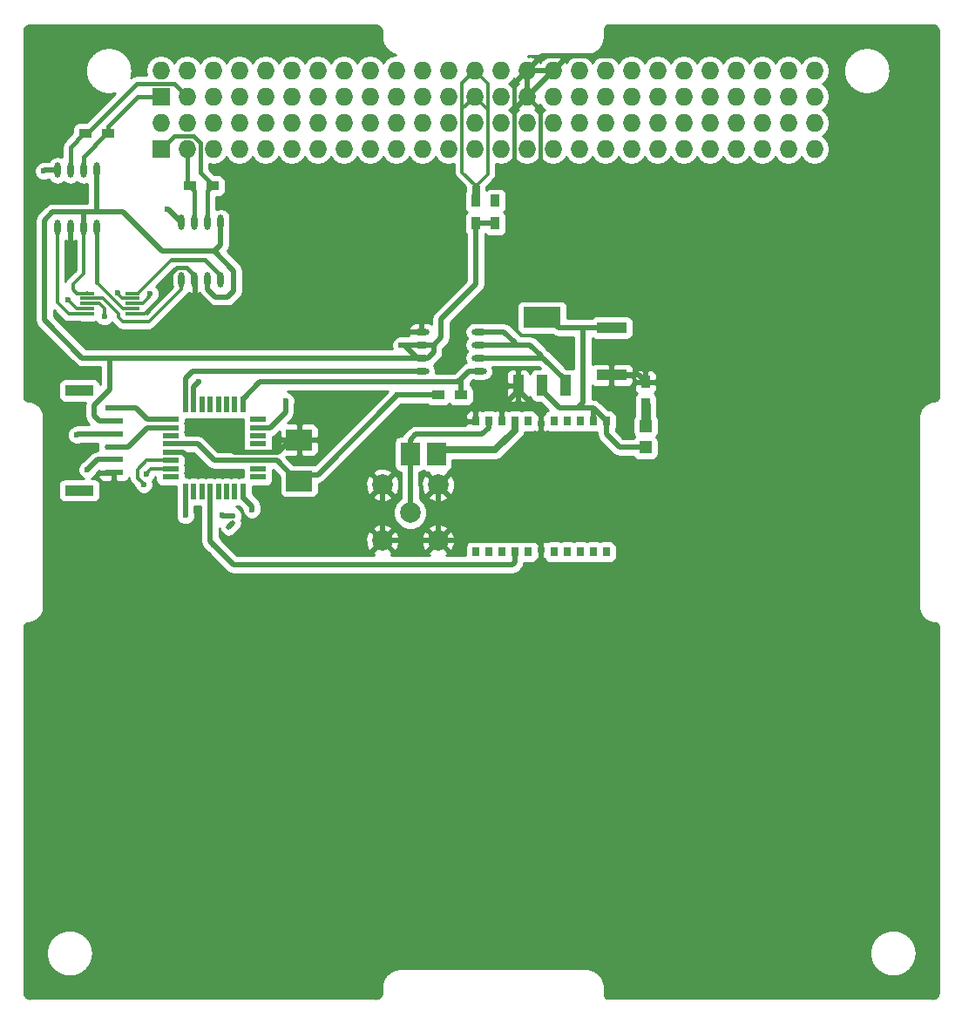
<source format=gbr>
G04 #@! TF.FileFunction,Copper,L1,Top,Signal*
%FSLAX46Y46*%
G04 Gerber Fmt 4.6, Leading zero omitted, Abs format (unit mm)*
G04 Created by KiCad (PCBNEW 4.0.4-stable) date 10/12/16 00:03:26*
%MOMM*%
%LPD*%
G01*
G04 APERTURE LIST*
%ADD10C,0.100000*%
%ADD11R,1.727200X1.727200*%
%ADD12O,1.727200X1.727200*%
%ADD13R,1.400000X0.300000*%
%ADD14C,1.998980*%
%ADD15R,1.825000X2.200000*%
%ADD16R,1.600000X0.550000*%
%ADD17R,0.550000X1.600000*%
%ADD18R,3.000000X1.000000*%
%ADD19R,1.200000X0.900000*%
%ADD20O,1.473200X0.609600*%
%ADD21R,3.657600X2.032000*%
%ADD22R,1.016000X2.032000*%
%ADD23R,0.700000X0.500000*%
%ADD24R,0.700000X0.920000*%
%ADD25O,0.609600X1.473200*%
%ADD26R,1.800000X0.600000*%
%ADD27R,2.800000X1.000000*%
%ADD28R,2.500000X2.000000*%
%ADD29R,0.900000X1.200000*%
%ADD30R,1.198880X1.198880*%
%ADD31C,0.600000*%
%ADD32C,0.550000*%
%ADD33C,0.400000*%
%ADD34C,0.300000*%
%ADD35C,0.700000*%
%ADD36C,0.900000*%
%ADD37C,0.800000*%
%ADD38C,0.254000*%
G04 APERTURE END LIST*
D10*
D11*
X78650000Y-64990000D03*
D12*
X78650000Y-62450000D03*
X81190000Y-64990000D03*
X81190000Y-62450000D03*
X83730000Y-64990000D03*
X83730000Y-62450000D03*
X86270000Y-64990000D03*
X86270000Y-62450000D03*
X88810000Y-64990000D03*
X88810000Y-62450000D03*
X91350000Y-64990000D03*
X91350000Y-62450000D03*
X93890000Y-64990000D03*
X93890000Y-62450000D03*
X96430000Y-64990000D03*
X96430000Y-62450000D03*
X98970000Y-64990000D03*
X98970000Y-62450000D03*
X101510000Y-64990000D03*
X101510000Y-62450000D03*
X104050000Y-64990000D03*
X104050000Y-62450000D03*
X106590000Y-64990000D03*
X106590000Y-62450000D03*
X109130000Y-64990000D03*
X109130000Y-62450000D03*
X111670000Y-64990000D03*
X111670000Y-62450000D03*
X114210000Y-64990000D03*
X114210000Y-62450000D03*
X116750000Y-64990000D03*
X116750000Y-62450000D03*
X119290000Y-64990000D03*
X119290000Y-62450000D03*
X121830000Y-64990000D03*
X121830000Y-62450000D03*
X124370000Y-64990000D03*
X124370000Y-62450000D03*
X126910000Y-64990000D03*
X126910000Y-62450000D03*
X129450000Y-64990000D03*
X129450000Y-62450000D03*
X131990000Y-64990000D03*
X131990000Y-62450000D03*
X134530000Y-64990000D03*
X134530000Y-62450000D03*
X137070000Y-64990000D03*
X137070000Y-62450000D03*
X139610000Y-64990000D03*
X139610000Y-62450000D03*
X142150000Y-64990000D03*
X142150000Y-62450000D03*
D13*
X71460000Y-79010000D03*
X71460000Y-79510000D03*
X71460000Y-80010000D03*
X71460000Y-80510000D03*
X71460000Y-81010000D03*
X75860000Y-81010000D03*
X75860000Y-80510000D03*
X75860000Y-80010000D03*
X75860000Y-79510000D03*
X75860000Y-79010000D03*
D14*
X102870000Y-100330000D03*
X100169980Y-103030020D03*
X105570020Y-103030020D03*
X105570020Y-97629980D03*
X100169980Y-97629980D03*
D15*
X102852500Y-94615000D03*
X105427500Y-94615000D03*
D16*
X79570000Y-91250000D03*
X79570000Y-92050000D03*
X79570000Y-92850000D03*
X79570000Y-93650000D03*
X79570000Y-94450000D03*
X79570000Y-95250000D03*
X79570000Y-96050000D03*
X79570000Y-96850000D03*
D17*
X81020000Y-98300000D03*
X81820000Y-98300000D03*
X82620000Y-98300000D03*
X83420000Y-98300000D03*
X84220000Y-98300000D03*
X85020000Y-98300000D03*
X85820000Y-98300000D03*
X86620000Y-98300000D03*
D16*
X88070000Y-96850000D03*
X88070000Y-96050000D03*
X88070000Y-95250000D03*
X88070000Y-94450000D03*
X88070000Y-93650000D03*
X88070000Y-92850000D03*
X88070000Y-92050000D03*
X88070000Y-91250000D03*
D17*
X86620000Y-89800000D03*
X85820000Y-89800000D03*
X85020000Y-89800000D03*
X84220000Y-89800000D03*
X83420000Y-89800000D03*
X82620000Y-89800000D03*
X81820000Y-89800000D03*
X81020000Y-89800000D03*
D11*
X78650000Y-59910000D03*
D12*
X78650000Y-57370000D03*
X81190000Y-59910000D03*
X81190000Y-57370000D03*
X83730000Y-59910000D03*
X83730000Y-57370000D03*
X86270000Y-59910000D03*
X86270000Y-57370000D03*
X88810000Y-59910000D03*
X88810000Y-57370000D03*
X91350000Y-59910000D03*
X91350000Y-57370000D03*
X93890000Y-59910000D03*
X93890000Y-57370000D03*
X96430000Y-59910000D03*
X96430000Y-57370000D03*
X98970000Y-59910000D03*
X98970000Y-57370000D03*
X101510000Y-59910000D03*
X101510000Y-57370000D03*
X104050000Y-59910000D03*
X104050000Y-57370000D03*
X106590000Y-59910000D03*
X106590000Y-57370000D03*
X109130000Y-59910000D03*
X109130000Y-57370000D03*
X111670000Y-59910000D03*
X111670000Y-57370000D03*
X114210000Y-59910000D03*
X114210000Y-57370000D03*
X116750000Y-59910000D03*
X116750000Y-57370000D03*
X119290000Y-59910000D03*
X119290000Y-57370000D03*
X121830000Y-59910000D03*
X121830000Y-57370000D03*
X124370000Y-59910000D03*
X124370000Y-57370000D03*
X126910000Y-59910000D03*
X126910000Y-57370000D03*
X129450000Y-59910000D03*
X129450000Y-57370000D03*
X131990000Y-59910000D03*
X131990000Y-57370000D03*
X134530000Y-59910000D03*
X134530000Y-57370000D03*
X137070000Y-59910000D03*
X137070000Y-57370000D03*
X139610000Y-59910000D03*
X139610000Y-57370000D03*
X142150000Y-59910000D03*
X142150000Y-57370000D03*
D18*
X122428000Y-82347596D03*
X122428000Y-86947596D03*
D19*
X105580000Y-88900000D03*
X107780000Y-88900000D03*
D20*
X103971822Y-82742596D03*
X103971822Y-84012596D03*
X103971822Y-85282596D03*
X103971822Y-86552596D03*
X109559822Y-86552596D03*
X109559822Y-85282596D03*
X109559822Y-84012596D03*
X109559822Y-82742596D03*
D21*
X115655822Y-81345596D03*
D22*
X115655822Y-87949596D03*
X117941822Y-87949596D03*
X113369822Y-87949596D03*
D23*
X115570000Y-103940000D03*
X115570000Y-91640000D03*
D24*
X114300000Y-91440000D03*
X109220000Y-91440000D03*
X110490000Y-91440000D03*
X111760000Y-91440000D03*
X113030000Y-91440000D03*
X120650000Y-91440000D03*
X119380000Y-91440000D03*
X118110000Y-91440000D03*
X116840000Y-91440000D03*
X121920000Y-91440000D03*
X121920000Y-104140000D03*
X116840000Y-104140000D03*
X118110000Y-104140000D03*
X119380000Y-104140000D03*
X120650000Y-104140000D03*
X113030000Y-104140000D03*
X111760000Y-104140000D03*
X110490000Y-104140000D03*
X109220000Y-104140000D03*
X114300000Y-104140000D03*
D25*
X80645000Y-77724000D03*
X81915000Y-77724000D03*
X83185000Y-77724000D03*
X84455000Y-77724000D03*
X84455000Y-72136000D03*
X83185000Y-72136000D03*
X81915000Y-72136000D03*
X80645000Y-72136000D03*
X68580000Y-72644000D03*
X69850000Y-72644000D03*
X71120000Y-72644000D03*
X72390000Y-72644000D03*
X72390000Y-67056000D03*
X71120000Y-67056000D03*
X69850000Y-67056000D03*
X68580000Y-67056000D03*
D26*
X74065000Y-90170000D03*
X74065000Y-91420000D03*
X74065000Y-92670000D03*
X74065000Y-93920000D03*
X74065000Y-95170000D03*
X74065000Y-96420000D03*
D27*
X70715000Y-98145000D03*
X70715000Y-88445000D03*
D28*
X92075000Y-97250000D03*
X92075000Y-93250000D03*
D29*
X125730000Y-89830000D03*
X125730000Y-87630000D03*
D19*
X83650000Y-68580000D03*
X81450000Y-68580000D03*
X73490000Y-63500000D03*
X71290000Y-63500000D03*
D29*
X109220000Y-72220000D03*
X109220000Y-70020000D03*
X111125000Y-72220000D03*
X111125000Y-70020000D03*
D30*
X125730000Y-93980000D03*
X125730000Y-91881960D03*
D31*
X85640784Y-100635796D03*
X84582000Y-100584000D03*
X74168000Y-102786264D03*
X72898000Y-101092000D03*
X102362000Y-82550000D03*
X69850000Y-76200000D03*
X112948534Y-67061289D03*
X115473601Y-67330199D03*
X84836000Y-93472000D03*
X82042000Y-95722000D03*
X101951270Y-84047042D03*
X101590000Y-88900000D03*
X71511411Y-96134355D03*
X82296000Y-87630000D03*
X73152000Y-81280000D03*
X76985637Y-97589971D03*
X74422038Y-78994000D03*
X77193967Y-96545670D03*
X79248000Y-70866000D03*
X81026000Y-100584000D03*
X83726716Y-103415530D03*
X70444573Y-92773813D03*
X87477308Y-100022331D03*
X77597000Y-79057500D03*
X69596000Y-79646000D03*
X67235542Y-67132788D03*
X90741500Y-89471500D03*
D32*
X85640784Y-100635796D02*
X84633796Y-100635796D01*
X84633796Y-100635796D02*
X84582000Y-100584000D01*
X85640784Y-101303216D02*
X85217000Y-101727000D01*
X121920000Y-92710000D02*
X123190000Y-93980000D01*
X119634000Y-82347596D02*
X122005822Y-82347596D01*
X117272596Y-82347596D02*
X119634000Y-82347596D01*
X119634000Y-82347596D02*
X119634000Y-89662000D01*
X117368226Y-90170000D02*
X119126000Y-90170000D01*
X119126000Y-90170000D02*
X120650000Y-90170000D01*
X119634000Y-89662000D02*
X119126000Y-90170000D01*
X116270596Y-81345596D02*
X117272596Y-82347596D01*
X115655822Y-81345596D02*
X116270596Y-81345596D01*
X125730000Y-93980000D02*
X123190000Y-93980000D01*
X121920000Y-92710000D02*
X121920000Y-91440000D01*
X120650000Y-91440000D02*
X120650000Y-90170000D01*
X115655822Y-87949596D02*
X115655822Y-88457596D01*
X115655822Y-88457596D02*
X117368226Y-90170000D01*
X120650000Y-90170000D02*
X121920000Y-91440000D01*
D33*
X115473601Y-67330199D02*
X115473601Y-61173601D01*
X115473601Y-61173601D02*
X114210000Y-59910000D01*
D34*
X75860000Y-81010000D02*
X77054437Y-81010000D01*
X77054437Y-81010000D02*
X79295169Y-78769268D01*
D33*
X79295169Y-78769268D02*
X79295169Y-77420804D01*
X79295169Y-77420804D02*
X80181151Y-76534822D01*
X80181151Y-76534822D02*
X81157622Y-76534822D01*
X81157622Y-76534822D02*
X81915000Y-77292200D01*
X81915000Y-77292200D02*
X81915000Y-77724000D01*
D32*
X73152000Y-100838000D02*
X72898000Y-101092000D01*
X73152000Y-100838000D02*
X72898000Y-101092000D01*
X72898000Y-101092000D02*
X72898000Y-101516264D01*
X72898000Y-101516264D02*
X74168000Y-102786264D01*
D33*
X69850000Y-72644000D02*
X69850000Y-76200000D01*
D32*
X74065000Y-99925000D02*
X73152000Y-100838000D01*
X74065000Y-96420000D02*
X74065000Y-99925000D01*
D33*
X102554596Y-82742596D02*
X102362000Y-82550000D01*
X103971822Y-82742596D02*
X102554596Y-82742596D01*
X112946399Y-58633601D02*
X112946399Y-66634890D01*
D32*
X112946399Y-66634890D02*
X112948534Y-66637025D01*
X112948534Y-66637025D02*
X112948534Y-67061289D01*
X114210000Y-59910000D02*
X116750000Y-57370000D01*
X114210000Y-59910000D02*
X112933601Y-61186399D01*
X114210000Y-57370000D02*
X112946399Y-58633601D01*
X115649200Y-55930800D02*
X120218200Y-55930800D01*
X120218200Y-55930800D02*
X123088400Y-55930800D01*
X116750000Y-57370000D02*
X118189200Y-55930800D01*
X118189200Y-55930800D02*
X120218200Y-55930800D01*
X114210000Y-57370000D02*
X115649200Y-55930800D01*
X88070000Y-94450000D02*
X85814000Y-94450000D01*
X85814000Y-94450000D02*
X84836000Y-93472000D01*
X79570000Y-94450000D02*
X80770000Y-94450000D01*
X80770000Y-94450000D02*
X82042000Y-95722000D01*
X105570020Y-103030020D02*
X115160020Y-103030020D01*
X115160020Y-103030020D02*
X115570000Y-103440000D01*
X115570000Y-103440000D02*
X115570000Y-103940000D01*
X105570020Y-97629980D02*
X105570020Y-103030020D01*
X105570020Y-103030020D02*
X104156528Y-103030020D01*
X104156528Y-103030020D02*
X100169980Y-103030020D01*
X100169980Y-97629980D02*
X100169980Y-99043472D01*
X100169980Y-99043472D02*
X100169980Y-103030020D01*
X88070000Y-94450000D02*
X90043529Y-94450000D01*
X90043529Y-94450000D02*
X91243529Y-93250000D01*
X91243529Y-93250000D02*
X92710000Y-93250000D01*
X111760000Y-90170000D02*
X111760000Y-90067418D01*
X111760000Y-90067418D02*
X113369822Y-88457596D01*
X113369822Y-88457596D02*
X113369822Y-87949596D01*
X111760000Y-91440000D02*
X111760000Y-90170000D01*
X115570000Y-90657774D02*
X115570000Y-91640000D01*
X113369822Y-88457596D02*
X115570000Y-90657774D01*
X122005822Y-86947596D02*
X125047596Y-86947596D01*
X125047596Y-86947596D02*
X125730000Y-87630000D01*
X101590000Y-88900000D02*
X105580000Y-88900000D01*
X111125000Y-72220000D02*
X109220000Y-72220000D01*
X105866218Y-81469816D02*
X109220000Y-78116034D01*
X109220000Y-78116034D02*
X109220000Y-72220000D01*
D34*
X71460000Y-79010000D02*
X70460000Y-79010000D01*
X70460000Y-79010000D02*
X70104000Y-78654000D01*
X70104000Y-78654000D02*
X70104000Y-78076015D01*
X70104000Y-78076015D02*
X71120000Y-77060015D01*
X71120000Y-77060015D02*
X71120000Y-72644000D01*
X71460000Y-79010000D02*
X71460000Y-79001084D01*
D32*
X103970836Y-85281610D02*
X73660000Y-85281610D01*
X73660000Y-85281610D02*
X72022096Y-85281610D01*
X72136000Y-89916000D02*
X73660000Y-88392000D01*
X73660000Y-88392000D02*
X73660000Y-85281610D01*
X72136000Y-90932000D02*
X72136000Y-89916000D01*
X72644000Y-91440000D02*
X72136000Y-90932000D01*
X73239998Y-91440000D02*
X72644000Y-91440000D01*
X74065000Y-91420000D02*
X73259998Y-91420000D01*
X73259998Y-91420000D02*
X73239998Y-91440000D01*
X71237621Y-85282596D02*
X73137928Y-85282596D01*
X72098108Y-85281610D02*
X71008599Y-85281610D01*
X71008599Y-85281610D02*
X67310000Y-81583011D01*
X67310000Y-81583011D02*
X67310000Y-71931327D01*
X67310000Y-71931327D02*
X68121327Y-71120000D01*
X68121327Y-71120000D02*
X71120000Y-71120000D01*
X103971822Y-85282596D02*
X103970836Y-85281610D01*
X72022096Y-85281610D02*
X71996758Y-85306948D01*
X105866218Y-83280974D02*
X105866218Y-81469816D01*
X101985716Y-84012596D02*
X101951270Y-84047042D01*
X102304468Y-84047042D02*
X101951270Y-84047042D01*
X103540022Y-85282596D02*
X102304468Y-84047042D01*
X103971822Y-85282596D02*
X103540022Y-85282596D01*
X103971822Y-84012596D02*
X101985716Y-84012596D01*
X88070000Y-95250000D02*
X89893491Y-95250000D01*
X89893491Y-95250000D02*
X91480263Y-96836772D01*
X83820000Y-74930000D02*
X85725000Y-76835000D01*
X85725000Y-76835000D02*
X85725000Y-78754064D01*
X85725000Y-78754064D02*
X85123726Y-79355338D01*
X85123726Y-79355338D02*
X83952381Y-79355338D01*
X83952381Y-79355338D02*
X83185000Y-78587957D01*
X83185000Y-78587957D02*
X83185000Y-77724000D01*
X92075000Y-96615000D02*
X93875000Y-96615000D01*
X93875000Y-96615000D02*
X101590000Y-88900000D01*
X71882000Y-71120000D02*
X72390000Y-71120000D01*
X72390000Y-70237400D02*
X72390000Y-71120000D01*
X72390000Y-71120000D02*
X74930000Y-71120000D01*
X71120000Y-71120000D02*
X71882000Y-71120000D01*
X71120000Y-72644000D02*
X71120000Y-71120000D01*
X71507400Y-71120000D02*
X71882000Y-71120000D01*
X72390000Y-67056000D02*
X72390000Y-70237400D01*
X84455000Y-72136000D02*
X84455000Y-74295000D01*
X84455000Y-74295000D02*
X83820000Y-74930000D01*
X74930000Y-71120000D02*
X78740000Y-74930000D01*
X78740000Y-74930000D02*
X83820000Y-74930000D01*
X103971822Y-85282596D02*
X104593187Y-85282596D01*
X104593187Y-85282596D02*
X105146994Y-84728789D01*
X105146994Y-84728789D02*
X105146994Y-84000198D01*
X105146994Y-84000198D02*
X105866218Y-83280974D01*
X105866218Y-83280974D02*
X105134596Y-84012596D01*
X105134596Y-84012596D02*
X103971822Y-84012596D01*
X82220000Y-93650000D02*
X83820000Y-95250000D01*
X83820000Y-95250000D02*
X88070000Y-95250000D01*
X79570000Y-93650000D02*
X82220000Y-93650000D01*
X76200000Y-90170000D02*
X77280000Y-91250000D01*
X77280000Y-91250000D02*
X79570000Y-91250000D01*
X74065000Y-90170000D02*
X76200000Y-90170000D01*
X71811410Y-95834356D02*
X71511411Y-96134355D01*
X72475766Y-95170000D02*
X71811410Y-95834356D01*
X74065000Y-95170000D02*
X72475766Y-95170000D01*
X81820000Y-89800000D02*
X81820000Y-88106000D01*
X81820000Y-88106000D02*
X82296000Y-87630000D01*
X102852500Y-94615000D02*
X102852500Y-97772500D01*
X102852500Y-97772500D02*
X102870000Y-97790000D01*
X110490000Y-91440000D02*
X110490000Y-92075000D01*
X110490000Y-92075000D02*
X109855000Y-92710000D01*
X109855000Y-92710000D02*
X103407500Y-92710000D01*
X103407500Y-92710000D02*
X102852500Y-93265000D01*
X102852500Y-93265000D02*
X102852500Y-94615000D01*
X102870000Y-97790000D02*
X102870000Y-100330000D01*
D35*
X105427500Y-94615000D02*
X105847564Y-94194936D01*
X105847564Y-94194936D02*
X111141798Y-94194936D01*
X111141798Y-94194936D02*
X113030000Y-92306734D01*
X113030000Y-92306734D02*
X113030000Y-91440000D01*
D32*
X109559822Y-84012596D02*
X113030000Y-84012596D01*
X113030000Y-84012596D02*
X114492596Y-84012596D01*
X113030000Y-83820000D02*
X113030000Y-84012596D01*
X111952596Y-82742596D02*
X113030000Y-83820000D01*
X109559822Y-82742596D02*
X111952596Y-82742596D01*
X109559822Y-85282596D02*
X115570000Y-85282596D01*
X115570000Y-85282596D02*
X115782822Y-85282596D01*
X114492596Y-84012596D02*
X115570000Y-85090000D01*
X115570000Y-85090000D02*
X115570000Y-85282596D01*
X115782822Y-85282596D02*
X117941822Y-87441596D01*
X117941822Y-87441596D02*
X117941822Y-87949596D01*
D34*
X71460000Y-79510000D02*
X73028363Y-79510000D01*
X73028363Y-79510000D02*
X74519498Y-81001135D01*
X74519498Y-81001135D02*
X74519498Y-81372009D01*
X74519498Y-81372009D02*
X74935489Y-81788000D01*
X77470000Y-81788000D02*
X80645000Y-78613000D01*
X74935489Y-81788000D02*
X77470000Y-81788000D01*
X80645000Y-78613000D02*
X80645000Y-77724000D01*
D33*
X80645000Y-77724000D02*
X80645000Y-78155800D01*
D34*
X68580000Y-72644000D02*
X68580000Y-79911008D01*
X68580000Y-79911008D02*
X69678992Y-81010000D01*
X69678992Y-81010000D02*
X71460000Y-81010000D01*
D33*
X72390000Y-72644000D02*
X72390000Y-77966525D01*
X72390000Y-77966525D02*
X72394424Y-77970949D01*
D34*
X75860000Y-80510000D02*
X74933475Y-80510000D01*
X74933475Y-80510000D02*
X72394424Y-77970949D01*
X72394424Y-77970949D02*
X72394424Y-77634723D01*
X79670009Y-75749991D02*
X76410000Y-79010000D01*
X76410000Y-79010000D02*
X75860000Y-79010000D01*
D33*
X82912791Y-75749991D02*
X79670009Y-75749991D01*
X84455000Y-77292200D02*
X82912791Y-75749991D01*
X84455000Y-77724000D02*
X84455000Y-77292200D01*
X78650000Y-64990000D02*
X78650000Y-64971951D01*
X78650000Y-64971951D02*
X79904199Y-63717752D01*
X79904199Y-63717752D02*
X81801654Y-63717752D01*
X81801654Y-63717752D02*
X82466886Y-64382984D01*
X82466886Y-64382984D02*
X82466399Y-64383471D01*
X82466399Y-64383471D02*
X82466399Y-67293498D01*
X82466399Y-67293498D02*
X83650000Y-68477099D01*
X83650000Y-68477099D02*
X83650000Y-68580000D01*
X83185000Y-72136000D02*
X83185000Y-69045000D01*
X83185000Y-69045000D02*
X83650000Y-68580000D01*
X81915000Y-72136000D02*
X81915000Y-69045000D01*
X81915000Y-69045000D02*
X81450000Y-68580000D01*
X81190000Y-64990000D02*
X81190000Y-68320000D01*
X81190000Y-68320000D02*
X81450000Y-68580000D01*
X71120000Y-65720000D02*
X71120000Y-67056000D01*
X78650000Y-59910000D02*
X76380000Y-59910000D01*
X76380000Y-59910000D02*
X73490000Y-62800000D01*
X73490000Y-62800000D02*
X73490000Y-63500000D01*
X71120000Y-65720000D02*
X73340000Y-63500000D01*
X73340000Y-63500000D02*
X73490000Y-63500000D01*
X71290000Y-63500000D02*
X71440000Y-63500000D01*
X71440000Y-63500000D02*
X76293601Y-58646399D01*
X76293601Y-58646399D02*
X79926399Y-58646399D01*
X79926399Y-58646399D02*
X80326401Y-59046401D01*
X80326401Y-59046401D02*
X81190000Y-59910000D01*
X71290000Y-63500000D02*
X71140000Y-63500000D01*
X71140000Y-63500000D02*
X69850000Y-64790000D01*
X69850000Y-64790000D02*
X69850000Y-67056000D01*
D36*
X125730000Y-89830000D02*
X125730000Y-91881960D01*
D34*
X110418977Y-61198977D02*
X110418977Y-67438399D01*
X110418977Y-67438399D02*
X109220000Y-68637376D01*
D37*
X109220000Y-68637376D02*
X109220000Y-70020000D01*
D34*
X107902767Y-67262767D02*
X109220000Y-68580000D01*
X109220000Y-68580000D02*
X109220000Y-70020000D01*
X110418977Y-61198977D02*
X110418977Y-58658977D01*
X110418977Y-58658977D02*
X109130000Y-57370000D01*
X110418977Y-61198977D02*
X109130000Y-59910000D01*
X107902767Y-61137233D02*
X107902767Y-58597233D01*
X107902767Y-58597233D02*
X109130000Y-57370000D01*
X107902767Y-67262767D02*
X107902767Y-61137233D01*
X107902767Y-61137233D02*
X109130000Y-59910000D01*
X109130000Y-57370000D02*
X107941399Y-58558601D01*
X109130000Y-57370000D02*
X109440000Y-57370000D01*
D32*
X75443369Y-93920000D02*
X77313369Y-92050000D01*
X74065000Y-93920000D02*
X75443369Y-93920000D01*
X77313369Y-92050000D02*
X79570000Y-92050000D01*
X73465000Y-93920000D02*
X74065000Y-93920000D01*
D34*
X72325580Y-80010000D02*
X72694100Y-80010000D01*
X72694100Y-80010000D02*
X73152000Y-80467900D01*
X73152000Y-80467900D02*
X73152000Y-80855736D01*
X73152000Y-80855736D02*
X73152000Y-81280000D01*
X79570000Y-95250000D02*
X77264188Y-95250000D01*
X77264188Y-95250000D02*
X76357381Y-96156807D01*
X76357381Y-96156807D02*
X76357381Y-96961715D01*
X76357381Y-96961715D02*
X76685638Y-97289972D01*
X76685638Y-97289972D02*
X76985637Y-97589971D01*
X72333464Y-80017884D02*
X72325580Y-80010000D01*
X72325580Y-80010000D02*
X71460000Y-80010000D01*
X74422000Y-79072000D02*
X74422000Y-78994038D01*
X74860000Y-79510000D02*
X74422000Y-79072000D01*
X74422000Y-78994038D02*
X74422038Y-78994000D01*
X75860000Y-79510000D02*
X74860000Y-79510000D01*
X77689637Y-96050000D02*
X77493966Y-96245671D01*
X79570000Y-96050000D02*
X77689637Y-96050000D01*
X77493966Y-96245671D02*
X77193967Y-96545670D01*
D32*
X79248000Y-70866000D02*
X79375000Y-70866000D01*
X79375000Y-70866000D02*
X80645000Y-72136000D01*
X81020000Y-98300000D02*
X81020000Y-100578000D01*
X81020000Y-100578000D02*
X81026000Y-100584000D01*
X83426717Y-103115531D02*
X83726716Y-103415530D01*
X83420000Y-103108814D02*
X83426717Y-103115531D01*
X83420000Y-98300000D02*
X83420000Y-103108814D01*
X84026715Y-103715529D02*
X83726716Y-103415530D01*
X85688204Y-105377018D02*
X84026715Y-103715529D01*
X112802982Y-105377018D02*
X85688204Y-105377018D01*
X113030000Y-105150000D02*
X112802982Y-105377018D01*
X113030000Y-104140000D02*
X113030000Y-105150000D01*
X70548386Y-92670000D02*
X70444573Y-92773813D01*
X74065000Y-92670000D02*
X70548386Y-92670000D01*
D34*
X75860000Y-80010000D02*
X76200000Y-80010000D01*
X71460000Y-80510000D02*
X70462391Y-80510000D01*
X70462391Y-80510000D02*
X69606911Y-79654520D01*
X69606911Y-79654520D02*
X69604520Y-79654520D01*
X69604520Y-79654520D02*
X69596000Y-79646000D01*
D32*
X87477308Y-99682308D02*
X87477308Y-100022331D01*
X86620000Y-98825000D02*
X87477308Y-99682308D01*
X86620000Y-98300000D02*
X86620000Y-98825000D01*
D34*
X77597000Y-79248000D02*
X77279500Y-79565500D01*
X77279500Y-79565500D02*
X77279500Y-79590500D01*
X77597000Y-79057500D02*
X77597000Y-79248000D01*
X75860000Y-80010000D02*
X76860000Y-80010000D01*
X76860000Y-80010000D02*
X77279500Y-79590500D01*
D32*
X67312330Y-67056000D02*
X67235542Y-67132788D01*
X68580000Y-67056000D02*
X67312330Y-67056000D01*
X88070000Y-92050000D02*
X89270000Y-92050000D01*
X89270000Y-92050000D02*
X90741500Y-90578500D01*
X90741500Y-90578500D02*
X90741500Y-89471500D01*
X108130818Y-86995000D02*
X108573222Y-86552596D01*
X108130818Y-86995000D02*
X107780000Y-87345818D01*
X107495818Y-87630000D02*
X108130818Y-86995000D01*
X107780000Y-87345818D02*
X107780000Y-88900000D01*
X88265000Y-87630000D02*
X107495818Y-87630000D01*
X108573222Y-86552596D02*
X109559822Y-86552596D01*
X86620000Y-89800000D02*
X86620000Y-89275000D01*
X86620000Y-89275000D02*
X88265000Y-87630000D01*
X81722404Y-86552596D02*
X81020000Y-87255000D01*
X81020000Y-87255000D02*
X81020000Y-89800000D01*
X103971822Y-86552596D02*
X81722404Y-86552596D01*
D38*
G36*
X65931100Y-52979900D02*
X65937635Y-52978600D01*
X99444292Y-52978600D01*
X99501100Y-52989900D01*
X99514739Y-52987187D01*
X99528478Y-52989353D01*
X99539803Y-52988900D01*
X99562389Y-52988900D01*
X99583413Y-52989743D01*
X99604267Y-52991505D01*
X99625718Y-52994192D01*
X99646850Y-52997750D01*
X99668152Y-53002246D01*
X99688462Y-53007407D01*
X99708824Y-53013541D01*
X99729969Y-53020843D01*
X99749774Y-53028595D01*
X99768792Y-53037001D01*
X99787982Y-53046468D01*
X99806983Y-53056836D01*
X99825261Y-53067811D01*
X99842965Y-53079486D01*
X99860768Y-53092322D01*
X99877774Y-53105650D01*
X99893842Y-53119386D01*
X99909426Y-53133863D01*
X99924387Y-53148994D01*
X99939036Y-53165082D01*
X99952693Y-53181377D01*
X99965785Y-53198431D01*
X99978121Y-53215907D01*
X99989262Y-53233237D01*
X100000493Y-53252445D01*
X100010696Y-53271549D01*
X100019817Y-53290592D01*
X100028347Y-53310425D01*
X100035849Y-53330107D01*
X100042586Y-53350318D01*
X100048692Y-53371514D01*
X100053802Y-53392341D01*
X100057849Y-53412576D01*
X100061165Y-53433803D01*
X100063705Y-53455907D01*
X100065263Y-53476874D01*
X100065896Y-53497959D01*
X100065534Y-53534137D01*
X100067109Y-53542493D01*
X100064900Y-53553600D01*
X100066100Y-53559633D01*
X100066100Y-53973600D01*
X100066994Y-53978094D01*
X100066734Y-53979336D01*
X100066234Y-54029237D01*
X100068816Y-54042935D01*
X100066509Y-54056682D01*
X100068009Y-54106582D01*
X100071452Y-54121531D01*
X100069583Y-54136754D01*
X100073283Y-54186553D01*
X100077025Y-54200047D01*
X100075879Y-54214005D01*
X100081579Y-54263605D01*
X100085889Y-54277023D01*
X100085305Y-54291106D01*
X100093005Y-54340407D01*
X100098087Y-54354273D01*
X100098102Y-54369040D01*
X100107902Y-54418039D01*
X100113668Y-54431919D01*
X100114333Y-54446931D01*
X100126233Y-54495431D01*
X100132106Y-54508006D01*
X100133273Y-54521835D01*
X100147072Y-54569735D01*
X100153658Y-54582483D01*
X100155452Y-54596716D01*
X100171252Y-54644116D01*
X100178556Y-54656928D01*
X100181019Y-54671471D01*
X100198819Y-54718171D01*
X100206595Y-54730561D01*
X100209642Y-54744864D01*
X100229341Y-54790663D01*
X100237486Y-54802503D01*
X100241057Y-54816421D01*
X100262657Y-54861421D01*
X100271076Y-54872637D01*
X100275106Y-54886070D01*
X100298506Y-54930171D01*
X100307952Y-54941752D01*
X100312858Y-54955870D01*
X100338158Y-54998970D01*
X100347530Y-55009503D01*
X100352693Y-55022619D01*
X100379693Y-55064619D01*
X100390156Y-55075460D01*
X100396277Y-55089228D01*
X100425077Y-55130028D01*
X100435180Y-55139626D01*
X100441345Y-55152121D01*
X100471745Y-55191721D01*
X100482947Y-55201540D01*
X100490106Y-55214608D01*
X100522206Y-55252908D01*
X100533342Y-55261856D01*
X100540714Y-55274091D01*
X100574314Y-55310991D01*
X100585819Y-55319482D01*
X100593695Y-55331416D01*
X100628796Y-55366916D01*
X100641031Y-55375192D01*
X100649686Y-55387166D01*
X100686286Y-55421166D01*
X100698506Y-55428696D01*
X100707387Y-55439972D01*
X100745287Y-55472372D01*
X100758208Y-55479616D01*
X100767859Y-55490851D01*
X100807159Y-55521651D01*
X100819593Y-55527942D01*
X100829090Y-55538141D01*
X100869590Y-55567341D01*
X100882774Y-55573361D01*
X100893083Y-55583546D01*
X100934783Y-55611046D01*
X100948390Y-55616586D01*
X100959269Y-55626462D01*
X101002068Y-55652161D01*
X101015575Y-55657006D01*
X101026590Y-55666206D01*
X101070390Y-55690106D01*
X101084078Y-55694388D01*
X101095454Y-55703119D01*
X101140254Y-55725219D01*
X101154392Y-55729009D01*
X101166368Y-55737425D01*
X101212067Y-55757625D01*
X101226705Y-55760896D01*
X101239335Y-55768981D01*
X101285835Y-55787181D01*
X101299721Y-55789661D01*
X101311900Y-55796778D01*
X101359100Y-55813078D01*
X101372855Y-55814963D01*
X101385112Y-55821484D01*
X101432912Y-55835884D01*
X101448053Y-55837346D01*
X101461782Y-55843897D01*
X101478856Y-55848236D01*
X100936511Y-55956115D01*
X100450330Y-56280971D01*
X100240000Y-56595752D01*
X100029670Y-56280971D01*
X99543489Y-55956115D01*
X98970000Y-55842041D01*
X98396511Y-55956115D01*
X97910330Y-56280971D01*
X97700000Y-56595752D01*
X97489670Y-56280971D01*
X97003489Y-55956115D01*
X96430000Y-55842041D01*
X95856511Y-55956115D01*
X95370330Y-56280971D01*
X95160000Y-56595752D01*
X94949670Y-56280971D01*
X94463489Y-55956115D01*
X93890000Y-55842041D01*
X93316511Y-55956115D01*
X92830330Y-56280971D01*
X92620000Y-56595752D01*
X92409670Y-56280971D01*
X91923489Y-55956115D01*
X91350000Y-55842041D01*
X90776511Y-55956115D01*
X90290330Y-56280971D01*
X90080000Y-56595752D01*
X89869670Y-56280971D01*
X89383489Y-55956115D01*
X88810000Y-55842041D01*
X88236511Y-55956115D01*
X87750330Y-56280971D01*
X87540000Y-56595752D01*
X87329670Y-56280971D01*
X86843489Y-55956115D01*
X86270000Y-55842041D01*
X85696511Y-55956115D01*
X85210330Y-56280971D01*
X85000000Y-56595752D01*
X84789670Y-56280971D01*
X84303489Y-55956115D01*
X83730000Y-55842041D01*
X83156511Y-55956115D01*
X82670330Y-56280971D01*
X82460000Y-56595752D01*
X82249670Y-56280971D01*
X81763489Y-55956115D01*
X81190000Y-55842041D01*
X80616511Y-55956115D01*
X80130330Y-56280971D01*
X79920000Y-56595752D01*
X79709670Y-56280971D01*
X79223489Y-55956115D01*
X78650000Y-55842041D01*
X78076511Y-55956115D01*
X77590330Y-56280971D01*
X77265474Y-56767152D01*
X77151400Y-57340641D01*
X77151400Y-57399359D01*
X77233360Y-57811399D01*
X76293601Y-57811399D01*
X75974060Y-57874960D01*
X75751074Y-58023955D01*
X75752620Y-58018938D01*
X75753817Y-58007314D01*
X75759021Y-57996855D01*
X75772121Y-57948656D01*
X75772821Y-57938536D01*
X75777073Y-57929327D01*
X75788773Y-57880727D01*
X75789225Y-57869399D01*
X75793640Y-57858958D01*
X75803740Y-57810058D01*
X75803818Y-57799393D01*
X75807669Y-57789447D01*
X75816269Y-57740247D01*
X75816023Y-57729701D01*
X75819533Y-57719750D01*
X75826633Y-57670350D01*
X75825989Y-57658352D01*
X75829592Y-57646891D01*
X75834992Y-57597192D01*
X75834131Y-57587451D01*
X75836801Y-57578043D01*
X75840801Y-57528244D01*
X75839425Y-57516460D01*
X75842274Y-57504940D01*
X75844574Y-57455040D01*
X75843008Y-57444701D01*
X75845212Y-57434481D01*
X75846012Y-57384581D01*
X75844010Y-57373600D01*
X75846012Y-57362619D01*
X75845212Y-57312719D01*
X75843008Y-57302499D01*
X75844574Y-57292160D01*
X75842274Y-57242260D01*
X75839425Y-57230740D01*
X75840801Y-57218956D01*
X75836801Y-57169157D01*
X75834131Y-57159749D01*
X75834992Y-57150008D01*
X75829592Y-57100309D01*
X75825989Y-57088848D01*
X75826633Y-57076850D01*
X75819533Y-57027450D01*
X75816023Y-57017499D01*
X75816269Y-57006953D01*
X75807669Y-56957753D01*
X75803818Y-56947807D01*
X75803740Y-56937142D01*
X75793640Y-56888242D01*
X75789225Y-56877801D01*
X75788773Y-56866473D01*
X75777073Y-56817873D01*
X75772821Y-56808664D01*
X75772121Y-56798544D01*
X75759021Y-56750345D01*
X75753817Y-56739886D01*
X75752620Y-56728262D01*
X75737920Y-56680562D01*
X75732784Y-56671055D01*
X75731345Y-56660348D01*
X75715145Y-56613048D01*
X75709494Y-56603322D01*
X75707636Y-56592227D01*
X75689936Y-56545527D01*
X75684448Y-56536747D01*
X75682435Y-56526590D01*
X75663335Y-56480391D01*
X75657289Y-56471330D01*
X75654838Y-56460715D01*
X75634338Y-56415215D01*
X75627633Y-56405816D01*
X75624663Y-56394658D01*
X75602663Y-56349858D01*
X75596229Y-56341444D01*
X75593195Y-56331297D01*
X75569795Y-56287097D01*
X75563088Y-56278858D01*
X75559736Y-56268779D01*
X75535037Y-56225379D01*
X75527679Y-56216883D01*
X75523791Y-56206342D01*
X75497691Y-56163741D01*
X75490213Y-56155650D01*
X75486076Y-56145440D01*
X75458676Y-56103741D01*
X75450818Y-56095760D01*
X75446278Y-56085517D01*
X75417478Y-56044617D01*
X75409613Y-56037128D01*
X75404906Y-56027342D01*
X75374906Y-55987442D01*
X75367110Y-55980468D01*
X75362295Y-55971184D01*
X75331095Y-55932184D01*
X75322764Y-55925171D01*
X75317451Y-55915665D01*
X75285051Y-55877665D01*
X75276143Y-55870630D01*
X75270286Y-55860910D01*
X75236686Y-55824009D01*
X75227941Y-55817554D01*
X75222044Y-55808425D01*
X75187245Y-55772526D01*
X75178452Y-55766450D01*
X75172380Y-55757655D01*
X75136510Y-55722854D01*
X75127102Y-55716772D01*
X75120447Y-55707765D01*
X75083507Y-55674165D01*
X75073982Y-55668433D01*
X75067093Y-55659707D01*
X75029103Y-55627307D01*
X75019634Y-55622013D01*
X75012650Y-55613712D01*
X74973670Y-55582512D01*
X74964162Y-55577578D01*
X74957015Y-55569596D01*
X74917075Y-55539596D01*
X74907544Y-55535017D01*
X74900256Y-55527358D01*
X74859386Y-55498558D01*
X74848861Y-55493889D01*
X74840654Y-55485817D01*
X74798905Y-55458417D01*
X74788936Y-55454384D01*
X74781041Y-55447084D01*
X74738461Y-55420984D01*
X74727883Y-55417080D01*
X74719360Y-55409697D01*
X74675970Y-55384997D01*
X74666013Y-55381685D01*
X74657877Y-55375055D01*
X74613726Y-55351655D01*
X74603277Y-55348525D01*
X74594610Y-55341904D01*
X74549760Y-55319904D01*
X74538667Y-55316957D01*
X74529321Y-55310293D01*
X74483791Y-55289793D01*
X74473416Y-55287400D01*
X74464560Y-55281485D01*
X74418420Y-55262385D01*
X74408036Y-55260322D01*
X74399057Y-55254712D01*
X74352326Y-55237012D01*
X74341415Y-55235187D01*
X74331852Y-55229627D01*
X74284602Y-55213427D01*
X74273702Y-55211958D01*
X74264024Y-55206733D01*
X74216284Y-55192033D01*
X74204777Y-55190851D01*
X74194424Y-55185698D01*
X74146245Y-55172598D01*
X74136139Y-55171898D01*
X74126940Y-55167649D01*
X74078370Y-55155949D01*
X74066980Y-55155493D01*
X74056481Y-55151054D01*
X74007571Y-55140954D01*
X73996907Y-55140876D01*
X73986964Y-55137027D01*
X73937754Y-55128427D01*
X73927170Y-55128674D01*
X73917183Y-55125153D01*
X73867734Y-55118053D01*
X73855822Y-55118694D01*
X73844445Y-55115116D01*
X73794795Y-55109716D01*
X73785022Y-55110578D01*
X73775584Y-55107900D01*
X73725794Y-55103900D01*
X73714005Y-55105276D01*
X73702480Y-55102426D01*
X73652580Y-55100126D01*
X73642235Y-55101693D01*
X73632011Y-55099488D01*
X73582072Y-55098688D01*
X73571100Y-55100688D01*
X73560128Y-55098688D01*
X73510188Y-55099488D01*
X73499964Y-55101692D01*
X73489620Y-55100126D01*
X73439720Y-55102426D01*
X73428194Y-55105276D01*
X73416405Y-55103900D01*
X73366616Y-55107900D01*
X73357178Y-55110578D01*
X73347405Y-55109716D01*
X73297755Y-55115116D01*
X73286378Y-55118694D01*
X73274466Y-55118053D01*
X73225016Y-55125153D01*
X73215029Y-55128674D01*
X73204446Y-55128427D01*
X73155236Y-55137027D01*
X73145293Y-55140876D01*
X73134629Y-55140954D01*
X73085719Y-55151054D01*
X73075220Y-55155493D01*
X73063829Y-55155949D01*
X73015260Y-55167649D01*
X73006061Y-55171898D01*
X72995955Y-55172598D01*
X72947775Y-55185698D01*
X72937422Y-55190851D01*
X72925916Y-55192033D01*
X72878176Y-55206733D01*
X72868498Y-55211958D01*
X72857598Y-55213427D01*
X72810348Y-55229627D01*
X72800785Y-55235187D01*
X72789874Y-55237012D01*
X72743144Y-55254712D01*
X72734188Y-55260308D01*
X72723828Y-55262365D01*
X72677679Y-55281465D01*
X72668777Y-55287409D01*
X72658348Y-55289816D01*
X72612828Y-55310316D01*
X72603530Y-55316947D01*
X72592494Y-55319878D01*
X72547634Y-55341877D01*
X72538916Y-55348536D01*
X72528407Y-55351685D01*
X72484267Y-55375085D01*
X72476156Y-55381695D01*
X72466231Y-55384997D01*
X72422840Y-55409697D01*
X72414316Y-55417081D01*
X72403740Y-55420984D01*
X72361159Y-55447084D01*
X72353264Y-55454384D01*
X72343295Y-55458417D01*
X72301545Y-55485817D01*
X72293338Y-55493890D01*
X72282814Y-55498558D01*
X72241944Y-55527358D01*
X72234656Y-55535017D01*
X72225125Y-55539596D01*
X72185185Y-55569596D01*
X72178038Y-55577578D01*
X72168530Y-55582512D01*
X72129550Y-55613712D01*
X72122566Y-55622013D01*
X72113097Y-55627307D01*
X72075107Y-55659707D01*
X72068219Y-55668432D01*
X72058692Y-55674165D01*
X72021753Y-55707765D01*
X72015098Y-55716772D01*
X72005690Y-55722854D01*
X71969820Y-55757654D01*
X71963634Y-55766615D01*
X71954682Y-55772808D01*
X71919921Y-55808708D01*
X71914193Y-55817587D01*
X71905690Y-55823859D01*
X71872071Y-55860759D01*
X71866267Y-55870385D01*
X71857440Y-55877347D01*
X71825000Y-55915348D01*
X71819659Y-55924891D01*
X71811285Y-55931933D01*
X71780056Y-55970933D01*
X71775137Y-55980408D01*
X71767178Y-55987529D01*
X71737188Y-56027429D01*
X71732309Y-56037577D01*
X71724166Y-56045351D01*
X71695446Y-56086251D01*
X71691151Y-56095977D01*
X71683690Y-56103549D01*
X71656270Y-56145249D01*
X71652086Y-56155564D01*
X71644529Y-56163741D01*
X71618429Y-56206341D01*
X71614645Y-56216602D01*
X71607478Y-56224862D01*
X71582728Y-56268262D01*
X71579214Y-56278799D01*
X71572205Y-56287418D01*
X71548835Y-56331618D01*
X71545823Y-56341711D01*
X71539429Y-56350079D01*
X71517449Y-56394880D01*
X71514597Y-56405610D01*
X71508139Y-56414645D01*
X71487589Y-56460145D01*
X71485085Y-56470942D01*
X71478932Y-56480157D01*
X71459812Y-56526357D01*
X71457707Y-56536957D01*
X71451987Y-56546127D01*
X71434337Y-56592827D01*
X71432521Y-56603732D01*
X71426971Y-56613293D01*
X71410791Y-56660593D01*
X71409364Y-56671238D01*
X71404262Y-56680687D01*
X71389572Y-56728387D01*
X71388439Y-56739409D01*
X71383487Y-56749323D01*
X71370307Y-56797524D01*
X71369535Y-56808447D01*
X71364952Y-56818392D01*
X71353292Y-56866991D01*
X71352867Y-56877846D01*
X71348631Y-56887848D01*
X71338501Y-56936747D01*
X71338414Y-56947753D01*
X71334444Y-56958018D01*
X71325864Y-57007219D01*
X71326121Y-57018044D01*
X71322532Y-57028257D01*
X71315492Y-57077657D01*
X71316097Y-57088688D01*
X71312766Y-57099226D01*
X71307286Y-57148926D01*
X71308227Y-57159771D01*
X71305272Y-57170247D01*
X71301352Y-57220047D01*
X71302633Y-57230867D01*
X71300005Y-57241439D01*
X71297645Y-57291339D01*
X71299281Y-57302229D01*
X71296964Y-57312994D01*
X71296184Y-57362894D01*
X71298140Y-57373600D01*
X71296184Y-57384306D01*
X71296964Y-57434206D01*
X71299281Y-57444971D01*
X71297645Y-57455861D01*
X71300005Y-57505761D01*
X71302633Y-57516333D01*
X71301352Y-57527153D01*
X71305272Y-57576953D01*
X71308227Y-57587429D01*
X71307286Y-57598274D01*
X71312766Y-57647974D01*
X71316097Y-57658512D01*
X71315492Y-57669543D01*
X71322532Y-57718943D01*
X71326121Y-57729156D01*
X71325864Y-57739981D01*
X71334444Y-57789182D01*
X71338414Y-57799447D01*
X71338501Y-57810453D01*
X71348631Y-57859352D01*
X71352867Y-57869354D01*
X71353292Y-57880209D01*
X71364952Y-57928808D01*
X71369535Y-57938753D01*
X71370307Y-57949676D01*
X71383487Y-57997877D01*
X71388439Y-58007791D01*
X71389572Y-58018813D01*
X71404262Y-58066513D01*
X71409364Y-58075962D01*
X71410791Y-58086607D01*
X71426971Y-58133907D01*
X71432521Y-58143468D01*
X71434337Y-58154373D01*
X71451987Y-58201073D01*
X71457707Y-58210243D01*
X71459812Y-58220843D01*
X71478932Y-58267043D01*
X71485085Y-58276258D01*
X71487589Y-58287055D01*
X71508139Y-58332555D01*
X71514597Y-58341590D01*
X71517449Y-58352320D01*
X71539429Y-58397121D01*
X71545823Y-58405489D01*
X71548835Y-58415582D01*
X71572205Y-58459782D01*
X71579214Y-58468401D01*
X71582728Y-58478938D01*
X71607478Y-58522338D01*
X71614645Y-58530598D01*
X71618429Y-58540859D01*
X71644529Y-58583459D01*
X71652086Y-58591636D01*
X71656270Y-58601951D01*
X71683690Y-58643651D01*
X71691151Y-58651223D01*
X71695446Y-58660949D01*
X71724166Y-58701849D01*
X71732309Y-58709623D01*
X71737188Y-58719771D01*
X71767178Y-58759671D01*
X71775137Y-58766792D01*
X71780056Y-58776267D01*
X71811285Y-58815267D01*
X71819659Y-58822309D01*
X71825000Y-58831852D01*
X71857440Y-58869853D01*
X71866267Y-58876815D01*
X71872071Y-58886441D01*
X71905690Y-58923341D01*
X71914193Y-58929613D01*
X71919921Y-58938492D01*
X71954682Y-58974392D01*
X71963634Y-58980585D01*
X71969820Y-58989546D01*
X72005690Y-59024346D01*
X72015098Y-59030428D01*
X72021753Y-59039435D01*
X72058692Y-59073035D01*
X72068219Y-59078768D01*
X72075107Y-59087493D01*
X72113097Y-59119893D01*
X72122092Y-59124922D01*
X72128715Y-59132819D01*
X72167695Y-59164119D01*
X72178171Y-59169576D01*
X72186063Y-59178362D01*
X72226003Y-59208262D01*
X72235039Y-59212585D01*
X72241944Y-59219842D01*
X72282814Y-59248642D01*
X72293338Y-59253310D01*
X72301545Y-59261383D01*
X72343295Y-59288783D01*
X72353264Y-59292816D01*
X72361159Y-59300116D01*
X72403740Y-59326216D01*
X72414316Y-59330119D01*
X72422840Y-59337503D01*
X72466231Y-59362203D01*
X72476156Y-59365505D01*
X72484267Y-59372115D01*
X72528407Y-59395515D01*
X72538916Y-59398664D01*
X72547634Y-59405323D01*
X72592494Y-59427322D01*
X72603530Y-59430253D01*
X72612828Y-59436884D01*
X72658348Y-59457384D01*
X72668777Y-59459791D01*
X72677679Y-59465735D01*
X72723828Y-59484835D01*
X72734188Y-59486892D01*
X72743144Y-59492488D01*
X72789874Y-59510188D01*
X72800785Y-59512013D01*
X72810348Y-59517573D01*
X72857598Y-59533773D01*
X72868498Y-59535242D01*
X72878176Y-59540467D01*
X72925916Y-59555167D01*
X72937422Y-59556349D01*
X72947775Y-59561502D01*
X72995955Y-59574602D01*
X73006061Y-59575302D01*
X73015260Y-59579551D01*
X73063829Y-59591251D01*
X73075220Y-59591707D01*
X73085719Y-59596146D01*
X73134629Y-59606246D01*
X73145293Y-59606324D01*
X73155236Y-59610173D01*
X73204446Y-59618773D01*
X73215029Y-59618526D01*
X73225016Y-59622047D01*
X73274466Y-59629147D01*
X73286378Y-59628506D01*
X73297755Y-59632084D01*
X73347405Y-59637484D01*
X73357178Y-59636622D01*
X73366616Y-59639300D01*
X73416405Y-59643300D01*
X73428194Y-59641924D01*
X73439720Y-59644774D01*
X73489620Y-59647074D01*
X73499964Y-59645508D01*
X73510188Y-59647712D01*
X73560128Y-59648512D01*
X73571100Y-59646512D01*
X73582072Y-59648512D01*
X73632011Y-59647712D01*
X73642235Y-59645507D01*
X73652580Y-59647074D01*
X73702480Y-59644774D01*
X73714005Y-59641924D01*
X73725794Y-59643300D01*
X73775584Y-59639300D01*
X73785022Y-59636622D01*
X73794795Y-59637484D01*
X73844445Y-59632084D01*
X73855822Y-59628506D01*
X73867734Y-59629147D01*
X73917183Y-59622047D01*
X73927170Y-59618526D01*
X73937754Y-59618773D01*
X73986964Y-59610173D01*
X73996907Y-59606324D01*
X74007571Y-59606246D01*
X74056481Y-59596146D01*
X74066980Y-59591707D01*
X74078370Y-59591251D01*
X74126940Y-59579551D01*
X74136139Y-59575302D01*
X74146245Y-59574602D01*
X74194424Y-59561502D01*
X74200807Y-59558325D01*
X71356572Y-62402560D01*
X70690000Y-62402560D01*
X70454683Y-62446838D01*
X70238559Y-62585910D01*
X70093569Y-62798110D01*
X70042560Y-63050000D01*
X70042560Y-63416571D01*
X69259566Y-64199566D01*
X69078561Y-64470459D01*
X69015000Y-64790000D01*
X69015000Y-65779417D01*
X68939646Y-65729067D01*
X68580000Y-65657529D01*
X68220354Y-65729067D01*
X67915461Y-65932790D01*
X67772999Y-66146000D01*
X67312330Y-66146000D01*
X67052779Y-66197628D01*
X67050375Y-66197626D01*
X67048133Y-66198552D01*
X66964088Y-66215270D01*
X66893461Y-66262461D01*
X66706599Y-66339671D01*
X66443350Y-66602461D01*
X66300704Y-66945989D01*
X66300380Y-67317955D01*
X66442425Y-67661731D01*
X66705215Y-67924980D01*
X67048743Y-68067626D01*
X67420709Y-68067950D01*
X67667447Y-67966000D01*
X67772999Y-67966000D01*
X67915461Y-68179210D01*
X68220354Y-68382933D01*
X68580000Y-68454471D01*
X68939646Y-68382933D01*
X69215000Y-68198947D01*
X69490354Y-68382933D01*
X69850000Y-68454471D01*
X70209646Y-68382933D01*
X70485000Y-68198947D01*
X70760354Y-68382933D01*
X71120000Y-68454471D01*
X71479646Y-68382933D01*
X71480000Y-68382696D01*
X71480000Y-70210000D01*
X68121327Y-70210000D01*
X67773085Y-70279270D01*
X67686601Y-70337057D01*
X67477860Y-70476533D01*
X66666533Y-71287860D01*
X66469270Y-71583085D01*
X66400000Y-71931327D01*
X66400000Y-81583011D01*
X66469270Y-81931253D01*
X66666533Y-82226478D01*
X70365132Y-85925077D01*
X70660357Y-86122340D01*
X71008599Y-86191610D01*
X71232664Y-86191610D01*
X71237621Y-86192596D01*
X71874333Y-86192596D01*
X71996758Y-86216948D01*
X72119183Y-86192596D01*
X72750000Y-86192596D01*
X72750000Y-87878887D01*
X72718162Y-87709683D01*
X72579090Y-87493559D01*
X72366890Y-87348569D01*
X72115000Y-87297560D01*
X69315000Y-87297560D01*
X69079683Y-87341838D01*
X68863559Y-87480910D01*
X68718569Y-87693110D01*
X68667560Y-87945000D01*
X68667560Y-88945000D01*
X68711838Y-89180317D01*
X68850910Y-89396441D01*
X69063110Y-89541431D01*
X69315000Y-89592440D01*
X71290360Y-89592440D01*
X71226000Y-89916000D01*
X71226000Y-90932000D01*
X71295270Y-91280242D01*
X71492533Y-91575467D01*
X71677066Y-91760000D01*
X70548386Y-91760000D01*
X70200144Y-91829270D01*
X70067324Y-91918017D01*
X69915630Y-91980696D01*
X69652381Y-92243486D01*
X69509735Y-92587014D01*
X69509411Y-92958980D01*
X69651456Y-93302756D01*
X69914246Y-93566005D01*
X70257774Y-93708651D01*
X70629740Y-93708975D01*
X70941884Y-93580000D01*
X72525660Y-93580000D01*
X72517560Y-93620000D01*
X72517560Y-94220000D01*
X72525087Y-94260000D01*
X72475766Y-94260000D01*
X72127524Y-94329270D01*
X71832299Y-94526533D01*
X71042327Y-95316505D01*
X70982468Y-95341238D01*
X70719219Y-95604028D01*
X70576573Y-95947556D01*
X70576249Y-96319522D01*
X70718294Y-96663298D01*
X70981084Y-96926547D01*
X71152101Y-96997560D01*
X69315000Y-96997560D01*
X69079683Y-97041838D01*
X68863559Y-97180910D01*
X68718569Y-97393110D01*
X68667560Y-97645000D01*
X68667560Y-98645000D01*
X68711838Y-98880317D01*
X68850910Y-99096441D01*
X69063110Y-99241431D01*
X69315000Y-99292440D01*
X72115000Y-99292440D01*
X72350317Y-99248162D01*
X72566441Y-99109090D01*
X72711431Y-98896890D01*
X72762440Y-98645000D01*
X72762440Y-97645000D01*
X72718162Y-97409683D01*
X72579090Y-97193559D01*
X72366890Y-97048569D01*
X72115000Y-96997560D01*
X71870728Y-96997560D01*
X72040354Y-96927472D01*
X72262463Y-96705750D01*
X72530000Y-96705750D01*
X72530000Y-96846309D01*
X72626673Y-97079698D01*
X72805301Y-97258327D01*
X73038690Y-97355000D01*
X73779250Y-97355000D01*
X73938000Y-97196250D01*
X73938000Y-96547000D01*
X72688750Y-96547000D01*
X72530000Y-96705750D01*
X72262463Y-96705750D01*
X72303603Y-96664682D01*
X72328872Y-96603828D01*
X72664225Y-96268475D01*
X72688750Y-96293000D01*
X73938000Y-96293000D01*
X73938000Y-96273000D01*
X74192000Y-96273000D01*
X74192000Y-96293000D01*
X74212000Y-96293000D01*
X74212000Y-96547000D01*
X74192000Y-96547000D01*
X74192000Y-97196250D01*
X74350750Y-97355000D01*
X75091310Y-97355000D01*
X75324699Y-97258327D01*
X75503327Y-97079698D01*
X75572381Y-96912987D01*
X75572381Y-96961715D01*
X75632136Y-97262122D01*
X75802302Y-97516794D01*
X76050484Y-97764975D01*
X76050475Y-97775138D01*
X76192520Y-98118914D01*
X76455310Y-98382163D01*
X76798838Y-98524809D01*
X77170804Y-98525133D01*
X77514580Y-98383088D01*
X77777829Y-98120298D01*
X77920475Y-97776770D01*
X77920799Y-97404804D01*
X77843699Y-97218208D01*
X77986159Y-97075997D01*
X78086230Y-96835000D01*
X78122560Y-96835000D01*
X78122560Y-97125000D01*
X78166838Y-97360317D01*
X78305910Y-97576441D01*
X78518110Y-97721431D01*
X78770000Y-97772440D01*
X80097560Y-97772440D01*
X80097560Y-99100000D01*
X80110000Y-99166113D01*
X80110000Y-100351834D01*
X80091162Y-100397201D01*
X80090838Y-100769167D01*
X80232883Y-101112943D01*
X80495673Y-101376192D01*
X80839201Y-101518838D01*
X81211167Y-101519162D01*
X81554943Y-101377117D01*
X81818192Y-101114327D01*
X81960838Y-100770799D01*
X81961162Y-100398833D01*
X81930000Y-100323415D01*
X81930000Y-99747440D01*
X82095000Y-99747440D01*
X82224589Y-99723056D01*
X82345000Y-99747440D01*
X82510000Y-99747440D01*
X82510000Y-103108814D01*
X82579270Y-103457056D01*
X82776533Y-103752281D01*
X82908866Y-103884614D01*
X82933599Y-103944473D01*
X83196389Y-104207722D01*
X83257243Y-104232991D01*
X85044737Y-106020485D01*
X85339962Y-106217748D01*
X85688204Y-106287018D01*
X112802982Y-106287018D01*
X113151224Y-106217748D01*
X113446449Y-106020485D01*
X113673467Y-105793467D01*
X113870730Y-105498242D01*
X113921756Y-105241720D01*
X113950000Y-105247440D01*
X114650000Y-105247440D01*
X114885317Y-105203162D01*
X115101441Y-105064090D01*
X115246431Y-104851890D01*
X115251876Y-104825000D01*
X115284250Y-104825000D01*
X115443000Y-104666250D01*
X115443000Y-104065000D01*
X115423000Y-104065000D01*
X115423000Y-103815000D01*
X115443000Y-103815000D01*
X115443000Y-103213750D01*
X115697000Y-103213750D01*
X115697000Y-103815000D01*
X115717000Y-103815000D01*
X115717000Y-104065000D01*
X115697000Y-104065000D01*
X115697000Y-104666250D01*
X115855750Y-104825000D01*
X115884897Y-104825000D01*
X115886838Y-104835317D01*
X116025910Y-105051441D01*
X116238110Y-105196431D01*
X116490000Y-105247440D01*
X117190000Y-105247440D01*
X117425317Y-105203162D01*
X117473028Y-105172461D01*
X117508110Y-105196431D01*
X117760000Y-105247440D01*
X118460000Y-105247440D01*
X118695317Y-105203162D01*
X118743028Y-105172461D01*
X118778110Y-105196431D01*
X119030000Y-105247440D01*
X119730000Y-105247440D01*
X119965317Y-105203162D01*
X120013028Y-105172461D01*
X120048110Y-105196431D01*
X120300000Y-105247440D01*
X121000000Y-105247440D01*
X121235317Y-105203162D01*
X121283028Y-105172461D01*
X121318110Y-105196431D01*
X121570000Y-105247440D01*
X122270000Y-105247440D01*
X122505317Y-105203162D01*
X122721441Y-105064090D01*
X122866431Y-104851890D01*
X122917440Y-104600000D01*
X122917440Y-103680000D01*
X122873162Y-103444683D01*
X122734090Y-103228559D01*
X122521890Y-103083569D01*
X122270000Y-103032560D01*
X121570000Y-103032560D01*
X121334683Y-103076838D01*
X121286972Y-103107539D01*
X121251890Y-103083569D01*
X121000000Y-103032560D01*
X120300000Y-103032560D01*
X120064683Y-103076838D01*
X120016972Y-103107539D01*
X119981890Y-103083569D01*
X119730000Y-103032560D01*
X119030000Y-103032560D01*
X118794683Y-103076838D01*
X118746972Y-103107539D01*
X118711890Y-103083569D01*
X118460000Y-103032560D01*
X117760000Y-103032560D01*
X117524683Y-103076838D01*
X117476972Y-103107539D01*
X117441890Y-103083569D01*
X117190000Y-103032560D01*
X116490000Y-103032560D01*
X116254683Y-103076838D01*
X116193727Y-103116062D01*
X116046310Y-103055000D01*
X115855750Y-103055000D01*
X115697000Y-103213750D01*
X115443000Y-103213750D01*
X115284250Y-103055000D01*
X115093690Y-103055000D01*
X114948248Y-103115244D01*
X114901890Y-103083569D01*
X114650000Y-103032560D01*
X113950000Y-103032560D01*
X113714683Y-103076838D01*
X113666972Y-103107539D01*
X113631890Y-103083569D01*
X113380000Y-103032560D01*
X112680000Y-103032560D01*
X112444683Y-103076838D01*
X112396972Y-103107539D01*
X112361890Y-103083569D01*
X112110000Y-103032560D01*
X111410000Y-103032560D01*
X111174683Y-103076838D01*
X111126972Y-103107539D01*
X111091890Y-103083569D01*
X110840000Y-103032560D01*
X110140000Y-103032560D01*
X109904683Y-103076838D01*
X109856972Y-103107539D01*
X109821890Y-103083569D01*
X109570000Y-103032560D01*
X108870000Y-103032560D01*
X108634683Y-103076838D01*
X108418559Y-103215910D01*
X108273569Y-103428110D01*
X108222560Y-103680000D01*
X108222560Y-104467018D01*
X106400442Y-104467018D01*
X106443978Y-104448985D01*
X106542577Y-104182183D01*
X105570020Y-103209625D01*
X104597463Y-104182183D01*
X104696062Y-104448985D01*
X104744605Y-104467018D01*
X101000402Y-104467018D01*
X101043938Y-104448985D01*
X101142537Y-104182183D01*
X100169980Y-103209625D01*
X99197423Y-104182183D01*
X99296022Y-104448985D01*
X99344565Y-104467018D01*
X86065138Y-104467018D01*
X84544566Y-102946446D01*
X84519833Y-102886587D01*
X84399060Y-102765602D01*
X98524579Y-102765602D01*
X98548639Y-103415397D01*
X98751015Y-103903978D01*
X99017817Y-104002577D01*
X99990375Y-103030020D01*
X100349585Y-103030020D01*
X101322143Y-104002577D01*
X101588945Y-103903978D01*
X101815381Y-103294438D01*
X101795800Y-102765602D01*
X103924619Y-102765602D01*
X103948679Y-103415397D01*
X104151055Y-103903978D01*
X104417857Y-104002577D01*
X105390415Y-103030020D01*
X105749625Y-103030020D01*
X106722183Y-104002577D01*
X106988985Y-103903978D01*
X107215421Y-103294438D01*
X107191361Y-102644643D01*
X106988985Y-102156062D01*
X106722183Y-102057463D01*
X105749625Y-103030020D01*
X105390415Y-103030020D01*
X104417857Y-102057463D01*
X104151055Y-102156062D01*
X103924619Y-102765602D01*
X101795800Y-102765602D01*
X101791321Y-102644643D01*
X101588945Y-102156062D01*
X101322143Y-102057463D01*
X100349585Y-103030020D01*
X99990375Y-103030020D01*
X99017817Y-102057463D01*
X98751015Y-102156062D01*
X98524579Y-102765602D01*
X84399060Y-102765602D01*
X84330000Y-102696422D01*
X84330000Y-101842628D01*
X84376270Y-102075242D01*
X84573533Y-102370467D01*
X84868758Y-102567730D01*
X85217000Y-102637000D01*
X85565242Y-102567730D01*
X85860467Y-102370467D01*
X86284251Y-101946683D01*
X86330239Y-101877857D01*
X99197423Y-101877857D01*
X100169980Y-102850415D01*
X101142537Y-101877857D01*
X101043938Y-101611055D01*
X100434398Y-101384619D01*
X99784603Y-101408679D01*
X99296022Y-101611055D01*
X99197423Y-101877857D01*
X86330239Y-101877857D01*
X86481514Y-101651458D01*
X86550784Y-101303216D01*
X86494191Y-101018703D01*
X86575622Y-100822595D01*
X86575946Y-100450629D01*
X86433901Y-100106853D01*
X86171111Y-99843604D01*
X85939524Y-99747440D01*
X86095000Y-99747440D01*
X86224589Y-99723056D01*
X86232781Y-99724715D01*
X86542297Y-100034231D01*
X86542146Y-100207498D01*
X86684191Y-100551274D01*
X86946981Y-100814523D01*
X87290509Y-100957169D01*
X87662475Y-100957493D01*
X88006251Y-100815448D01*
X88168287Y-100653694D01*
X101235226Y-100653694D01*
X101483538Y-101254655D01*
X101942927Y-101714846D01*
X102543453Y-101964206D01*
X103193694Y-101964774D01*
X103404049Y-101877857D01*
X104597463Y-101877857D01*
X105570020Y-102850415D01*
X106542577Y-101877857D01*
X106443978Y-101611055D01*
X105834438Y-101384619D01*
X105184643Y-101408679D01*
X104696062Y-101611055D01*
X104597463Y-101877857D01*
X103404049Y-101877857D01*
X103794655Y-101716462D01*
X104254846Y-101257073D01*
X104504206Y-100656547D01*
X104504774Y-100006306D01*
X104256462Y-99405345D01*
X103797073Y-98945154D01*
X103780000Y-98938065D01*
X103780000Y-98782143D01*
X104597463Y-98782143D01*
X104696062Y-99048945D01*
X105305602Y-99275381D01*
X105955397Y-99251321D01*
X106443978Y-99048945D01*
X106542577Y-98782143D01*
X105570020Y-97809585D01*
X104597463Y-98782143D01*
X103780000Y-98782143D01*
X103780000Y-97790000D01*
X103762500Y-97702022D01*
X103762500Y-97365562D01*
X103924619Y-97365562D01*
X103948679Y-98015357D01*
X104151055Y-98503938D01*
X104417857Y-98602537D01*
X105390415Y-97629980D01*
X105749625Y-97629980D01*
X106722183Y-98602537D01*
X106988985Y-98503938D01*
X107215421Y-97894398D01*
X107191361Y-97244603D01*
X106988985Y-96756022D01*
X106722183Y-96657423D01*
X105749625Y-97629980D01*
X105390415Y-97629980D01*
X104417857Y-96657423D01*
X104151055Y-96756022D01*
X103924619Y-97365562D01*
X103762500Y-97365562D01*
X103762500Y-96362440D01*
X103765000Y-96362440D01*
X104000317Y-96318162D01*
X104140727Y-96227810D01*
X104263110Y-96311431D01*
X104515000Y-96362440D01*
X104640102Y-96362440D01*
X104597463Y-96477817D01*
X105570020Y-97450375D01*
X106542577Y-96477817D01*
X106489540Y-96334302D01*
X106575317Y-96318162D01*
X106791441Y-96179090D01*
X106936431Y-95966890D01*
X106987440Y-95715000D01*
X106987440Y-95179936D01*
X111141798Y-95179936D01*
X111518741Y-95104957D01*
X111838298Y-94891436D01*
X113726500Y-93003234D01*
X113940021Y-92683677D01*
X113967120Y-92547440D01*
X114650000Y-92547440D01*
X114885317Y-92503162D01*
X114946273Y-92463938D01*
X115093690Y-92525000D01*
X115284250Y-92525000D01*
X115443000Y-92366250D01*
X115443000Y-91765000D01*
X115423000Y-91765000D01*
X115423000Y-91515000D01*
X115443000Y-91515000D01*
X115443000Y-90913750D01*
X115284250Y-90755000D01*
X115255103Y-90755000D01*
X115253162Y-90744683D01*
X115114090Y-90528559D01*
X114901890Y-90383569D01*
X114650000Y-90332560D01*
X113950000Y-90332560D01*
X113714683Y-90376838D01*
X113666972Y-90407539D01*
X113631890Y-90383569D01*
X113380000Y-90332560D01*
X112680000Y-90332560D01*
X112444683Y-90376838D01*
X112393181Y-90409978D01*
X112236310Y-90345000D01*
X112045750Y-90345000D01*
X111887000Y-90503750D01*
X111887000Y-91313000D01*
X111907000Y-91313000D01*
X111907000Y-91567000D01*
X111887000Y-91567000D01*
X111887000Y-91587000D01*
X111633000Y-91587000D01*
X111633000Y-91567000D01*
X111613000Y-91567000D01*
X111613000Y-91313000D01*
X111633000Y-91313000D01*
X111633000Y-90503750D01*
X111474250Y-90345000D01*
X111283690Y-90345000D01*
X111129136Y-90409018D01*
X111091890Y-90383569D01*
X110840000Y-90332560D01*
X110140000Y-90332560D01*
X109904683Y-90376838D01*
X109853181Y-90409978D01*
X109696310Y-90345000D01*
X109505750Y-90345000D01*
X109347000Y-90503750D01*
X109347000Y-91313000D01*
X109367000Y-91313000D01*
X109367000Y-91567000D01*
X109347000Y-91567000D01*
X109347000Y-91587000D01*
X109093000Y-91587000D01*
X109093000Y-91567000D01*
X108393750Y-91567000D01*
X108235000Y-91725750D01*
X108235000Y-91800000D01*
X103407500Y-91800000D01*
X103059258Y-91869270D01*
X102985492Y-91918559D01*
X102764033Y-92066532D01*
X102209033Y-92621533D01*
X102044643Y-92867560D01*
X101940000Y-92867560D01*
X101704683Y-92911838D01*
X101488559Y-93050910D01*
X101343569Y-93263110D01*
X101292560Y-93515000D01*
X101292560Y-95715000D01*
X101336838Y-95950317D01*
X101475910Y-96166441D01*
X101688110Y-96311431D01*
X101940000Y-96362440D01*
X101942500Y-96362440D01*
X101942500Y-97772500D01*
X101960000Y-97860478D01*
X101960000Y-98937483D01*
X101945345Y-98943538D01*
X101485154Y-99402927D01*
X101235794Y-100003453D01*
X101235226Y-100653694D01*
X88168287Y-100653694D01*
X88269500Y-100552658D01*
X88412146Y-100209130D01*
X88412470Y-99837164D01*
X88387308Y-99776267D01*
X88387308Y-99682308D01*
X88318038Y-99334066D01*
X88120775Y-99038841D01*
X87542440Y-98460506D01*
X87542440Y-97772440D01*
X88870000Y-97772440D01*
X89105317Y-97728162D01*
X89321441Y-97589090D01*
X89466431Y-97376890D01*
X89517440Y-97125000D01*
X89517440Y-96575000D01*
X89493056Y-96445411D01*
X89517440Y-96325000D01*
X89517440Y-96160883D01*
X90177560Y-96821004D01*
X90177560Y-98250000D01*
X90221838Y-98485317D01*
X90360910Y-98701441D01*
X90573110Y-98846431D01*
X90825000Y-98897440D01*
X93325000Y-98897440D01*
X93560317Y-98853162D01*
X93670683Y-98782143D01*
X99197423Y-98782143D01*
X99296022Y-99048945D01*
X99905562Y-99275381D01*
X100555357Y-99251321D01*
X101043938Y-99048945D01*
X101142537Y-98782143D01*
X100169980Y-97809585D01*
X99197423Y-98782143D01*
X93670683Y-98782143D01*
X93776441Y-98714090D01*
X93921431Y-98501890D01*
X93972440Y-98250000D01*
X93972440Y-97505618D01*
X94223242Y-97455730D01*
X94358187Y-97365562D01*
X98524579Y-97365562D01*
X98548639Y-98015357D01*
X98751015Y-98503938D01*
X99017817Y-98602537D01*
X99990375Y-97629980D01*
X100349585Y-97629980D01*
X101322143Y-98602537D01*
X101588945Y-98503938D01*
X101815381Y-97894398D01*
X101791321Y-97244603D01*
X101588945Y-96756022D01*
X101322143Y-96657423D01*
X100349585Y-97629980D01*
X99990375Y-97629980D01*
X99017817Y-96657423D01*
X98751015Y-96756022D01*
X98524579Y-97365562D01*
X94358187Y-97365562D01*
X94518467Y-97258467D01*
X95299117Y-96477817D01*
X99197423Y-96477817D01*
X100169980Y-97450375D01*
X101142537Y-96477817D01*
X101043938Y-96211015D01*
X100434398Y-95984579D01*
X99784603Y-96008639D01*
X99296022Y-96211015D01*
X99197423Y-96477817D01*
X95299117Y-96477817D01*
X100923243Y-90853691D01*
X108235000Y-90853691D01*
X108235000Y-91154250D01*
X108393750Y-91313000D01*
X109093000Y-91313000D01*
X109093000Y-90503750D01*
X108934250Y-90345000D01*
X108743690Y-90345000D01*
X108510301Y-90441673D01*
X108331673Y-90620302D01*
X108235000Y-90853691D01*
X100923243Y-90853691D01*
X101966934Y-89810000D01*
X104528437Y-89810000D01*
X104728110Y-89946431D01*
X104980000Y-89997440D01*
X106180000Y-89997440D01*
X106415317Y-89953162D01*
X106631441Y-89814090D01*
X106679134Y-89744289D01*
X106715910Y-89801441D01*
X106928110Y-89946431D01*
X107180000Y-89997440D01*
X108380000Y-89997440D01*
X108615317Y-89953162D01*
X108831441Y-89814090D01*
X108976431Y-89601890D01*
X109027440Y-89350000D01*
X109027440Y-88450000D01*
X108987051Y-88235346D01*
X112226822Y-88235346D01*
X112226822Y-89091906D01*
X112323495Y-89325295D01*
X112502124Y-89503923D01*
X112735513Y-89600596D01*
X113084072Y-89600596D01*
X113242822Y-89441846D01*
X113242822Y-88076596D01*
X112385572Y-88076596D01*
X112226822Y-88235346D01*
X108987051Y-88235346D01*
X108983162Y-88214683D01*
X108844090Y-87998559D01*
X108690000Y-87893274D01*
X108690000Y-87722752D01*
X108950156Y-87462596D01*
X108951336Y-87462596D01*
X109101151Y-87492396D01*
X110018493Y-87492396D01*
X110378139Y-87420858D01*
X110683032Y-87217135D01*
X110886755Y-86912242D01*
X110907632Y-86807286D01*
X112226822Y-86807286D01*
X112226822Y-87663846D01*
X112385572Y-87822596D01*
X113242822Y-87822596D01*
X113242822Y-86457346D01*
X113084072Y-86298596D01*
X112735513Y-86298596D01*
X112502124Y-86395269D01*
X112323495Y-86573897D01*
X112226822Y-86807286D01*
X110907632Y-86807286D01*
X110958293Y-86552596D01*
X110886755Y-86192950D01*
X110886518Y-86192596D01*
X115405888Y-86192596D01*
X115499448Y-86286156D01*
X115147822Y-86286156D01*
X114912505Y-86330434D01*
X114696381Y-86469506D01*
X114551391Y-86681706D01*
X114512822Y-86872165D01*
X114512822Y-86807286D01*
X114416149Y-86573897D01*
X114237520Y-86395269D01*
X114004131Y-86298596D01*
X113655572Y-86298596D01*
X113496822Y-86457346D01*
X113496822Y-87822596D01*
X113516822Y-87822596D01*
X113516822Y-88076596D01*
X113496822Y-88076596D01*
X113496822Y-89441846D01*
X113655572Y-89600596D01*
X114004131Y-89600596D01*
X114237520Y-89503923D01*
X114416149Y-89325295D01*
X114512822Y-89091906D01*
X114512822Y-89031709D01*
X114544660Y-89200913D01*
X114683732Y-89417037D01*
X114895932Y-89562027D01*
X115147822Y-89613036D01*
X115524328Y-89613036D01*
X116282833Y-90371541D01*
X116254683Y-90376838D01*
X116038559Y-90515910D01*
X115893569Y-90728110D01*
X115888124Y-90755000D01*
X115855750Y-90755000D01*
X115697000Y-90913750D01*
X115697000Y-91515000D01*
X115717000Y-91515000D01*
X115717000Y-91765000D01*
X115697000Y-91765000D01*
X115697000Y-92366250D01*
X115855750Y-92525000D01*
X116046310Y-92525000D01*
X116191752Y-92464756D01*
X116238110Y-92496431D01*
X116490000Y-92547440D01*
X117190000Y-92547440D01*
X117425317Y-92503162D01*
X117473028Y-92472461D01*
X117508110Y-92496431D01*
X117760000Y-92547440D01*
X118460000Y-92547440D01*
X118695317Y-92503162D01*
X118743028Y-92472461D01*
X118778110Y-92496431D01*
X119030000Y-92547440D01*
X119730000Y-92547440D01*
X119965317Y-92503162D01*
X120013028Y-92472461D01*
X120048110Y-92496431D01*
X120300000Y-92547440D01*
X121000000Y-92547440D01*
X121010000Y-92545558D01*
X121010000Y-92710000D01*
X121079270Y-93058242D01*
X121276533Y-93353467D01*
X122546533Y-94623467D01*
X122841758Y-94820730D01*
X123190000Y-94890000D01*
X124575816Y-94890000D01*
X124666470Y-95030881D01*
X124878670Y-95175871D01*
X125130560Y-95226880D01*
X126329440Y-95226880D01*
X126564757Y-95182602D01*
X126780881Y-95043530D01*
X126925871Y-94831330D01*
X126976880Y-94579440D01*
X126976880Y-93380560D01*
X126932602Y-93145243D01*
X126793530Y-92929119D01*
X126792533Y-92928437D01*
X126925871Y-92733290D01*
X126976880Y-92481400D01*
X126976880Y-91282520D01*
X126932602Y-91047203D01*
X126815000Y-90864444D01*
X126815000Y-90491431D01*
X126827440Y-90430000D01*
X126827440Y-89230000D01*
X126783162Y-88994683D01*
X126644090Y-88778559D01*
X126575994Y-88732031D01*
X126718327Y-88589698D01*
X126815000Y-88356309D01*
X126815000Y-87915750D01*
X126656250Y-87757000D01*
X125857000Y-87757000D01*
X125857000Y-87777000D01*
X125603000Y-87777000D01*
X125603000Y-87757000D01*
X124803750Y-87757000D01*
X124645000Y-87915750D01*
X124645000Y-88356309D01*
X124741673Y-88589698D01*
X124882910Y-88730936D01*
X124828559Y-88765910D01*
X124683569Y-88978110D01*
X124632560Y-89230000D01*
X124632560Y-90430000D01*
X124645000Y-90496113D01*
X124645000Y-90868365D01*
X124534129Y-91030630D01*
X124483120Y-91282520D01*
X124483120Y-92481400D01*
X124527398Y-92716717D01*
X124666470Y-92932841D01*
X124667467Y-92933523D01*
X124574216Y-93070000D01*
X123566934Y-93070000D01*
X122830000Y-92333066D01*
X122830000Y-92205209D01*
X122866431Y-92151890D01*
X122917440Y-91900000D01*
X122917440Y-90980000D01*
X122873162Y-90744683D01*
X122734090Y-90528559D01*
X122521890Y-90383569D01*
X122270000Y-90332560D01*
X122099494Y-90332560D01*
X121293467Y-89526533D01*
X120998242Y-89329270D01*
X120650000Y-89260000D01*
X120544000Y-89260000D01*
X120544000Y-87961622D01*
X120568301Y-87985923D01*
X120801690Y-88082596D01*
X122142250Y-88082596D01*
X122301000Y-87923846D01*
X122301000Y-87074596D01*
X122555000Y-87074596D01*
X122555000Y-87923846D01*
X122713750Y-88082596D01*
X124054310Y-88082596D01*
X124287699Y-87985923D01*
X124466327Y-87807294D01*
X124563000Y-87573905D01*
X124563000Y-87233346D01*
X124404250Y-87074596D01*
X122555000Y-87074596D01*
X122301000Y-87074596D01*
X122281000Y-87074596D01*
X122281000Y-86903691D01*
X124645000Y-86903691D01*
X124645000Y-87344250D01*
X124803750Y-87503000D01*
X125603000Y-87503000D01*
X125603000Y-86553750D01*
X125857000Y-86553750D01*
X125857000Y-87503000D01*
X126656250Y-87503000D01*
X126815000Y-87344250D01*
X126815000Y-86903691D01*
X126718327Y-86670302D01*
X126539699Y-86491673D01*
X126306310Y-86395000D01*
X126015750Y-86395000D01*
X125857000Y-86553750D01*
X125603000Y-86553750D01*
X125444250Y-86395000D01*
X125153690Y-86395000D01*
X124920301Y-86491673D01*
X124741673Y-86670302D01*
X124645000Y-86903691D01*
X122281000Y-86903691D01*
X122281000Y-86820596D01*
X122301000Y-86820596D01*
X122301000Y-85971346D01*
X122555000Y-85971346D01*
X122555000Y-86820596D01*
X124404250Y-86820596D01*
X124563000Y-86661846D01*
X124563000Y-86321287D01*
X124466327Y-86087898D01*
X124287699Y-85909269D01*
X124054310Y-85812596D01*
X122713750Y-85812596D01*
X122555000Y-85971346D01*
X122301000Y-85971346D01*
X122142250Y-85812596D01*
X120801690Y-85812596D01*
X120568301Y-85909269D01*
X120544000Y-85933570D01*
X120544000Y-83353760D01*
X120676110Y-83444027D01*
X120928000Y-83495036D01*
X123928000Y-83495036D01*
X124163317Y-83450758D01*
X124379441Y-83311686D01*
X124524431Y-83099486D01*
X124575440Y-82847596D01*
X124575440Y-81847596D01*
X124531162Y-81612279D01*
X124392090Y-81396155D01*
X124179890Y-81251165D01*
X123928000Y-81200156D01*
X120928000Y-81200156D01*
X120692683Y-81244434D01*
X120476559Y-81383506D01*
X120439601Y-81437596D01*
X118132062Y-81437596D01*
X118132062Y-80329596D01*
X118087784Y-80094279D01*
X117948712Y-79878155D01*
X117736512Y-79733165D01*
X117484622Y-79682156D01*
X113827022Y-79682156D01*
X113591705Y-79726434D01*
X113375581Y-79865506D01*
X113230591Y-80077706D01*
X113179582Y-80329596D01*
X113179582Y-82361596D01*
X113223860Y-82596913D01*
X113362932Y-82813037D01*
X113575132Y-82958027D01*
X113827022Y-83009036D01*
X116656028Y-83009036D01*
X116924354Y-83188326D01*
X117272596Y-83257596D01*
X118724000Y-83257596D01*
X118724000Y-86352394D01*
X118701712Y-86337165D01*
X118449822Y-86286156D01*
X118073316Y-86286156D01*
X116426289Y-84639129D01*
X116274297Y-84537571D01*
X116213467Y-84446533D01*
X115136063Y-83369129D01*
X114840838Y-83171866D01*
X114492596Y-83102596D01*
X113599530Y-83102596D01*
X112596063Y-82099129D01*
X112300838Y-81901866D01*
X111952596Y-81832596D01*
X110168308Y-81832596D01*
X110018493Y-81802796D01*
X109101151Y-81802796D01*
X108741505Y-81874334D01*
X108436612Y-82078057D01*
X108232889Y-82382950D01*
X108161351Y-82742596D01*
X108232889Y-83102242D01*
X108416875Y-83377596D01*
X108232889Y-83652950D01*
X108161351Y-84012596D01*
X108232889Y-84372242D01*
X108416875Y-84647596D01*
X108232889Y-84922950D01*
X108161351Y-85282596D01*
X108232889Y-85642242D01*
X108273025Y-85702309D01*
X108224980Y-85711866D01*
X107929755Y-85909129D01*
X107118884Y-86720000D01*
X105336994Y-86720000D01*
X105370293Y-86552596D01*
X105298755Y-86192950D01*
X105156301Y-85979753D01*
X105236654Y-85926063D01*
X105790461Y-85372256D01*
X105987724Y-85077031D01*
X106011591Y-84957042D01*
X106056994Y-84728789D01*
X106056994Y-84377132D01*
X106509685Y-83924441D01*
X106579470Y-83820000D01*
X106706948Y-83629216D01*
X106776218Y-83280974D01*
X106776218Y-81846750D01*
X109863467Y-78759501D01*
X110060730Y-78464276D01*
X110130000Y-78116034D01*
X110130000Y-73271563D01*
X110171709Y-73210521D01*
X110210910Y-73271441D01*
X110423110Y-73416431D01*
X110675000Y-73467440D01*
X111575000Y-73467440D01*
X111810317Y-73423162D01*
X112026441Y-73284090D01*
X112171431Y-73071890D01*
X112222440Y-72820000D01*
X112222440Y-71620000D01*
X112178162Y-71384683D01*
X112039090Y-71168559D01*
X111969289Y-71120866D01*
X112026441Y-71084090D01*
X112171431Y-70871890D01*
X112222440Y-70620000D01*
X112222440Y-69420000D01*
X112178162Y-69184683D01*
X112039090Y-68968559D01*
X111826890Y-68823569D01*
X111575000Y-68772560D01*
X110675000Y-68772560D01*
X110439683Y-68816838D01*
X110255000Y-68935678D01*
X110255000Y-68712534D01*
X110974053Y-67993480D01*
X110974056Y-67993478D01*
X111144222Y-67738805D01*
X111162596Y-67646434D01*
X111203978Y-67438399D01*
X111203977Y-67438394D01*
X111203977Y-66425261D01*
X111670000Y-66517959D01*
X112243489Y-66403885D01*
X112729670Y-66079029D01*
X112940000Y-65764248D01*
X113150330Y-66079029D01*
X113636511Y-66403885D01*
X114210000Y-66517959D01*
X114783489Y-66403885D01*
X115269670Y-66079029D01*
X115480000Y-65764248D01*
X115690330Y-66079029D01*
X116176511Y-66403885D01*
X116750000Y-66517959D01*
X117323489Y-66403885D01*
X117809670Y-66079029D01*
X118020000Y-65764248D01*
X118230330Y-66079029D01*
X118716511Y-66403885D01*
X119290000Y-66517959D01*
X119863489Y-66403885D01*
X120349670Y-66079029D01*
X120560000Y-65764248D01*
X120770330Y-66079029D01*
X121256511Y-66403885D01*
X121830000Y-66517959D01*
X122403489Y-66403885D01*
X122889670Y-66079029D01*
X123100000Y-65764248D01*
X123310330Y-66079029D01*
X123796511Y-66403885D01*
X124370000Y-66517959D01*
X124943489Y-66403885D01*
X125429670Y-66079029D01*
X125640000Y-65764248D01*
X125850330Y-66079029D01*
X126336511Y-66403885D01*
X126910000Y-66517959D01*
X127483489Y-66403885D01*
X127969670Y-66079029D01*
X128180000Y-65764248D01*
X128390330Y-66079029D01*
X128876511Y-66403885D01*
X129450000Y-66517959D01*
X130023489Y-66403885D01*
X130509670Y-66079029D01*
X130720000Y-65764248D01*
X130930330Y-66079029D01*
X131416511Y-66403885D01*
X131990000Y-66517959D01*
X132563489Y-66403885D01*
X133049670Y-66079029D01*
X133260000Y-65764248D01*
X133470330Y-66079029D01*
X133956511Y-66403885D01*
X134530000Y-66517959D01*
X135103489Y-66403885D01*
X135589670Y-66079029D01*
X135800000Y-65764248D01*
X136010330Y-66079029D01*
X136496511Y-66403885D01*
X137070000Y-66517959D01*
X137643489Y-66403885D01*
X138129670Y-66079029D01*
X138340000Y-65764248D01*
X138550330Y-66079029D01*
X139036511Y-66403885D01*
X139610000Y-66517959D01*
X140183489Y-66403885D01*
X140669670Y-66079029D01*
X140880000Y-65764248D01*
X141090330Y-66079029D01*
X141576511Y-66403885D01*
X142150000Y-66517959D01*
X142723489Y-66403885D01*
X143209670Y-66079029D01*
X143534526Y-65592848D01*
X143648600Y-65019359D01*
X143648600Y-64960641D01*
X143534526Y-64387152D01*
X143209670Y-63900971D01*
X142938828Y-63720000D01*
X143209670Y-63539029D01*
X143534526Y-63052848D01*
X143648600Y-62479359D01*
X143648600Y-62420641D01*
X143534526Y-61847152D01*
X143209670Y-61360971D01*
X142938828Y-61180000D01*
X143209670Y-60999029D01*
X143534526Y-60512848D01*
X143648600Y-59939359D01*
X143648600Y-59880641D01*
X143534526Y-59307152D01*
X143209670Y-58820971D01*
X142938828Y-58640000D01*
X143209670Y-58459029D01*
X143534526Y-57972848D01*
X143648600Y-57399359D01*
X143648600Y-57362619D01*
X144956188Y-57362619D01*
X144958190Y-57373600D01*
X144956188Y-57384581D01*
X144956988Y-57434480D01*
X144959192Y-57444700D01*
X144957626Y-57455040D01*
X144959926Y-57504940D01*
X144962774Y-57516459D01*
X144961399Y-57528243D01*
X144965399Y-57578043D01*
X144968069Y-57587451D01*
X144967208Y-57597191D01*
X144972608Y-57646891D01*
X144976211Y-57658352D01*
X144975567Y-57670350D01*
X144982667Y-57719750D01*
X144986177Y-57729701D01*
X144985931Y-57740247D01*
X144994531Y-57789447D01*
X144998382Y-57799393D01*
X144998460Y-57810058D01*
X145008560Y-57858958D01*
X145012711Y-57868776D01*
X145013116Y-57879431D01*
X145024716Y-57928031D01*
X145029513Y-57938472D01*
X145030327Y-57949931D01*
X145043527Y-57998131D01*
X145048452Y-58007981D01*
X145049580Y-58018938D01*
X145064281Y-58066638D01*
X145069415Y-58076143D01*
X145070855Y-58086852D01*
X145087055Y-58134152D01*
X145092706Y-58143878D01*
X145094564Y-58154973D01*
X145112264Y-58201673D01*
X145117752Y-58210453D01*
X145119765Y-58220609D01*
X145138865Y-58266809D01*
X145144911Y-58275870D01*
X145147362Y-58286485D01*
X145167862Y-58331985D01*
X145174567Y-58341384D01*
X145177537Y-58352542D01*
X145199537Y-58397341D01*
X145205970Y-58405754D01*
X145209005Y-58415903D01*
X145232405Y-58460103D01*
X145239111Y-58468340D01*
X145242463Y-58478421D01*
X145267163Y-58521820D01*
X145274520Y-58530315D01*
X145278409Y-58540859D01*
X145304509Y-58583459D01*
X145311988Y-58591551D01*
X145316124Y-58601759D01*
X145343524Y-58643459D01*
X145351382Y-58651440D01*
X145355922Y-58661683D01*
X145384722Y-58702582D01*
X145392586Y-58710070D01*
X145397294Y-58719858D01*
X145427294Y-58759758D01*
X145435090Y-58766731D01*
X145439905Y-58776016D01*
X145471105Y-58815016D01*
X145479436Y-58822029D01*
X145484749Y-58831535D01*
X145517149Y-58869535D01*
X145526056Y-58876569D01*
X145531914Y-58886291D01*
X145565514Y-58923191D01*
X145574259Y-58929645D01*
X145580155Y-58938774D01*
X145614955Y-58974674D01*
X145623868Y-58980832D01*
X145630026Y-58989745D01*
X145665925Y-59024544D01*
X145675054Y-59030441D01*
X145681509Y-59039186D01*
X145718410Y-59072786D01*
X145728130Y-59078643D01*
X145735165Y-59087551D01*
X145773165Y-59119951D01*
X145782197Y-59124999D01*
X145788849Y-59132926D01*
X145827849Y-59164226D01*
X145838101Y-59169562D01*
X145845820Y-59178165D01*
X145885720Y-59208065D01*
X145895012Y-59212516D01*
X145902117Y-59219978D01*
X145943017Y-59248778D01*
X145953260Y-59253318D01*
X145961241Y-59261176D01*
X146002940Y-59288576D01*
X146013150Y-59292713D01*
X146021241Y-59300191D01*
X146063842Y-59326291D01*
X146074383Y-59330179D01*
X146082879Y-59337537D01*
X146126279Y-59362236D01*
X146136358Y-59365588D01*
X146144597Y-59372295D01*
X146188797Y-59395695D01*
X146198944Y-59398729D01*
X146207358Y-59405163D01*
X146252158Y-59427163D01*
X146263316Y-59430133D01*
X146272715Y-59436838D01*
X146318215Y-59457338D01*
X146328830Y-59459789D01*
X146337891Y-59465835D01*
X146384090Y-59484935D01*
X146394247Y-59486948D01*
X146403027Y-59492436D01*
X146449727Y-59510136D01*
X146460822Y-59511994D01*
X146470548Y-59517645D01*
X146517848Y-59533845D01*
X146528555Y-59535284D01*
X146538062Y-59540420D01*
X146585762Y-59555120D01*
X146597386Y-59556317D01*
X146607845Y-59561521D01*
X146656044Y-59574621D01*
X146666164Y-59575321D01*
X146675373Y-59579573D01*
X146723973Y-59591273D01*
X146735301Y-59591725D01*
X146745742Y-59596140D01*
X146794642Y-59606240D01*
X146805307Y-59606318D01*
X146815253Y-59610169D01*
X146864453Y-59618769D01*
X146874999Y-59618523D01*
X146884950Y-59622033D01*
X146934350Y-59629133D01*
X146946348Y-59628489D01*
X146957809Y-59632092D01*
X147007508Y-59637492D01*
X147017249Y-59636631D01*
X147026657Y-59639301D01*
X147076456Y-59643301D01*
X147088240Y-59641925D01*
X147099760Y-59644774D01*
X147149660Y-59647074D01*
X147159999Y-59645508D01*
X147170219Y-59647712D01*
X147220119Y-59648512D01*
X147231100Y-59646510D01*
X147242081Y-59648512D01*
X147291980Y-59647712D01*
X147302200Y-59645508D01*
X147312540Y-59647074D01*
X147362440Y-59644774D01*
X147373959Y-59641926D01*
X147385743Y-59643301D01*
X147435543Y-59639301D01*
X147444951Y-59636631D01*
X147454691Y-59637492D01*
X147504391Y-59632092D01*
X147515852Y-59628489D01*
X147527850Y-59629133D01*
X147577250Y-59622033D01*
X147587201Y-59618523D01*
X147597747Y-59618769D01*
X147646947Y-59610169D01*
X147656762Y-59606369D01*
X147667287Y-59606296D01*
X147716287Y-59596196D01*
X147727009Y-59591668D01*
X147738639Y-59591198D01*
X147787139Y-59579498D01*
X147796199Y-59575309D01*
X147806155Y-59574621D01*
X147854355Y-59561521D01*
X147864814Y-59556317D01*
X147876438Y-59555120D01*
X147924138Y-59540419D01*
X147933643Y-59535285D01*
X147944352Y-59533845D01*
X147991652Y-59517645D01*
X148001378Y-59511994D01*
X148012473Y-59510136D01*
X148059173Y-59492436D01*
X148067953Y-59486948D01*
X148078109Y-59484935D01*
X148124309Y-59465835D01*
X148133370Y-59459789D01*
X148143985Y-59457338D01*
X148189485Y-59436838D01*
X148198884Y-59430133D01*
X148210042Y-59427163D01*
X148254841Y-59405163D01*
X148263254Y-59398730D01*
X148273403Y-59395695D01*
X148317603Y-59372295D01*
X148325840Y-59365589D01*
X148335921Y-59362237D01*
X148379320Y-59337537D01*
X148387815Y-59330180D01*
X148398359Y-59326291D01*
X148440959Y-59300191D01*
X148449051Y-59292712D01*
X148459259Y-59288576D01*
X148500959Y-59261176D01*
X148508940Y-59253318D01*
X148519183Y-59248778D01*
X148560082Y-59219978D01*
X148567187Y-59212517D01*
X148576480Y-59208065D01*
X148616380Y-59178165D01*
X148624099Y-59169562D01*
X148634351Y-59164226D01*
X148673351Y-59132926D01*
X148680003Y-59124999D01*
X148689035Y-59119951D01*
X148727035Y-59087551D01*
X148734069Y-59078644D01*
X148743791Y-59072786D01*
X148780691Y-59039186D01*
X148787145Y-59030441D01*
X148796274Y-59024545D01*
X148832174Y-58989745D01*
X148838332Y-58980832D01*
X148847245Y-58974674D01*
X148882044Y-58938775D01*
X148887941Y-58929646D01*
X148896686Y-58923191D01*
X148930286Y-58886290D01*
X148936143Y-58876570D01*
X148945051Y-58869535D01*
X148977451Y-58831535D01*
X148982764Y-58822029D01*
X148991095Y-58815016D01*
X149022295Y-58776016D01*
X149027110Y-58766732D01*
X149034906Y-58759758D01*
X149064906Y-58719858D01*
X149069613Y-58710072D01*
X149077478Y-58702583D01*
X149106278Y-58661683D01*
X149110818Y-58651440D01*
X149118676Y-58643459D01*
X149146076Y-58601760D01*
X149150213Y-58591550D01*
X149157691Y-58583459D01*
X149183791Y-58540858D01*
X149187679Y-58530317D01*
X149195037Y-58521821D01*
X149219736Y-58478421D01*
X149223088Y-58468342D01*
X149229795Y-58460103D01*
X149253195Y-58415903D01*
X149256229Y-58405756D01*
X149262663Y-58397342D01*
X149284663Y-58352542D01*
X149287633Y-58341384D01*
X149294338Y-58331985D01*
X149314838Y-58286485D01*
X149317289Y-58275870D01*
X149323335Y-58266809D01*
X149342435Y-58220610D01*
X149344448Y-58210453D01*
X149349936Y-58201673D01*
X149367636Y-58154973D01*
X149369494Y-58143878D01*
X149375145Y-58134152D01*
X149391345Y-58086852D01*
X149392784Y-58076145D01*
X149397920Y-58066638D01*
X149412620Y-58018938D01*
X149413817Y-58007314D01*
X149419021Y-57996855D01*
X149432121Y-57948656D01*
X149432821Y-57938536D01*
X149437073Y-57929327D01*
X149448773Y-57880727D01*
X149449225Y-57869399D01*
X149453640Y-57858958D01*
X149463740Y-57810058D01*
X149463818Y-57799393D01*
X149467669Y-57789447D01*
X149476269Y-57740247D01*
X149476023Y-57729701D01*
X149479533Y-57719750D01*
X149486633Y-57670350D01*
X149485989Y-57658352D01*
X149489592Y-57646891D01*
X149494992Y-57597192D01*
X149494131Y-57587451D01*
X149496801Y-57578043D01*
X149500801Y-57528244D01*
X149499425Y-57516460D01*
X149502274Y-57504940D01*
X149504574Y-57455040D01*
X149503008Y-57444701D01*
X149505212Y-57434481D01*
X149506012Y-57384581D01*
X149504010Y-57373600D01*
X149506012Y-57362619D01*
X149505212Y-57312719D01*
X149503008Y-57302499D01*
X149504574Y-57292160D01*
X149502274Y-57242260D01*
X149499425Y-57230740D01*
X149500801Y-57218956D01*
X149496801Y-57169157D01*
X149494131Y-57159749D01*
X149494992Y-57150008D01*
X149489592Y-57100309D01*
X149485989Y-57088848D01*
X149486633Y-57076850D01*
X149479533Y-57027450D01*
X149476023Y-57017499D01*
X149476269Y-57006953D01*
X149467669Y-56957753D01*
X149463818Y-56947807D01*
X149463740Y-56937142D01*
X149453640Y-56888242D01*
X149449225Y-56877801D01*
X149448773Y-56866473D01*
X149437073Y-56817873D01*
X149432821Y-56808664D01*
X149432121Y-56798544D01*
X149419021Y-56750345D01*
X149413817Y-56739886D01*
X149412620Y-56728262D01*
X149397920Y-56680562D01*
X149392784Y-56671055D01*
X149391345Y-56660348D01*
X149375145Y-56613048D01*
X149369494Y-56603322D01*
X149367636Y-56592227D01*
X149349936Y-56545527D01*
X149344448Y-56536747D01*
X149342435Y-56526590D01*
X149323335Y-56480391D01*
X149317289Y-56471330D01*
X149314838Y-56460715D01*
X149294338Y-56415215D01*
X149287633Y-56405816D01*
X149284663Y-56394658D01*
X149262663Y-56349858D01*
X149256229Y-56341444D01*
X149253195Y-56331297D01*
X149229795Y-56287097D01*
X149223088Y-56278858D01*
X149219736Y-56268779D01*
X149195037Y-56225379D01*
X149187679Y-56216883D01*
X149183791Y-56206342D01*
X149157691Y-56163741D01*
X149150213Y-56155650D01*
X149146076Y-56145440D01*
X149118676Y-56103741D01*
X149110818Y-56095760D01*
X149106278Y-56085517D01*
X149077478Y-56044617D01*
X149069613Y-56037128D01*
X149064906Y-56027342D01*
X149034906Y-55987442D01*
X149027110Y-55980468D01*
X149022295Y-55971184D01*
X148991095Y-55932184D01*
X148982764Y-55925171D01*
X148977451Y-55915665D01*
X148945051Y-55877665D01*
X148936143Y-55870630D01*
X148930286Y-55860910D01*
X148896686Y-55824009D01*
X148887941Y-55817554D01*
X148882044Y-55808425D01*
X148847245Y-55772526D01*
X148838332Y-55766368D01*
X148832174Y-55757455D01*
X148796274Y-55722655D01*
X148787145Y-55716759D01*
X148780691Y-55708014D01*
X148743791Y-55674414D01*
X148734069Y-55668556D01*
X148727035Y-55659649D01*
X148689035Y-55627249D01*
X148679529Y-55621936D01*
X148672516Y-55613605D01*
X148633516Y-55582405D01*
X148624231Y-55577590D01*
X148617258Y-55569794D01*
X148577358Y-55539794D01*
X148567570Y-55535086D01*
X148560082Y-55527222D01*
X148519183Y-55498422D01*
X148508940Y-55493882D01*
X148500959Y-55486024D01*
X148459259Y-55458624D01*
X148449051Y-55454488D01*
X148440959Y-55447009D01*
X148398359Y-55420909D01*
X148387815Y-55417020D01*
X148379320Y-55409663D01*
X148335921Y-55384963D01*
X148325840Y-55381611D01*
X148317603Y-55374905D01*
X148273403Y-55351505D01*
X148263254Y-55348470D01*
X148254841Y-55342037D01*
X148210042Y-55320037D01*
X148198884Y-55317067D01*
X148189485Y-55310362D01*
X148143985Y-55289862D01*
X148133370Y-55287411D01*
X148124309Y-55281365D01*
X148078109Y-55262265D01*
X148067953Y-55260252D01*
X148059173Y-55254764D01*
X148012473Y-55237064D01*
X148001378Y-55235206D01*
X147991652Y-55229555D01*
X147944352Y-55213355D01*
X147933643Y-55211915D01*
X147924138Y-55206781D01*
X147876438Y-55192080D01*
X147864814Y-55190883D01*
X147854355Y-55185679D01*
X147806155Y-55172579D01*
X147796199Y-55171891D01*
X147787139Y-55167702D01*
X147738639Y-55156002D01*
X147727009Y-55155532D01*
X147716287Y-55151004D01*
X147667287Y-55140904D01*
X147656762Y-55140831D01*
X147646947Y-55137031D01*
X147597747Y-55128431D01*
X147587201Y-55128677D01*
X147577250Y-55125167D01*
X147527850Y-55118067D01*
X147515852Y-55118711D01*
X147504391Y-55115108D01*
X147454691Y-55109708D01*
X147444951Y-55110569D01*
X147435543Y-55107899D01*
X147385743Y-55103899D01*
X147373959Y-55105274D01*
X147362440Y-55102426D01*
X147312540Y-55100126D01*
X147302200Y-55101692D01*
X147291980Y-55099488D01*
X147242081Y-55098688D01*
X147231100Y-55100690D01*
X147220119Y-55098688D01*
X147170219Y-55099488D01*
X147159999Y-55101692D01*
X147149660Y-55100126D01*
X147099760Y-55102426D01*
X147088240Y-55105275D01*
X147076456Y-55103899D01*
X147026657Y-55107899D01*
X147017249Y-55110569D01*
X147007508Y-55109708D01*
X146957809Y-55115108D01*
X146946348Y-55118711D01*
X146934350Y-55118067D01*
X146884950Y-55125167D01*
X146874999Y-55128677D01*
X146864453Y-55128431D01*
X146815253Y-55137031D01*
X146805307Y-55140882D01*
X146794642Y-55140960D01*
X146745742Y-55151060D01*
X146735301Y-55155475D01*
X146723973Y-55155927D01*
X146675373Y-55167627D01*
X146666164Y-55171879D01*
X146656044Y-55172579D01*
X146607845Y-55185679D01*
X146597386Y-55190883D01*
X146585762Y-55192080D01*
X146538062Y-55206780D01*
X146528555Y-55211916D01*
X146517848Y-55213355D01*
X146470548Y-55229555D01*
X146460822Y-55235206D01*
X146449727Y-55237064D01*
X146403027Y-55254764D01*
X146394247Y-55260252D01*
X146384090Y-55262265D01*
X146337891Y-55281365D01*
X146328830Y-55287411D01*
X146318215Y-55289862D01*
X146272715Y-55310362D01*
X146263316Y-55317067D01*
X146252158Y-55320037D01*
X146207358Y-55342037D01*
X146198944Y-55348471D01*
X146188797Y-55351505D01*
X146144597Y-55374905D01*
X146136358Y-55381612D01*
X146126279Y-55384964D01*
X146082879Y-55409663D01*
X146074383Y-55417021D01*
X146063842Y-55420909D01*
X146021241Y-55447009D01*
X146013150Y-55454487D01*
X146002940Y-55458624D01*
X145961241Y-55486024D01*
X145953260Y-55493882D01*
X145943017Y-55498422D01*
X145902117Y-55527222D01*
X145894628Y-55535087D01*
X145884842Y-55539794D01*
X145844942Y-55569794D01*
X145837968Y-55577590D01*
X145828684Y-55582405D01*
X145789684Y-55613605D01*
X145782671Y-55621936D01*
X145773165Y-55627249D01*
X145735165Y-55659649D01*
X145728130Y-55668557D01*
X145718410Y-55674414D01*
X145681509Y-55708014D01*
X145675054Y-55716759D01*
X145665925Y-55722656D01*
X145630026Y-55757455D01*
X145623868Y-55766368D01*
X145614955Y-55772526D01*
X145580155Y-55808426D01*
X145574259Y-55817555D01*
X145565514Y-55824009D01*
X145531914Y-55860909D01*
X145526056Y-55870631D01*
X145517149Y-55877665D01*
X145484749Y-55915665D01*
X145479436Y-55925171D01*
X145471105Y-55932184D01*
X145439905Y-55971184D01*
X145435090Y-55980469D01*
X145427294Y-55987442D01*
X145397294Y-56027342D01*
X145392586Y-56037130D01*
X145384722Y-56044618D01*
X145355922Y-56085517D01*
X145351382Y-56095760D01*
X145343524Y-56103741D01*
X145316124Y-56145441D01*
X145311988Y-56155649D01*
X145304509Y-56163741D01*
X145278409Y-56206341D01*
X145274520Y-56216885D01*
X145267163Y-56225380D01*
X145242463Y-56268779D01*
X145239111Y-56278860D01*
X145232405Y-56287097D01*
X145209005Y-56331297D01*
X145205970Y-56341446D01*
X145199537Y-56349859D01*
X145177537Y-56394658D01*
X145174567Y-56405816D01*
X145167862Y-56415215D01*
X145147362Y-56460715D01*
X145144911Y-56471330D01*
X145138865Y-56480391D01*
X145119765Y-56526591D01*
X145117752Y-56536747D01*
X145112264Y-56545527D01*
X145094564Y-56592227D01*
X145092706Y-56603322D01*
X145087055Y-56613048D01*
X145070855Y-56660348D01*
X145069415Y-56671057D01*
X145064281Y-56680562D01*
X145049580Y-56728262D01*
X145048452Y-56739219D01*
X145043527Y-56749069D01*
X145030327Y-56797269D01*
X145029513Y-56808728D01*
X145024716Y-56819169D01*
X145013116Y-56867769D01*
X145012711Y-56878424D01*
X145008560Y-56888242D01*
X144998460Y-56937142D01*
X144998382Y-56947807D01*
X144994531Y-56957753D01*
X144985931Y-57006953D01*
X144986177Y-57017499D01*
X144982667Y-57027450D01*
X144975567Y-57076850D01*
X144976211Y-57088848D01*
X144972608Y-57100309D01*
X144967208Y-57150009D01*
X144968069Y-57159749D01*
X144965399Y-57169157D01*
X144961399Y-57218957D01*
X144962774Y-57230741D01*
X144959926Y-57242260D01*
X144957626Y-57292160D01*
X144959192Y-57302500D01*
X144956988Y-57312720D01*
X144956188Y-57362619D01*
X143648600Y-57362619D01*
X143648600Y-57340641D01*
X143534526Y-56767152D01*
X143209670Y-56280971D01*
X142723489Y-55956115D01*
X142150000Y-55842041D01*
X141576511Y-55956115D01*
X141090330Y-56280971D01*
X140880000Y-56595752D01*
X140669670Y-56280971D01*
X140183489Y-55956115D01*
X139610000Y-55842041D01*
X139036511Y-55956115D01*
X138550330Y-56280971D01*
X138340000Y-56595752D01*
X138129670Y-56280971D01*
X137643489Y-55956115D01*
X137070000Y-55842041D01*
X136496511Y-55956115D01*
X136010330Y-56280971D01*
X135800000Y-56595752D01*
X135589670Y-56280971D01*
X135103489Y-55956115D01*
X134530000Y-55842041D01*
X133956511Y-55956115D01*
X133470330Y-56280971D01*
X133260000Y-56595752D01*
X133049670Y-56280971D01*
X132563489Y-55956115D01*
X131990000Y-55842041D01*
X131416511Y-55956115D01*
X130930330Y-56280971D01*
X130720000Y-56595752D01*
X130509670Y-56280971D01*
X130023489Y-55956115D01*
X129450000Y-55842041D01*
X128876511Y-55956115D01*
X128390330Y-56280971D01*
X128180000Y-56595752D01*
X127969670Y-56280971D01*
X127483489Y-55956115D01*
X126910000Y-55842041D01*
X126336511Y-55956115D01*
X125850330Y-56280971D01*
X125640000Y-56595752D01*
X125429670Y-56280971D01*
X124943489Y-55956115D01*
X124370000Y-55842041D01*
X123796511Y-55956115D01*
X123310330Y-56280971D01*
X123100000Y-56595752D01*
X122889670Y-56280971D01*
X122403489Y-55956115D01*
X121830000Y-55842041D01*
X121256511Y-55956115D01*
X120770330Y-56280971D01*
X120560000Y-56595752D01*
X120349670Y-56280971D01*
X119863489Y-55956115D01*
X119624615Y-55908600D01*
X119821100Y-55908600D01*
X119825595Y-55907706D01*
X119826837Y-55907966D01*
X119876737Y-55908466D01*
X119890435Y-55905884D01*
X119904182Y-55908191D01*
X119954082Y-55906691D01*
X119969031Y-55903248D01*
X119984254Y-55905117D01*
X120034053Y-55901417D01*
X120047547Y-55897675D01*
X120061505Y-55898821D01*
X120111105Y-55893121D01*
X120124523Y-55888811D01*
X120138606Y-55889395D01*
X120187907Y-55881695D01*
X120201773Y-55876613D01*
X120216540Y-55876598D01*
X120265539Y-55866798D01*
X120279419Y-55861032D01*
X120294431Y-55860367D01*
X120342931Y-55848467D01*
X120355506Y-55842594D01*
X120369335Y-55841427D01*
X120417235Y-55827628D01*
X120429983Y-55821042D01*
X120444216Y-55819248D01*
X120491616Y-55803448D01*
X120504428Y-55796144D01*
X120518971Y-55793681D01*
X120565671Y-55775881D01*
X120578061Y-55768105D01*
X120592364Y-55765058D01*
X120638163Y-55745359D01*
X120650003Y-55737214D01*
X120663921Y-55733643D01*
X120708921Y-55712043D01*
X120720137Y-55703624D01*
X120733570Y-55699594D01*
X120777671Y-55676194D01*
X120789252Y-55666748D01*
X120803370Y-55661842D01*
X120846470Y-55636542D01*
X120857003Y-55627170D01*
X120870119Y-55622007D01*
X120912119Y-55595007D01*
X120922960Y-55584544D01*
X120936728Y-55578423D01*
X120977528Y-55549623D01*
X120987126Y-55539520D01*
X120999621Y-55533355D01*
X121039221Y-55502955D01*
X121049040Y-55491753D01*
X121062108Y-55484594D01*
X121100408Y-55452494D01*
X121109356Y-55441358D01*
X121121591Y-55433986D01*
X121158491Y-55400386D01*
X121166982Y-55388881D01*
X121178916Y-55381005D01*
X121214416Y-55345904D01*
X121222692Y-55333669D01*
X121234666Y-55325014D01*
X121268666Y-55288414D01*
X121276196Y-55276194D01*
X121287472Y-55267313D01*
X121319872Y-55229413D01*
X121327116Y-55216492D01*
X121338351Y-55206841D01*
X121369151Y-55167541D01*
X121375442Y-55155107D01*
X121385641Y-55145610D01*
X121414841Y-55105110D01*
X121420861Y-55091926D01*
X121431046Y-55081617D01*
X121458546Y-55039917D01*
X121464086Y-55026310D01*
X121473962Y-55015431D01*
X121499661Y-54972632D01*
X121504506Y-54959125D01*
X121513706Y-54948110D01*
X121537606Y-54904310D01*
X121541888Y-54890622D01*
X121550619Y-54879246D01*
X121572719Y-54834446D01*
X121576509Y-54820308D01*
X121584925Y-54808332D01*
X121605125Y-54762633D01*
X121608396Y-54747995D01*
X121616481Y-54735365D01*
X121634681Y-54688865D01*
X121637161Y-54674979D01*
X121644278Y-54662800D01*
X121660578Y-54615600D01*
X121662463Y-54601845D01*
X121668984Y-54589588D01*
X121683384Y-54541788D01*
X121684846Y-54526647D01*
X121691397Y-54512918D01*
X121703697Y-54464518D01*
X121704443Y-54450328D01*
X121710034Y-54437263D01*
X121720334Y-54388463D01*
X121720501Y-54374126D01*
X121725594Y-54360724D01*
X121733894Y-54311424D01*
X121733460Y-54296756D01*
X121738089Y-54282833D01*
X121744289Y-54233333D01*
X121743280Y-54219294D01*
X121747177Y-54205767D01*
X121751377Y-54155967D01*
X121749664Y-54140761D01*
X121753248Y-54125888D01*
X121755248Y-54076088D01*
X121753076Y-54062296D01*
X121755800Y-54048600D01*
X121755800Y-53998600D01*
X121753464Y-53986854D01*
X121756100Y-53973600D01*
X121756100Y-53460135D01*
X121757400Y-53453600D01*
X121754687Y-53439961D01*
X121756853Y-53426222D01*
X121756400Y-53414897D01*
X121756400Y-53392311D01*
X121757243Y-53371287D01*
X121759005Y-53350433D01*
X121761692Y-53328982D01*
X121765250Y-53307850D01*
X121769746Y-53286548D01*
X121774907Y-53266238D01*
X121781041Y-53245876D01*
X121788343Y-53224731D01*
X121796095Y-53204926D01*
X121804501Y-53185908D01*
X121813968Y-53166718D01*
X121824336Y-53147717D01*
X121835311Y-53129439D01*
X121846986Y-53111735D01*
X121859822Y-53093932D01*
X121873150Y-53076926D01*
X121886886Y-53060858D01*
X121901363Y-53045274D01*
X121916494Y-53030313D01*
X121932582Y-53015664D01*
X121948877Y-53002007D01*
X121965931Y-52988915D01*
X121980544Y-52978600D01*
X153595067Y-52978600D01*
X153601100Y-52979800D01*
X153612207Y-52977591D01*
X153620563Y-52979166D01*
X153656741Y-52978804D01*
X153677824Y-52979437D01*
X153698794Y-52980995D01*
X153720900Y-52983536D01*
X153742119Y-52986850D01*
X153762355Y-52990897D01*
X153783214Y-52996015D01*
X153804381Y-53002114D01*
X153824593Y-53008851D01*
X153844284Y-53016356D01*
X153864097Y-53024879D01*
X153883156Y-53034007D01*
X153902239Y-53044199D01*
X153921466Y-53055440D01*
X153938793Y-53066579D01*
X153956269Y-53078915D01*
X153973323Y-53092007D01*
X153989621Y-53105667D01*
X154005688Y-53120297D01*
X154020840Y-53135278D01*
X154035314Y-53150858D01*
X154049050Y-53166926D01*
X154062378Y-53183932D01*
X154075216Y-53201738D01*
X154086881Y-53219426D01*
X154097865Y-53237719D01*
X154108233Y-53256720D01*
X154117699Y-53275908D01*
X154126104Y-53294923D01*
X154133857Y-53314733D01*
X154141156Y-53335868D01*
X154147295Y-53356244D01*
X154152454Y-53376544D01*
X154156974Y-53397963D01*
X154160509Y-53418912D01*
X154163188Y-53440345D01*
X154164957Y-53461287D01*
X154165800Y-53482311D01*
X154165800Y-53504897D01*
X154165347Y-53516222D01*
X154167513Y-53529961D01*
X154164800Y-53543600D01*
X154166100Y-53550135D01*
X154166100Y-89047065D01*
X154164800Y-89053600D01*
X154166509Y-89062194D01*
X154165099Y-89070301D01*
X154165901Y-89103600D01*
X154165529Y-89119071D01*
X154164356Y-89134438D01*
X154162302Y-89150808D01*
X154159571Y-89166397D01*
X154156138Y-89181458D01*
X154151991Y-89196204D01*
X154146987Y-89211057D01*
X154141098Y-89226072D01*
X154134746Y-89240169D01*
X154127695Y-89253901D01*
X154119873Y-89267441D01*
X154111231Y-89280802D01*
X154101920Y-89293760D01*
X154091860Y-89306375D01*
X154081776Y-89317839D01*
X154071029Y-89328832D01*
X154059480Y-89339558D01*
X154047797Y-89349345D01*
X154034980Y-89359038D01*
X154021646Y-89368132D01*
X154008104Y-89376417D01*
X153994557Y-89383809D01*
X153980653Y-89390497D01*
X153966216Y-89396586D01*
X153951665Y-89401871D01*
X153936391Y-89406579D01*
X153920886Y-89410527D01*
X153905880Y-89413571D01*
X153890260Y-89415911D01*
X153874243Y-89417525D01*
X153858820Y-89418300D01*
X153843926Y-89418300D01*
X153836531Y-89417917D01*
X153833901Y-89418300D01*
X153826200Y-89418300D01*
X153816918Y-89420146D01*
X153801100Y-89417000D01*
X153708858Y-89435348D01*
X153698805Y-89434881D01*
X153655105Y-89441481D01*
X153641836Y-89446268D01*
X153633880Y-89447427D01*
X153621209Y-89447475D01*
X153589821Y-89453843D01*
X153572046Y-89456431D01*
X153565857Y-89460118D01*
X153556633Y-89463980D01*
X153539555Y-89464886D01*
X153491254Y-89477186D01*
X153475705Y-89484615D01*
X153458562Y-89486380D01*
X153410862Y-89501080D01*
X153395728Y-89509255D01*
X153378727Y-89511861D01*
X153331927Y-89528861D01*
X153316864Y-89537989D01*
X153299613Y-89541535D01*
X153253613Y-89560935D01*
X153239430Y-89570544D01*
X153222843Y-89574815D01*
X153177943Y-89596414D01*
X153163744Y-89607091D01*
X153146790Y-89612394D01*
X153102990Y-89636294D01*
X153089780Y-89647327D01*
X153073629Y-89653272D01*
X153031129Y-89679272D01*
X153018474Y-89690952D01*
X153002629Y-89697693D01*
X152961429Y-89725792D01*
X152949514Y-89737936D01*
X152934207Y-89745352D01*
X152894407Y-89775452D01*
X152882905Y-89788384D01*
X152867723Y-89796697D01*
X152829523Y-89828697D01*
X152818379Y-89842558D01*
X152803238Y-89851886D01*
X152766738Y-89885785D01*
X152756912Y-89899377D01*
X152743075Y-89908851D01*
X152708175Y-89944551D01*
X152698195Y-89959859D01*
X152683679Y-89970963D01*
X152650779Y-90008363D01*
X152642362Y-90022891D01*
X152629536Y-90033722D01*
X152598436Y-90072722D01*
X152590440Y-90088200D01*
X152577708Y-90100095D01*
X152548608Y-90140594D01*
X152541567Y-90156082D01*
X152529721Y-90168287D01*
X152502621Y-90210187D01*
X152496183Y-90226411D01*
X152484669Y-90239533D01*
X152459769Y-90282633D01*
X152454236Y-90298918D01*
X152443547Y-90312389D01*
X152420747Y-90356789D01*
X152415874Y-90373860D01*
X152405562Y-90388315D01*
X152385062Y-90433815D01*
X152381190Y-90450583D01*
X152371902Y-90465068D01*
X152353702Y-90511468D01*
X152350703Y-90528190D01*
X152342243Y-90542922D01*
X152326343Y-90590122D01*
X152324081Y-90607617D01*
X152316084Y-90623340D01*
X152302584Y-90671339D01*
X152301231Y-90688688D01*
X152294128Y-90704575D01*
X152283028Y-90753275D01*
X152282539Y-90770892D01*
X152276172Y-90787320D01*
X152267572Y-90836419D01*
X152267959Y-90853286D01*
X152262632Y-90869297D01*
X152256432Y-90918698D01*
X152257641Y-90935582D01*
X152253086Y-90951882D01*
X152249286Y-91001682D01*
X152251455Y-91019643D01*
X152247499Y-91037299D01*
X152246299Y-91087099D01*
X152249170Y-91103600D01*
X152246299Y-91120101D01*
X152246997Y-91149088D01*
X152246100Y-91153600D01*
X152246100Y-109323600D01*
X152248746Y-109336904D01*
X152246400Y-109348700D01*
X152246400Y-109398500D01*
X152249801Y-109415599D01*
X152247262Y-109432844D01*
X152249762Y-109482645D01*
X152254028Y-109499599D01*
X152252354Y-109517004D01*
X152257354Y-109566604D01*
X152262287Y-109582734D01*
X152261489Y-109599580D01*
X152268889Y-109648880D01*
X152274861Y-109665480D01*
X152274921Y-109683123D01*
X152284821Y-109732023D01*
X152291473Y-109747928D01*
X152292386Y-109765146D01*
X152304686Y-109813446D01*
X152312115Y-109828996D01*
X152313880Y-109846138D01*
X152328581Y-109893838D01*
X152336755Y-109908969D01*
X152339361Y-109925973D01*
X152356361Y-109972773D01*
X152365489Y-109987837D01*
X152369035Y-110005087D01*
X152388435Y-110051087D01*
X152398042Y-110065267D01*
X152402314Y-110081857D01*
X152423914Y-110126757D01*
X152434591Y-110140956D01*
X152439894Y-110157910D01*
X152463794Y-110201710D01*
X152474827Y-110214920D01*
X152480772Y-110231071D01*
X152506772Y-110273571D01*
X152518450Y-110286224D01*
X152525192Y-110302071D01*
X152553292Y-110343271D01*
X152565436Y-110355186D01*
X152572852Y-110370493D01*
X152602951Y-110410293D01*
X152615885Y-110421797D01*
X152624197Y-110436977D01*
X152656197Y-110475177D01*
X152670056Y-110486319D01*
X152679385Y-110501462D01*
X152713285Y-110537962D01*
X152727278Y-110548079D01*
X152737054Y-110562312D01*
X152772754Y-110597112D01*
X152787225Y-110606516D01*
X152797689Y-110620239D01*
X152835089Y-110653239D01*
X152850055Y-110661940D01*
X152861222Y-110675164D01*
X152900222Y-110706264D01*
X152915699Y-110714259D01*
X152927594Y-110726992D01*
X152968094Y-110756091D01*
X152983580Y-110763131D01*
X152995787Y-110774979D01*
X153037687Y-110802079D01*
X153053911Y-110808517D01*
X153067033Y-110820031D01*
X153110133Y-110844931D01*
X153126418Y-110850464D01*
X153139889Y-110861153D01*
X153184289Y-110883953D01*
X153201360Y-110888826D01*
X153215815Y-110899138D01*
X153261315Y-110919638D01*
X153278083Y-110923510D01*
X153292568Y-110932798D01*
X153338969Y-110950998D01*
X153355689Y-110953997D01*
X153370422Y-110962457D01*
X153417622Y-110978357D01*
X153435115Y-110980619D01*
X153450839Y-110988616D01*
X153498839Y-111002116D01*
X153516034Y-111003457D01*
X153531777Y-111010504D01*
X153578028Y-111021068D01*
X153584484Y-111024748D01*
X153615362Y-111028640D01*
X153664153Y-111037169D01*
X153680073Y-111036798D01*
X153681021Y-111036917D01*
X153696256Y-111042000D01*
X153715256Y-111044400D01*
X153721097Y-111043986D01*
X153801100Y-111059900D01*
X153809694Y-111058191D01*
X153817801Y-111059601D01*
X153851100Y-111058799D01*
X153866572Y-111059171D01*
X153881939Y-111060344D01*
X153898305Y-111062398D01*
X153913898Y-111065129D01*
X153928954Y-111068561D01*
X153943705Y-111072710D01*
X153958559Y-111077713D01*
X153973568Y-111083600D01*
X153987669Y-111089954D01*
X154001401Y-111097005D01*
X154014941Y-111104827D01*
X154028300Y-111113468D01*
X154041254Y-111122776D01*
X154053879Y-111132843D01*
X154065333Y-111142918D01*
X154076324Y-111153663D01*
X154087062Y-111165224D01*
X154096842Y-111176899D01*
X154106537Y-111189720D01*
X154115635Y-111203059D01*
X154123917Y-111216596D01*
X154131303Y-111230133D01*
X154138000Y-111244052D01*
X154144086Y-111258484D01*
X154149374Y-111273041D01*
X154154074Y-111288291D01*
X154158027Y-111303816D01*
X154161069Y-111318808D01*
X154163412Y-111334448D01*
X154165027Y-111350469D01*
X154165800Y-111365874D01*
X154165800Y-111380774D01*
X154165417Y-111388169D01*
X154165800Y-111390799D01*
X154165800Y-111398500D01*
X154167646Y-111407782D01*
X154164500Y-111423600D01*
X154166100Y-111431644D01*
X154166100Y-146927567D01*
X154164900Y-146933600D01*
X154167105Y-146944686D01*
X154165534Y-146953021D01*
X154165897Y-146989220D01*
X154165263Y-147010315D01*
X154163705Y-147031283D01*
X154161160Y-147053424D01*
X154157856Y-147074589D01*
X154153817Y-147094766D01*
X154148652Y-147115821D01*
X154142569Y-147136968D01*
X154135916Y-147156907D01*
X154128317Y-147176824D01*
X154119823Y-147196604D01*
X154110699Y-147215619D01*
X154100427Y-147234887D01*
X154089380Y-147253767D01*
X154078132Y-147271253D01*
X154065781Y-147288757D01*
X154052763Y-147305709D01*
X154039024Y-147322094D01*
X154024377Y-147338189D01*
X154009484Y-147353246D01*
X153993682Y-147367925D01*
X153977421Y-147381845D01*
X153960681Y-147394981D01*
X153943210Y-147407569D01*
X153925369Y-147419322D01*
X153906904Y-147430414D01*
X153888131Y-147440660D01*
X153869086Y-147450040D01*
X153849528Y-147458677D01*
X153829478Y-147466552D01*
X153809112Y-147473591D01*
X153788613Y-147479740D01*
X153767826Y-147485039D01*
X153746956Y-147489449D01*
X153725790Y-147493000D01*
X153704485Y-147495676D01*
X153683227Y-147497452D01*
X153661860Y-147498341D01*
X153640392Y-147498341D01*
X153629653Y-147497893D01*
X153626779Y-147498341D01*
X153626100Y-147498341D01*
X153623637Y-147498831D01*
X153615323Y-147500127D01*
X153601100Y-147497298D01*
X153594554Y-147498600D01*
X121966395Y-147498600D01*
X121965879Y-147498236D01*
X121948771Y-147485090D01*
X121932449Y-147471432D01*
X121916636Y-147457027D01*
X121901316Y-147441870D01*
X121886937Y-147426406D01*
X121873197Y-147410312D01*
X121859765Y-147393188D01*
X121847009Y-147375489D01*
X121835307Y-147357747D01*
X121824394Y-147339573D01*
X121814003Y-147320515D01*
X121804442Y-147301139D01*
X121796034Y-147282129D01*
X121788307Y-147262402D01*
X121781051Y-147241396D01*
X121774910Y-147220998D01*
X121769755Y-147200723D01*
X121765249Y-147179352D01*
X121761687Y-147158221D01*
X121759013Y-147136856D01*
X121757244Y-147115890D01*
X121756400Y-147094842D01*
X121756400Y-147072302D01*
X121756854Y-147060934D01*
X121754691Y-147047220D01*
X121757400Y-147033600D01*
X121756100Y-147027065D01*
X121756100Y-146513600D01*
X121753460Y-146500326D01*
X121755800Y-146488560D01*
X121755800Y-146438640D01*
X121753081Y-146424969D01*
X121755250Y-146411202D01*
X121753250Y-146361312D01*
X121749655Y-146346391D01*
X121751373Y-146331137D01*
X121747173Y-146281377D01*
X121743292Y-146267907D01*
X121744298Y-146253924D01*
X121738098Y-146204385D01*
X121733437Y-146190361D01*
X121733871Y-146175592D01*
X121725571Y-146126351D01*
X121720526Y-146113081D01*
X121720363Y-146098885D01*
X121710063Y-146050035D01*
X121704433Y-146036871D01*
X121703680Y-146022577D01*
X121691380Y-145974197D01*
X121684868Y-145960554D01*
X121683418Y-145945505D01*
X121669018Y-145897675D01*
X121662450Y-145885325D01*
X121660549Y-145871465D01*
X121644249Y-145824286D01*
X121637114Y-145812081D01*
X121634626Y-145798165D01*
X121616426Y-145751695D01*
X121608334Y-145739060D01*
X121605058Y-145724416D01*
X121584858Y-145678746D01*
X121576471Y-145666817D01*
X121572693Y-145652730D01*
X121550592Y-145607940D01*
X121541940Y-145596670D01*
X121537701Y-145583103D01*
X121513800Y-145539273D01*
X121504540Y-145528180D01*
X121499661Y-145514578D01*
X121473962Y-145471779D01*
X121464086Y-145460900D01*
X121458546Y-145447293D01*
X121431046Y-145405593D01*
X121420889Y-145395313D01*
X121414888Y-145382165D01*
X121385688Y-145341655D01*
X121375367Y-145332042D01*
X121368995Y-145319459D01*
X121338195Y-145280189D01*
X121327223Y-145270771D01*
X121320162Y-145258157D01*
X121287762Y-145220206D01*
X121276165Y-145211060D01*
X121268411Y-145198492D01*
X121234412Y-145161932D01*
X121222706Y-145153481D01*
X121214624Y-145141521D01*
X121179124Y-145106391D01*
X121167112Y-145098455D01*
X121158565Y-145086872D01*
X121121666Y-145053262D01*
X121109160Y-145045724D01*
X121100005Y-145034349D01*
X121061705Y-145002299D01*
X121049012Y-144995358D01*
X121039480Y-144984473D01*
X120999880Y-144954044D01*
X120986986Y-144947674D01*
X120977070Y-144937254D01*
X120936270Y-144908504D01*
X120922968Y-144902604D01*
X120912507Y-144892493D01*
X120870507Y-144865452D01*
X120856953Y-144860106D01*
X120846062Y-144850429D01*
X120802962Y-144825169D01*
X120789356Y-144820451D01*
X120778205Y-144811340D01*
X120734105Y-144787890D01*
X120720382Y-144783760D01*
X120708921Y-144775157D01*
X120663921Y-144753557D01*
X120650003Y-144749986D01*
X120638163Y-144741841D01*
X120592364Y-144722142D01*
X120577932Y-144719068D01*
X120565431Y-144711228D01*
X120518731Y-144693448D01*
X120504512Y-144691045D01*
X120491986Y-144683895D01*
X120444586Y-144668065D01*
X120430420Y-144666271D01*
X120417742Y-144659709D01*
X120369843Y-144645869D01*
X120355278Y-144644629D01*
X120342025Y-144638461D01*
X120293524Y-144626631D01*
X120278982Y-144626007D01*
X120265539Y-144620422D01*
X120216540Y-144610622D01*
X120202183Y-144610607D01*
X120188710Y-144605651D01*
X120139410Y-144597891D01*
X120124915Y-144598474D01*
X120111105Y-144594039D01*
X120061505Y-144588339D01*
X120047133Y-144589519D01*
X120033235Y-144585683D01*
X119983435Y-144582043D01*
X119968971Y-144583837D01*
X119954767Y-144580550D01*
X119904867Y-144579000D01*
X119890638Y-144581374D01*
X119876462Y-144578707D01*
X119826562Y-144579227D01*
X119825438Y-144579463D01*
X119821100Y-144578600D01*
X102001100Y-144578600D01*
X101987946Y-144581216D01*
X101976100Y-144578860D01*
X101926100Y-144578860D01*
X101911889Y-144581687D01*
X101897571Y-144579454D01*
X101847672Y-144581534D01*
X101833592Y-144584950D01*
X101819200Y-144583316D01*
X101769500Y-144587466D01*
X101755628Y-144591450D01*
X101741232Y-144590418D01*
X101691732Y-144596628D01*
X101678006Y-144601194D01*
X101663542Y-144600761D01*
X101614242Y-144609041D01*
X101600645Y-144614202D01*
X101586105Y-144614374D01*
X101537305Y-144624684D01*
X101524057Y-144630356D01*
X101509667Y-144631124D01*
X101461267Y-144643464D01*
X101448206Y-144649709D01*
X101433793Y-144651081D01*
X101385993Y-144665411D01*
X101373201Y-144672195D01*
X101358856Y-144674166D01*
X101311655Y-144690486D01*
X101299257Y-144697737D01*
X101285122Y-144700278D01*
X101238621Y-144718539D01*
X101226432Y-144726361D01*
X101212297Y-144729514D01*
X101166597Y-144749694D01*
X101154667Y-144758071D01*
X101140585Y-144761838D01*
X101095785Y-144783908D01*
X101084208Y-144792784D01*
X101070284Y-144797142D01*
X101026484Y-144821052D01*
X101015474Y-144830251D01*
X101001967Y-144835099D01*
X100959168Y-144860809D01*
X100948508Y-144870490D01*
X100935165Y-144875912D01*
X100893466Y-144903372D01*
X100883066Y-144913634D01*
X100869770Y-144919699D01*
X100829271Y-144948879D01*
X100819546Y-144959316D01*
X100806819Y-144965765D01*
X100767519Y-144996605D01*
X100757844Y-145007882D01*
X100744891Y-145015157D01*
X100706991Y-145047607D01*
X100698282Y-145058682D01*
X100686286Y-145066074D01*
X100649686Y-145100074D01*
X100641089Y-145111968D01*
X100628931Y-145120187D01*
X100593831Y-145155667D01*
X100585846Y-145167757D01*
X100574189Y-145176366D01*
X100540589Y-145213286D01*
X100533291Y-145225406D01*
X100522263Y-145234265D01*
X100490163Y-145272555D01*
X100483023Y-145285583D01*
X100471846Y-145295376D01*
X100441447Y-145334956D01*
X100435206Y-145347597D01*
X100424986Y-145357311D01*
X100396186Y-145398131D01*
X100390132Y-145411758D01*
X100379773Y-145422486D01*
X100352773Y-145464466D01*
X100347631Y-145477522D01*
X100338299Y-145488001D01*
X100312999Y-145531061D01*
X100308063Y-145545247D01*
X100298566Y-145556886D01*
X100275166Y-145600966D01*
X100271097Y-145614520D01*
X100262606Y-145625836D01*
X100241005Y-145670856D01*
X100237403Y-145684905D01*
X100229192Y-145696855D01*
X100209492Y-145742725D01*
X100206513Y-145756747D01*
X100198889Y-145768887D01*
X100181089Y-145815547D01*
X100178623Y-145830077D01*
X100171321Y-145842878D01*
X100155521Y-145890228D01*
X100153689Y-145904722D01*
X100146988Y-145917707D01*
X100133188Y-145965687D01*
X100132040Y-145979366D01*
X100126233Y-145991799D01*
X100114333Y-146040299D01*
X100113671Y-146055256D01*
X100107923Y-146069085D01*
X100098123Y-146118045D01*
X100098105Y-146132891D01*
X100092999Y-146146826D01*
X100085299Y-146196146D01*
X100085883Y-146210206D01*
X100081579Y-146223605D01*
X100075879Y-146273205D01*
X100077025Y-146287163D01*
X100073283Y-146300657D01*
X100069583Y-146350456D01*
X100071453Y-146365682D01*
X100068009Y-146380632D01*
X100066509Y-146430542D01*
X100068816Y-146444285D01*
X100066234Y-146457981D01*
X100066734Y-146507901D01*
X100066990Y-146509125D01*
X100066100Y-146513600D01*
X100066100Y-146927567D01*
X100064900Y-146933600D01*
X100067105Y-146944686D01*
X100065534Y-146953021D01*
X100065897Y-146989220D01*
X100065263Y-147010315D01*
X100063705Y-147031283D01*
X100061160Y-147053424D01*
X100057856Y-147074589D01*
X100053817Y-147094766D01*
X100048652Y-147115821D01*
X100042569Y-147136968D01*
X100035916Y-147156907D01*
X100028317Y-147176824D01*
X100019823Y-147196604D01*
X100010699Y-147215619D01*
X100000427Y-147234887D01*
X99989380Y-147253767D01*
X99978132Y-147271253D01*
X99965781Y-147288757D01*
X99952763Y-147305709D01*
X99939024Y-147322094D01*
X99924377Y-147338189D01*
X99909484Y-147353246D01*
X99893682Y-147367925D01*
X99877421Y-147381845D01*
X99860681Y-147394981D01*
X99843210Y-147407569D01*
X99825369Y-147419322D01*
X99806904Y-147430414D01*
X99788131Y-147440660D01*
X99769086Y-147450040D01*
X99749528Y-147458677D01*
X99729478Y-147466552D01*
X99709112Y-147473591D01*
X99688613Y-147479740D01*
X99667826Y-147485039D01*
X99646956Y-147489449D01*
X99625790Y-147493000D01*
X99604485Y-147495676D01*
X99583227Y-147497452D01*
X99561860Y-147498341D01*
X99540392Y-147498341D01*
X99529653Y-147497893D01*
X99526779Y-147498341D01*
X99526100Y-147498341D01*
X99523637Y-147498831D01*
X99515323Y-147500127D01*
X99501100Y-147497298D01*
X99494554Y-147498600D01*
X65937324Y-147498600D01*
X65931100Y-147497362D01*
X65919745Y-147499621D01*
X65911405Y-147498052D01*
X65875743Y-147498423D01*
X65854325Y-147497755D01*
X65832968Y-147496197D01*
X65811680Y-147493751D01*
X65790544Y-147490425D01*
X65769512Y-147486214D01*
X65748703Y-147481138D01*
X65728137Y-147475205D01*
X65707814Y-147468414D01*
X65687783Y-147460780D01*
X65668123Y-147452335D01*
X65648778Y-147443055D01*
X65629883Y-147433003D01*
X65611405Y-147422163D01*
X65593406Y-147410572D01*
X65575888Y-147398229D01*
X65558901Y-147385171D01*
X65542478Y-147371424D01*
X65526627Y-147356991D01*
X65511404Y-147341925D01*
X65496829Y-147326249D01*
X65482907Y-147309965D01*
X65469680Y-147293123D01*
X65457140Y-147275711D01*
X65445365Y-147257840D01*
X65434340Y-147239487D01*
X65424076Y-147220668D01*
X65414612Y-147201456D01*
X65405957Y-147181870D01*
X65398120Y-147161932D01*
X65391112Y-147141665D01*
X65384967Y-147121168D01*
X65379673Y-147100404D01*
X65375248Y-147079447D01*
X65371698Y-147058312D01*
X65369031Y-147037062D01*
X65367252Y-147015724D01*
X65366359Y-146994290D01*
X65366359Y-146972911D01*
X65366809Y-146962108D01*
X65366359Y-146959223D01*
X65366359Y-146958640D01*
X65365938Y-146956523D01*
X65364577Y-146947800D01*
X65367402Y-146933600D01*
X65366100Y-146927054D01*
X65366100Y-143092902D01*
X67486184Y-143092902D01*
X67488139Y-143103600D01*
X67486184Y-143114298D01*
X67486964Y-143164237D01*
X67489281Y-143175006D01*
X67487645Y-143185901D01*
X67490005Y-143235801D01*
X67492634Y-143246379D01*
X67491353Y-143257204D01*
X67495273Y-143306994D01*
X67498237Y-143317503D01*
X67497295Y-143328379D01*
X67502775Y-143378029D01*
X67506059Y-143388415D01*
X67505459Y-143399293D01*
X67512489Y-143448743D01*
X67516133Y-143459124D01*
X67515874Y-143470121D01*
X67524464Y-143519331D01*
X67528410Y-143529530D01*
X67528496Y-143540465D01*
X67538626Y-143589375D01*
X67542886Y-143599435D01*
X67543315Y-143610352D01*
X67554975Y-143658922D01*
X67559554Y-143668854D01*
X67560326Y-143679766D01*
X67573506Y-143727946D01*
X67578406Y-143737753D01*
X67579524Y-143748658D01*
X67594214Y-143796398D01*
X67599407Y-143806021D01*
X67600863Y-143816857D01*
X67617043Y-143864107D01*
X67622535Y-143873562D01*
X67624331Y-143884347D01*
X67641991Y-143931077D01*
X67647752Y-143940314D01*
X67649874Y-143950988D01*
X67668984Y-143997138D01*
X67675069Y-144006248D01*
X67677543Y-144016922D01*
X67698093Y-144062443D01*
X67704475Y-144071375D01*
X67707289Y-144081985D01*
X67729269Y-144126845D01*
X67735889Y-144135518D01*
X67739015Y-144145972D01*
X67762385Y-144190112D01*
X67769297Y-144198603D01*
X67772762Y-144208987D01*
X67797512Y-144252378D01*
X67804680Y-144260638D01*
X67808466Y-144270900D01*
X67834566Y-144313490D01*
X67841996Y-144321527D01*
X67846104Y-144331669D01*
X67873524Y-144373409D01*
X67881173Y-144381179D01*
X67885582Y-144391153D01*
X67914302Y-144432023D01*
X67922240Y-144439597D01*
X67926990Y-144449487D01*
X67956980Y-144489427D01*
X67965091Y-144496691D01*
X67970109Y-144506354D01*
X68001339Y-144545344D01*
X68009749Y-144552415D01*
X68015116Y-144561998D01*
X68047555Y-144599978D01*
X68056167Y-144606767D01*
X68061822Y-144616157D01*
X68095442Y-144653098D01*
X68104209Y-144659572D01*
X68110120Y-144668727D01*
X68144880Y-144704597D01*
X68153882Y-144710818D01*
X68160103Y-144719820D01*
X68195973Y-144754580D01*
X68205130Y-144760493D01*
X68211603Y-144769258D01*
X68248543Y-144802878D01*
X68257934Y-144808533D01*
X68264722Y-144817144D01*
X68302702Y-144849584D01*
X68312285Y-144854951D01*
X68319356Y-144863361D01*
X68358346Y-144894591D01*
X68368009Y-144899609D01*
X68375273Y-144907720D01*
X68415213Y-144937710D01*
X68425103Y-144942460D01*
X68432677Y-144950398D01*
X68473547Y-144979118D01*
X68483521Y-144983527D01*
X68491291Y-144991176D01*
X68533031Y-145018596D01*
X68543173Y-145022704D01*
X68551210Y-145030134D01*
X68593800Y-145056233D01*
X68604061Y-145060019D01*
X68612323Y-145067188D01*
X68655713Y-145091938D01*
X68666097Y-145095403D01*
X68674588Y-145102315D01*
X68718728Y-145125685D01*
X68729182Y-145128811D01*
X68737855Y-145135431D01*
X68782715Y-145157411D01*
X68793327Y-145160225D01*
X68802258Y-145166607D01*
X68847778Y-145187157D01*
X68858452Y-145189631D01*
X68867562Y-145195716D01*
X68913711Y-145214826D01*
X68924387Y-145216948D01*
X68933623Y-145222709D01*
X68980354Y-145240369D01*
X68991138Y-145242164D01*
X69000593Y-145247657D01*
X69047844Y-145263837D01*
X69058679Y-145265293D01*
X69068302Y-145270486D01*
X69116042Y-145285176D01*
X69126947Y-145286294D01*
X69136754Y-145291194D01*
X69184934Y-145304374D01*
X69195846Y-145305146D01*
X69205778Y-145309725D01*
X69254348Y-145321385D01*
X69265265Y-145321814D01*
X69275325Y-145326074D01*
X69324235Y-145336204D01*
X69335170Y-145336290D01*
X69345369Y-145340236D01*
X69394579Y-145348826D01*
X69405576Y-145348567D01*
X69415957Y-145352211D01*
X69465407Y-145359241D01*
X69476285Y-145358641D01*
X69486671Y-145361925D01*
X69536322Y-145367405D01*
X69547197Y-145366463D01*
X69557706Y-145369427D01*
X69607496Y-145373347D01*
X69618321Y-145372066D01*
X69628899Y-145374695D01*
X69678800Y-145377055D01*
X69689694Y-145375419D01*
X69700462Y-145377736D01*
X69750402Y-145378516D01*
X69761100Y-145376561D01*
X69771798Y-145378516D01*
X69821737Y-145377736D01*
X69832506Y-145375419D01*
X69843401Y-145377055D01*
X69893301Y-145374695D01*
X69903879Y-145372066D01*
X69914704Y-145373347D01*
X69964494Y-145369427D01*
X69975003Y-145366463D01*
X69985879Y-145367405D01*
X70035529Y-145361925D01*
X70045915Y-145358641D01*
X70056793Y-145359241D01*
X70106243Y-145352211D01*
X70116624Y-145348567D01*
X70127621Y-145348826D01*
X70176831Y-145340236D01*
X70187030Y-145336290D01*
X70197965Y-145336204D01*
X70246875Y-145326074D01*
X70256935Y-145321814D01*
X70267852Y-145321385D01*
X70316422Y-145309725D01*
X70326354Y-145305146D01*
X70337266Y-145304374D01*
X70385446Y-145291194D01*
X70395253Y-145286294D01*
X70406158Y-145285176D01*
X70453898Y-145270486D01*
X70463521Y-145265293D01*
X70474357Y-145263837D01*
X70521607Y-145247657D01*
X70531062Y-145242165D01*
X70541847Y-145240369D01*
X70588577Y-145222709D01*
X70597836Y-145216934D01*
X70608537Y-145214806D01*
X70654677Y-145195696D01*
X70663741Y-145189640D01*
X70674361Y-145187180D01*
X70719891Y-145166630D01*
X70728872Y-145160214D01*
X70739539Y-145157384D01*
X70784389Y-145135405D01*
X70793012Y-145128822D01*
X70803405Y-145125715D01*
X70847555Y-145102345D01*
X70856071Y-145095413D01*
X70866487Y-145091938D01*
X70909878Y-145067188D01*
X70918167Y-145059995D01*
X70928461Y-145056196D01*
X70971041Y-145030096D01*
X70979022Y-145022716D01*
X70989096Y-145018637D01*
X71030846Y-144991217D01*
X71038643Y-144983542D01*
X71048653Y-144979118D01*
X71089523Y-144950398D01*
X71097097Y-144942460D01*
X71106987Y-144937710D01*
X71146927Y-144907720D01*
X71154221Y-144899576D01*
X71163921Y-144894537D01*
X71202901Y-144863307D01*
X71209942Y-144854930D01*
X71219488Y-144849584D01*
X71257468Y-144817145D01*
X71264228Y-144808569D01*
X71273579Y-144802940D01*
X71310529Y-144769320D01*
X71317031Y-144760518D01*
X71326227Y-144754580D01*
X71362097Y-144719820D01*
X71368318Y-144710818D01*
X71377320Y-144704597D01*
X71412080Y-144668727D01*
X71417993Y-144659570D01*
X71426758Y-144653097D01*
X71460378Y-144616157D01*
X71466033Y-144606766D01*
X71474644Y-144599978D01*
X71507084Y-144561998D01*
X71512451Y-144552415D01*
X71520861Y-144545344D01*
X71552091Y-144506354D01*
X71557109Y-144496691D01*
X71565220Y-144489427D01*
X71595210Y-144449487D01*
X71599960Y-144439597D01*
X71607898Y-144432023D01*
X71636618Y-144391153D01*
X71641027Y-144381179D01*
X71648676Y-144373409D01*
X71676096Y-144331669D01*
X71680204Y-144321527D01*
X71687634Y-144313490D01*
X71713733Y-144270900D01*
X71717519Y-144260639D01*
X71724688Y-144252377D01*
X71749438Y-144208987D01*
X71752903Y-144198603D01*
X71759815Y-144190112D01*
X71783185Y-144145972D01*
X71786329Y-144135457D01*
X71792985Y-144126734D01*
X71814955Y-144081874D01*
X71817735Y-144071385D01*
X71824046Y-144062556D01*
X71844606Y-144017036D01*
X71847096Y-144006299D01*
X71853216Y-143997138D01*
X71872326Y-143950989D01*
X71874448Y-143940313D01*
X71880209Y-143931077D01*
X71897869Y-143884346D01*
X71899664Y-143873562D01*
X71905157Y-143864107D01*
X71921337Y-143816856D01*
X71922793Y-143806021D01*
X71927986Y-143796398D01*
X71942676Y-143748658D01*
X71943794Y-143737753D01*
X71948694Y-143727946D01*
X71961874Y-143679766D01*
X71962646Y-143668854D01*
X71967225Y-143658922D01*
X71978885Y-143610352D01*
X71979314Y-143599435D01*
X71983574Y-143589375D01*
X71993704Y-143540465D01*
X71993791Y-143529463D01*
X71997760Y-143519198D01*
X72006340Y-143469988D01*
X72006082Y-143459126D01*
X72009682Y-143448877D01*
X72016722Y-143399427D01*
X72016120Y-143388480D01*
X72019425Y-143378029D01*
X72024905Y-143328378D01*
X72023963Y-143317503D01*
X72026927Y-143306994D01*
X72030847Y-143257204D01*
X72029566Y-143246379D01*
X72032195Y-143235801D01*
X72034555Y-143185900D01*
X72032919Y-143175006D01*
X72035236Y-143164238D01*
X72036016Y-143114298D01*
X72034061Y-143103600D01*
X72036016Y-143092902D01*
X72036012Y-143092628D01*
X147496188Y-143092628D01*
X147498188Y-143103600D01*
X147496188Y-143114572D01*
X147496988Y-143164511D01*
X147499193Y-143174735D01*
X147497626Y-143185080D01*
X147499926Y-143234980D01*
X147502776Y-143246505D01*
X147501400Y-143258294D01*
X147505400Y-143308084D01*
X147508078Y-143317522D01*
X147507216Y-143327295D01*
X147512616Y-143376945D01*
X147516194Y-143388322D01*
X147515553Y-143400234D01*
X147522653Y-143449683D01*
X147526174Y-143459670D01*
X147525927Y-143470254D01*
X147534527Y-143519464D01*
X147538376Y-143529407D01*
X147538454Y-143540071D01*
X147548554Y-143588981D01*
X147552730Y-143598858D01*
X147553138Y-143609574D01*
X147564738Y-143658144D01*
X147569531Y-143668573D01*
X147570346Y-143680021D01*
X147583546Y-143728202D01*
X147588420Y-143737947D01*
X147589533Y-143748784D01*
X147604233Y-143796524D01*
X147609458Y-143806202D01*
X147610927Y-143817102D01*
X147627127Y-143864352D01*
X147632687Y-143873915D01*
X147634512Y-143884826D01*
X147652212Y-143931557D01*
X147657808Y-143940514D01*
X147659865Y-143950871D01*
X147678965Y-143997021D01*
X147684909Y-144005923D01*
X147687316Y-144016352D01*
X147707816Y-144061872D01*
X147714445Y-144071168D01*
X147717377Y-144082206D01*
X147739377Y-144127066D01*
X147746036Y-144135784D01*
X147749185Y-144146293D01*
X147772585Y-144190433D01*
X147779195Y-144198543D01*
X147782497Y-144208470D01*
X147807197Y-144251860D01*
X147814555Y-144260354D01*
X147818446Y-144270900D01*
X147844546Y-144313490D01*
X147851896Y-144321441D01*
X147855958Y-144331478D01*
X147883358Y-144373218D01*
X147891406Y-144381398D01*
X147896058Y-144391886D01*
X147924858Y-144432756D01*
X147932517Y-144440044D01*
X147937096Y-144449575D01*
X147967096Y-144489515D01*
X147975045Y-144496632D01*
X147979958Y-144506103D01*
X148011159Y-144545093D01*
X148019527Y-144552135D01*
X148024865Y-144561680D01*
X148057264Y-144599660D01*
X148065956Y-144606520D01*
X148071665Y-144616007D01*
X148105265Y-144652947D01*
X148114272Y-144659602D01*
X148120354Y-144669010D01*
X148155155Y-144704880D01*
X148164113Y-144711064D01*
X148170308Y-144720019D01*
X148206209Y-144754779D01*
X148215087Y-144760506D01*
X148221359Y-144769009D01*
X148258259Y-144802629D01*
X148267887Y-144808434D01*
X148274848Y-144817260D01*
X148312848Y-144849700D01*
X148322393Y-144855042D01*
X148329433Y-144863414D01*
X148368433Y-144894644D01*
X148377908Y-144899563D01*
X148385029Y-144907522D01*
X148424929Y-144937512D01*
X148435077Y-144942391D01*
X148442851Y-144950534D01*
X148483750Y-144979253D01*
X148493476Y-144983548D01*
X148501049Y-144991010D01*
X148542749Y-145018430D01*
X148553064Y-145022614D01*
X148561241Y-145030171D01*
X148603842Y-145056271D01*
X148614101Y-145060055D01*
X148622362Y-145067222D01*
X148665762Y-145091972D01*
X148676299Y-145095486D01*
X148684918Y-145102495D01*
X148729118Y-145125865D01*
X148739213Y-145128878D01*
X148747580Y-145135271D01*
X148792380Y-145157252D01*
X148803112Y-145160104D01*
X148812145Y-145166561D01*
X148857644Y-145187110D01*
X148868502Y-145189628D01*
X148877774Y-145195817D01*
X148923973Y-145214926D01*
X148934446Y-145217004D01*
X148943507Y-145222658D01*
X148990208Y-145240318D01*
X149001176Y-145242146D01*
X149010793Y-145247729D01*
X149058093Y-145263909D01*
X149068738Y-145265336D01*
X149078187Y-145270438D01*
X149125887Y-145285128D01*
X149136910Y-145286261D01*
X149146824Y-145291213D01*
X149195024Y-145304393D01*
X149205785Y-145305154D01*
X149215580Y-145309673D01*
X149264080Y-145321333D01*
X149275236Y-145321775D01*
X149285519Y-145326125D01*
X149334519Y-145336255D01*
X149345318Y-145336336D01*
X149355386Y-145340232D01*
X149404585Y-145348822D01*
X149415547Y-145348564D01*
X149425892Y-145352197D01*
X149475292Y-145359228D01*
X149486256Y-145358624D01*
X149496726Y-145361934D01*
X149546426Y-145367414D01*
X149557271Y-145366473D01*
X149567747Y-145369428D01*
X149617547Y-145373348D01*
X149628367Y-145372067D01*
X149638939Y-145374695D01*
X149688840Y-145377055D01*
X149699729Y-145375419D01*
X149710494Y-145377736D01*
X149760394Y-145378516D01*
X149771100Y-145376560D01*
X149781806Y-145378516D01*
X149831706Y-145377736D01*
X149842471Y-145375419D01*
X149853361Y-145377055D01*
X149903261Y-145374695D01*
X149913833Y-145372067D01*
X149924653Y-145373348D01*
X149974453Y-145369428D01*
X149984929Y-145366473D01*
X149995774Y-145367414D01*
X150045474Y-145361934D01*
X150055946Y-145358624D01*
X150066908Y-145359227D01*
X150116309Y-145352197D01*
X150126654Y-145348564D01*
X150137614Y-145348822D01*
X150186814Y-145340232D01*
X150197013Y-145336286D01*
X150207953Y-145336199D01*
X150256852Y-145326069D01*
X150266854Y-145321833D01*
X150277709Y-145321408D01*
X150326308Y-145309748D01*
X150336253Y-145305165D01*
X150347176Y-145304393D01*
X150395377Y-145291213D01*
X150405291Y-145286261D01*
X150416313Y-145285128D01*
X150464013Y-145270438D01*
X150473462Y-145265336D01*
X150484107Y-145263909D01*
X150531407Y-145247729D01*
X150541024Y-145242147D01*
X150551993Y-145240318D01*
X150598693Y-145222658D01*
X150607752Y-145217005D01*
X150618226Y-145214927D01*
X150664426Y-145195817D01*
X150673697Y-145189629D01*
X150684555Y-145187111D01*
X150730055Y-145166561D01*
X150739090Y-145160103D01*
X150749820Y-145157251D01*
X150794621Y-145135271D01*
X150802989Y-145128877D01*
X150813082Y-145125865D01*
X150857282Y-145102495D01*
X150865901Y-145095486D01*
X150876438Y-145091972D01*
X150919838Y-145067222D01*
X150928098Y-145060055D01*
X150938359Y-145056271D01*
X150980959Y-145030171D01*
X150989136Y-145022614D01*
X150999451Y-145018430D01*
X151041151Y-144991010D01*
X151048723Y-144983549D01*
X151058449Y-144979254D01*
X151099349Y-144950534D01*
X151107123Y-144942391D01*
X151117271Y-144937512D01*
X151157171Y-144907522D01*
X151164292Y-144899563D01*
X151173767Y-144894644D01*
X151212767Y-144863415D01*
X151219809Y-144855041D01*
X151229352Y-144849700D01*
X151267353Y-144817260D01*
X151274315Y-144808433D01*
X151283941Y-144802629D01*
X151320841Y-144769010D01*
X151327113Y-144760507D01*
X151335992Y-144754779D01*
X151371892Y-144720018D01*
X151378085Y-144711066D01*
X151387046Y-144704880D01*
X151421846Y-144669010D01*
X151427928Y-144659602D01*
X151436935Y-144652947D01*
X151470535Y-144616008D01*
X151476246Y-144606518D01*
X151484935Y-144599660D01*
X151517335Y-144561681D01*
X151522673Y-144552136D01*
X151531042Y-144545093D01*
X151562242Y-144506103D01*
X151567155Y-144496632D01*
X151575104Y-144489515D01*
X151605104Y-144449575D01*
X151609683Y-144440044D01*
X151617342Y-144432756D01*
X151646142Y-144391886D01*
X151650794Y-144381398D01*
X151658842Y-144373218D01*
X151686242Y-144331477D01*
X151690303Y-144321442D01*
X151697654Y-144313490D01*
X151723753Y-144270900D01*
X151727643Y-144260356D01*
X151735003Y-144251860D01*
X151759703Y-144208469D01*
X151763005Y-144198544D01*
X151769615Y-144190433D01*
X151793015Y-144146293D01*
X151796164Y-144135784D01*
X151802823Y-144127066D01*
X151824822Y-144082206D01*
X151827753Y-144071170D01*
X151834384Y-144061872D01*
X151854884Y-144016352D01*
X151857291Y-144005923D01*
X151863235Y-143997021D01*
X151882335Y-143950872D01*
X151884392Y-143940512D01*
X151889988Y-143931556D01*
X151907688Y-143884826D01*
X151909513Y-143873915D01*
X151915073Y-143864352D01*
X151931273Y-143817102D01*
X151932742Y-143806202D01*
X151937967Y-143796524D01*
X151952667Y-143748784D01*
X151953780Y-143737946D01*
X151958654Y-143728201D01*
X151971854Y-143680021D01*
X151972669Y-143668573D01*
X151977462Y-143658144D01*
X151989062Y-143609574D01*
X151989470Y-143598858D01*
X151993646Y-143588981D01*
X152003746Y-143540071D01*
X152003824Y-143529407D01*
X152007673Y-143519464D01*
X152016273Y-143470254D01*
X152016026Y-143459671D01*
X152019547Y-143449684D01*
X152026647Y-143400234D01*
X152026006Y-143388322D01*
X152029584Y-143376945D01*
X152034984Y-143327295D01*
X152034122Y-143317522D01*
X152036800Y-143308084D01*
X152040800Y-143258295D01*
X152039424Y-143246506D01*
X152042274Y-143234980D01*
X152044574Y-143185080D01*
X152043008Y-143174736D01*
X152045212Y-143164512D01*
X152046012Y-143114572D01*
X152044012Y-143103600D01*
X152046012Y-143092628D01*
X152045212Y-143042688D01*
X152043008Y-143032464D01*
X152044574Y-143022120D01*
X152042274Y-142972220D01*
X152039424Y-142960694D01*
X152040800Y-142948905D01*
X152036800Y-142899116D01*
X152034122Y-142889678D01*
X152034984Y-142879905D01*
X152029584Y-142830255D01*
X152026006Y-142818878D01*
X152026647Y-142806966D01*
X152019547Y-142757516D01*
X152016026Y-142747529D01*
X152016273Y-142736946D01*
X152007673Y-142687736D01*
X152003824Y-142677793D01*
X152003746Y-142667129D01*
X151993646Y-142618219D01*
X151989470Y-142608342D01*
X151989062Y-142597626D01*
X151977462Y-142549056D01*
X151972669Y-142538627D01*
X151971854Y-142527179D01*
X151958654Y-142478999D01*
X151953780Y-142469254D01*
X151952667Y-142458416D01*
X151937967Y-142410676D01*
X151932742Y-142400998D01*
X151931273Y-142390098D01*
X151915073Y-142342848D01*
X151909513Y-142333285D01*
X151907688Y-142322374D01*
X151889988Y-142275644D01*
X151884378Y-142266665D01*
X151882315Y-142256280D01*
X151863215Y-142210140D01*
X151857300Y-142201284D01*
X151854907Y-142190909D01*
X151834407Y-142145379D01*
X151827743Y-142136033D01*
X151824796Y-142124940D01*
X151802796Y-142080090D01*
X151796175Y-142071423D01*
X151793045Y-142060974D01*
X151769645Y-142016824D01*
X151763015Y-142008688D01*
X151759703Y-141998731D01*
X151735003Y-141955340D01*
X151727619Y-141946816D01*
X151723716Y-141936240D01*
X151697616Y-141893659D01*
X151690316Y-141885764D01*
X151686283Y-141875795D01*
X151658883Y-141834045D01*
X151650810Y-141825838D01*
X151646142Y-141815314D01*
X151617342Y-141774444D01*
X151609683Y-141767156D01*
X151605104Y-141757625D01*
X151575104Y-141717685D01*
X151567122Y-141710538D01*
X151562188Y-141701030D01*
X151530988Y-141662050D01*
X151522652Y-141655037D01*
X151517335Y-141645529D01*
X151484935Y-141607550D01*
X151476282Y-141600720D01*
X151470597Y-141591271D01*
X151436997Y-141554321D01*
X151427953Y-141547637D01*
X151421846Y-141538190D01*
X151387046Y-141502320D01*
X151378085Y-141496134D01*
X151371892Y-141487182D01*
X151335992Y-141452421D01*
X151327113Y-141446693D01*
X151320841Y-141438190D01*
X151283941Y-141404571D01*
X151274315Y-141398767D01*
X151267353Y-141389940D01*
X151229352Y-141357500D01*
X151219809Y-141352159D01*
X151212767Y-141343785D01*
X151173767Y-141312556D01*
X151164292Y-141307637D01*
X151157171Y-141299678D01*
X151117271Y-141269688D01*
X151107123Y-141264809D01*
X151099349Y-141256666D01*
X151058449Y-141227946D01*
X151048723Y-141223651D01*
X151041151Y-141216190D01*
X150999451Y-141188770D01*
X150989136Y-141184586D01*
X150980959Y-141177029D01*
X150938359Y-141150929D01*
X150928098Y-141147145D01*
X150919838Y-141139978D01*
X150876438Y-141115228D01*
X150865901Y-141111714D01*
X150857282Y-141104705D01*
X150813082Y-141081335D01*
X150802930Y-141078305D01*
X150794510Y-141071874D01*
X150749710Y-141049904D01*
X150739099Y-141047086D01*
X150730170Y-141040701D01*
X150684669Y-141020141D01*
X150673751Y-141017607D01*
X150664426Y-141011383D01*
X150618226Y-140992273D01*
X150607752Y-140990195D01*
X150598693Y-140984542D01*
X150551993Y-140966882D01*
X150541024Y-140965053D01*
X150531407Y-140959471D01*
X150484107Y-140943291D01*
X150473462Y-140941864D01*
X150464013Y-140936762D01*
X150416313Y-140922072D01*
X150405291Y-140920939D01*
X150395377Y-140915987D01*
X150347176Y-140902807D01*
X150336253Y-140902035D01*
X150326308Y-140897452D01*
X150277709Y-140885792D01*
X150266854Y-140885367D01*
X150256852Y-140881131D01*
X150207953Y-140871001D01*
X150196947Y-140870914D01*
X150186682Y-140866944D01*
X150137481Y-140858364D01*
X150126656Y-140858621D01*
X150116443Y-140855032D01*
X150067043Y-140847992D01*
X150056012Y-140848597D01*
X150045474Y-140845266D01*
X149995774Y-140839786D01*
X149984929Y-140840727D01*
X149974453Y-140837772D01*
X149924653Y-140833852D01*
X149913833Y-140835133D01*
X149903261Y-140832505D01*
X149853361Y-140830145D01*
X149842471Y-140831781D01*
X149831706Y-140829464D01*
X149781806Y-140828684D01*
X149771100Y-140830640D01*
X149760394Y-140828684D01*
X149710494Y-140829464D01*
X149699729Y-140831781D01*
X149688840Y-140830145D01*
X149638939Y-140832505D01*
X149628367Y-140835133D01*
X149617547Y-140833852D01*
X149567747Y-140837772D01*
X149557271Y-140840727D01*
X149546426Y-140839786D01*
X149496726Y-140845266D01*
X149486188Y-140848597D01*
X149475157Y-140847992D01*
X149425757Y-140855032D01*
X149415544Y-140858621D01*
X149404719Y-140858364D01*
X149355519Y-140866944D01*
X149345384Y-140870863D01*
X149334519Y-140870945D01*
X149285519Y-140881075D01*
X149275236Y-140885425D01*
X149264080Y-140885867D01*
X149215580Y-140897527D01*
X149205785Y-140902046D01*
X149195024Y-140902807D01*
X149146824Y-140915987D01*
X149136910Y-140920939D01*
X149125887Y-140922072D01*
X149078187Y-140936762D01*
X149068738Y-140941864D01*
X149058093Y-140943291D01*
X149010793Y-140959471D01*
X149001176Y-140965054D01*
X148990208Y-140966882D01*
X148943507Y-140984542D01*
X148934446Y-140990196D01*
X148923973Y-140992274D01*
X148877774Y-141011383D01*
X148868449Y-141017607D01*
X148857531Y-141020141D01*
X148812031Y-141040701D01*
X148803102Y-141047086D01*
X148792490Y-141049904D01*
X148747690Y-141071874D01*
X148739270Y-141078305D01*
X148729118Y-141081335D01*
X148684918Y-141104705D01*
X148676299Y-141111714D01*
X148665762Y-141115228D01*
X148622362Y-141139978D01*
X148614101Y-141147145D01*
X148603842Y-141150929D01*
X148561241Y-141177029D01*
X148553064Y-141184586D01*
X148542749Y-141188770D01*
X148501049Y-141216190D01*
X148493476Y-141223652D01*
X148483750Y-141227947D01*
X148442851Y-141256666D01*
X148435077Y-141264809D01*
X148424929Y-141269688D01*
X148385029Y-141299678D01*
X148377908Y-141307637D01*
X148368433Y-141312556D01*
X148329433Y-141343786D01*
X148322393Y-141352158D01*
X148312848Y-141357500D01*
X148274848Y-141389940D01*
X148267887Y-141398766D01*
X148258259Y-141404571D01*
X148221359Y-141438191D01*
X148215087Y-141446694D01*
X148206209Y-141452421D01*
X148170308Y-141487181D01*
X148164113Y-141496136D01*
X148155155Y-141502320D01*
X148120354Y-141538190D01*
X148114247Y-141547637D01*
X148105203Y-141554321D01*
X148071603Y-141591271D01*
X148065919Y-141600719D01*
X148057264Y-141607550D01*
X148024865Y-141645530D01*
X148019549Y-141655036D01*
X148011212Y-141662050D01*
X147980012Y-141701030D01*
X147975078Y-141710538D01*
X147967096Y-141717685D01*
X147937096Y-141757625D01*
X147932517Y-141767156D01*
X147924858Y-141774444D01*
X147896058Y-141815314D01*
X147891389Y-141825839D01*
X147883317Y-141834046D01*
X147855917Y-141875795D01*
X147851884Y-141885764D01*
X147844584Y-141893659D01*
X147818484Y-141936239D01*
X147814580Y-141946817D01*
X147807197Y-141955340D01*
X147782497Y-141998730D01*
X147779185Y-142008687D01*
X147772555Y-142016823D01*
X147749155Y-142060974D01*
X147746025Y-142071423D01*
X147739404Y-142080090D01*
X147717404Y-142124940D01*
X147714457Y-142136033D01*
X147707793Y-142145379D01*
X147687293Y-142190909D01*
X147684900Y-142201284D01*
X147678985Y-142210140D01*
X147659885Y-142256280D01*
X147657822Y-142266664D01*
X147652212Y-142275643D01*
X147634512Y-142322374D01*
X147632687Y-142333285D01*
X147627127Y-142342848D01*
X147610927Y-142390098D01*
X147609458Y-142400998D01*
X147604233Y-142410676D01*
X147589533Y-142458416D01*
X147588420Y-142469253D01*
X147583546Y-142478998D01*
X147570346Y-142527179D01*
X147569531Y-142538627D01*
X147564738Y-142549056D01*
X147553138Y-142597626D01*
X147552730Y-142608342D01*
X147548554Y-142618219D01*
X147538454Y-142667129D01*
X147538376Y-142677793D01*
X147534527Y-142687736D01*
X147525927Y-142736946D01*
X147526174Y-142747530D01*
X147522653Y-142757517D01*
X147515553Y-142806966D01*
X147516194Y-142818878D01*
X147512616Y-142830255D01*
X147507216Y-142879905D01*
X147508078Y-142889678D01*
X147505400Y-142899116D01*
X147501400Y-142948906D01*
X147502776Y-142960695D01*
X147499926Y-142972220D01*
X147497626Y-143022120D01*
X147499193Y-143032465D01*
X147496988Y-143042689D01*
X147496188Y-143092628D01*
X72036012Y-143092628D01*
X72035236Y-143042962D01*
X72032919Y-143032194D01*
X72034555Y-143021300D01*
X72032195Y-142971399D01*
X72029566Y-142960821D01*
X72030847Y-142949996D01*
X72026927Y-142900206D01*
X72023963Y-142889697D01*
X72024905Y-142878822D01*
X72019425Y-142829171D01*
X72016120Y-142818720D01*
X72016722Y-142807773D01*
X72009682Y-142758323D01*
X72006082Y-142748074D01*
X72006340Y-142737212D01*
X71997760Y-142688002D01*
X71993791Y-142677737D01*
X71993704Y-142666735D01*
X71983574Y-142617825D01*
X71979314Y-142607765D01*
X71978885Y-142596848D01*
X71967225Y-142548278D01*
X71962646Y-142538346D01*
X71961874Y-142527434D01*
X71948694Y-142479254D01*
X71943794Y-142469447D01*
X71942676Y-142458542D01*
X71927986Y-142410802D01*
X71922793Y-142401179D01*
X71921337Y-142390344D01*
X71905157Y-142343093D01*
X71899664Y-142333638D01*
X71897869Y-142322854D01*
X71880209Y-142276123D01*
X71874434Y-142266864D01*
X71872306Y-142256163D01*
X71853196Y-142210023D01*
X71847105Y-142200907D01*
X71844629Y-142190225D01*
X71824069Y-142144695D01*
X71817725Y-142135819D01*
X71814929Y-142125271D01*
X71792959Y-142080421D01*
X71786340Y-142071747D01*
X71783215Y-142061295D01*
X71759845Y-142017145D01*
X71752913Y-142008629D01*
X71749438Y-141998213D01*
X71724688Y-141954823D01*
X71717495Y-141946534D01*
X71713696Y-141936240D01*
X71687596Y-141893659D01*
X71680216Y-141885678D01*
X71676137Y-141875604D01*
X71648717Y-141833854D01*
X71641042Y-141826057D01*
X71636618Y-141816047D01*
X71607898Y-141775177D01*
X71599960Y-141767603D01*
X71595210Y-141757713D01*
X71565220Y-141717773D01*
X71557077Y-141710480D01*
X71552038Y-141700780D01*
X71520807Y-141661799D01*
X71512430Y-141654758D01*
X71507084Y-141645212D01*
X71474644Y-141607232D01*
X71466070Y-141600473D01*
X71460440Y-141591121D01*
X71426820Y-141554171D01*
X71418018Y-141547669D01*
X71412080Y-141538473D01*
X71377320Y-141502603D01*
X71368318Y-141496382D01*
X71362097Y-141487380D01*
X71326227Y-141452620D01*
X71317031Y-141446682D01*
X71310529Y-141437880D01*
X71273579Y-141404260D01*
X71264228Y-141398631D01*
X71257468Y-141390055D01*
X71219488Y-141357616D01*
X71209942Y-141352270D01*
X71202901Y-141343893D01*
X71163921Y-141312663D01*
X71154221Y-141307624D01*
X71146927Y-141299480D01*
X71106987Y-141269490D01*
X71097097Y-141264740D01*
X71089523Y-141256802D01*
X71048653Y-141228082D01*
X71038643Y-141223658D01*
X71030846Y-141215983D01*
X70989096Y-141188563D01*
X70979022Y-141184484D01*
X70971041Y-141177104D01*
X70928461Y-141151004D01*
X70918167Y-141147205D01*
X70909878Y-141140012D01*
X70866487Y-141115262D01*
X70856071Y-141111787D01*
X70847555Y-141104855D01*
X70803405Y-141081485D01*
X70792953Y-141078360D01*
X70784279Y-141071741D01*
X70739429Y-141049771D01*
X70728881Y-141046975D01*
X70720005Y-141040631D01*
X70674475Y-141020071D01*
X70663793Y-141017595D01*
X70654677Y-141011504D01*
X70608537Y-140992394D01*
X70597836Y-140990266D01*
X70588577Y-140984491D01*
X70541847Y-140966831D01*
X70531062Y-140965035D01*
X70521607Y-140959543D01*
X70474357Y-140943363D01*
X70463521Y-140941907D01*
X70453898Y-140936714D01*
X70406158Y-140922024D01*
X70395253Y-140920906D01*
X70385446Y-140916006D01*
X70337266Y-140902826D01*
X70326354Y-140902054D01*
X70316422Y-140897475D01*
X70267852Y-140885815D01*
X70256935Y-140885386D01*
X70246875Y-140881126D01*
X70197965Y-140870996D01*
X70186963Y-140870909D01*
X70176698Y-140866940D01*
X70127488Y-140858360D01*
X70116627Y-140858618D01*
X70106378Y-140855018D01*
X70056927Y-140847978D01*
X70045980Y-140848580D01*
X70035529Y-140845275D01*
X69985879Y-140839795D01*
X69975003Y-140840737D01*
X69964494Y-140837773D01*
X69914704Y-140833853D01*
X69903879Y-140835134D01*
X69893301Y-140832505D01*
X69843401Y-140830145D01*
X69832506Y-140831781D01*
X69821737Y-140829464D01*
X69771798Y-140828684D01*
X69761100Y-140830639D01*
X69750402Y-140828684D01*
X69700462Y-140829464D01*
X69689694Y-140831781D01*
X69678800Y-140830145D01*
X69628899Y-140832505D01*
X69618321Y-140835134D01*
X69607496Y-140833853D01*
X69557706Y-140837773D01*
X69547197Y-140840737D01*
X69536322Y-140839795D01*
X69486671Y-140845275D01*
X69476220Y-140848580D01*
X69465273Y-140847978D01*
X69415823Y-140855018D01*
X69405574Y-140858618D01*
X69394712Y-140858360D01*
X69345502Y-140866940D01*
X69335237Y-140870909D01*
X69324235Y-140870996D01*
X69275325Y-140881126D01*
X69265265Y-140885386D01*
X69254348Y-140885815D01*
X69205778Y-140897475D01*
X69195846Y-140902054D01*
X69184934Y-140902826D01*
X69136754Y-140916006D01*
X69126947Y-140920906D01*
X69116042Y-140922024D01*
X69068302Y-140936714D01*
X69058679Y-140941907D01*
X69047844Y-140943363D01*
X69000593Y-140959543D01*
X68991138Y-140965036D01*
X68980354Y-140966831D01*
X68933623Y-140984491D01*
X68924387Y-140990252D01*
X68913711Y-140992374D01*
X68867562Y-141011484D01*
X68858401Y-141017604D01*
X68847664Y-141020094D01*
X68802144Y-141040654D01*
X68793315Y-141046965D01*
X68782826Y-141049745D01*
X68737966Y-141071715D01*
X68729243Y-141078371D01*
X68718728Y-141081515D01*
X68674588Y-141104885D01*
X68666097Y-141111797D01*
X68655713Y-141115262D01*
X68612323Y-141140012D01*
X68604061Y-141147181D01*
X68593800Y-141150967D01*
X68551210Y-141177066D01*
X68543173Y-141184496D01*
X68533031Y-141188604D01*
X68491291Y-141216024D01*
X68483521Y-141223673D01*
X68473547Y-141228082D01*
X68432677Y-141256802D01*
X68425103Y-141264740D01*
X68415213Y-141269490D01*
X68375273Y-141299480D01*
X68368009Y-141307591D01*
X68358346Y-141312609D01*
X68319356Y-141343839D01*
X68312285Y-141352249D01*
X68302702Y-141357616D01*
X68264722Y-141390056D01*
X68257934Y-141398667D01*
X68248543Y-141404322D01*
X68211603Y-141437942D01*
X68205130Y-141446707D01*
X68195973Y-141452620D01*
X68160103Y-141487380D01*
X68153882Y-141496382D01*
X68144880Y-141502603D01*
X68110120Y-141538473D01*
X68104182Y-141547669D01*
X68095380Y-141554171D01*
X68061760Y-141591121D01*
X68056131Y-141600472D01*
X68047555Y-141607232D01*
X68015116Y-141645212D01*
X68009770Y-141654758D01*
X68001393Y-141661799D01*
X67970163Y-141700779D01*
X67965124Y-141710479D01*
X67956980Y-141717773D01*
X67926990Y-141757713D01*
X67922240Y-141767603D01*
X67914302Y-141775177D01*
X67885582Y-141816047D01*
X67881158Y-141826057D01*
X67873483Y-141833854D01*
X67846063Y-141875604D01*
X67841984Y-141885678D01*
X67834604Y-141893659D01*
X67808504Y-141936239D01*
X67804705Y-141946533D01*
X67797512Y-141954822D01*
X67772762Y-141998213D01*
X67769287Y-142008629D01*
X67762355Y-142017145D01*
X67738985Y-142061295D01*
X67735878Y-142071688D01*
X67729295Y-142080311D01*
X67707316Y-142125161D01*
X67704486Y-142135828D01*
X67698070Y-142144809D01*
X67677520Y-142190339D01*
X67675060Y-142200959D01*
X67669004Y-142210023D01*
X67649894Y-142256163D01*
X67647766Y-142266864D01*
X67641991Y-142276123D01*
X67624331Y-142322853D01*
X67622535Y-142333638D01*
X67617043Y-142343093D01*
X67600863Y-142390343D01*
X67599407Y-142401179D01*
X67594214Y-142410802D01*
X67579524Y-142458542D01*
X67578406Y-142469447D01*
X67573506Y-142479254D01*
X67560326Y-142527434D01*
X67559554Y-142538346D01*
X67554975Y-142548278D01*
X67543315Y-142596848D01*
X67542886Y-142607765D01*
X67538626Y-142617825D01*
X67528496Y-142666735D01*
X67528410Y-142677670D01*
X67524464Y-142687869D01*
X67515874Y-142737079D01*
X67516133Y-142748076D01*
X67512489Y-142758457D01*
X67505459Y-142807907D01*
X67506059Y-142818785D01*
X67502775Y-142829171D01*
X67497295Y-142878821D01*
X67498237Y-142889697D01*
X67495273Y-142900206D01*
X67491353Y-142949996D01*
X67492634Y-142960821D01*
X67490005Y-142971399D01*
X67487645Y-143021299D01*
X67489281Y-143032194D01*
X67486964Y-143042963D01*
X67486184Y-143092902D01*
X65366100Y-143092902D01*
X65366100Y-111431453D01*
X65367662Y-111423600D01*
X65364540Y-111407905D01*
X65366411Y-111398500D01*
X65366411Y-111392224D01*
X65366813Y-111389501D01*
X65366411Y-111381435D01*
X65366411Y-111365785D01*
X65367194Y-111350103D01*
X65368763Y-111334421D01*
X65371100Y-111318890D01*
X65374175Y-111303698D01*
X65378095Y-111288312D01*
X65382700Y-111273368D01*
X65388083Y-111258595D01*
X65394209Y-111244044D01*
X65400958Y-111230037D01*
X65408430Y-111216313D01*
X65416571Y-111203006D01*
X65425647Y-111189693D01*
X65435148Y-111177133D01*
X65444933Y-111165470D01*
X65455871Y-111153698D01*
X65466964Y-111142853D01*
X65478434Y-111132758D01*
X65491046Y-111122696D01*
X65503973Y-111113405D01*
X65517045Y-111104947D01*
X65530663Y-111097094D01*
X65544776Y-111089841D01*
X65558684Y-111083568D01*
X65573457Y-111077775D01*
X65588407Y-111072746D01*
X65603429Y-111068521D01*
X65618382Y-111065107D01*
X65633778Y-111062411D01*
X65650264Y-111060345D01*
X65665609Y-111059172D01*
X65681100Y-111058799D01*
X65714465Y-111059602D01*
X65722539Y-111058197D01*
X65731100Y-111059900D01*
X65797621Y-111046668D01*
X65865439Y-111046597D01*
X65902739Y-111031101D01*
X65917407Y-111028533D01*
X65933981Y-111022110D01*
X65951743Y-111021610D01*
X66000353Y-111010511D01*
X66016111Y-111003458D01*
X66033321Y-111002116D01*
X66081320Y-110988616D01*
X66096925Y-110980679D01*
X66114289Y-110978441D01*
X66161549Y-110962541D01*
X66176356Y-110954046D01*
X66193158Y-110951035D01*
X66239578Y-110932835D01*
X66254251Y-110923430D01*
X66271234Y-110919499D01*
X66316674Y-110898999D01*
X66331062Y-110888724D01*
X66348059Y-110883867D01*
X66392428Y-110861068D01*
X66405605Y-110850606D01*
X66421541Y-110845206D01*
X66464721Y-110820306D01*
X66478088Y-110808596D01*
X66494606Y-110802039D01*
X66536496Y-110774939D01*
X66548733Y-110763059D01*
X66564256Y-110755998D01*
X66604736Y-110726898D01*
X66616601Y-110714192D01*
X66632045Y-110706211D01*
X66671035Y-110675111D01*
X66682232Y-110661848D01*
X66697237Y-110653119D01*
X66734617Y-110620119D01*
X66745022Y-110606466D01*
X66759416Y-110597112D01*
X66795116Y-110562312D01*
X66804863Y-110548120D01*
X66818816Y-110538036D01*
X66852726Y-110501536D01*
X66861944Y-110486577D01*
X66875645Y-110475580D01*
X66907695Y-110437381D01*
X66916122Y-110422019D01*
X66929212Y-110410380D01*
X66959322Y-110370581D01*
X66966791Y-110355172D01*
X66979012Y-110343177D01*
X67007102Y-110301977D01*
X67013842Y-110286127D01*
X67025519Y-110273471D01*
X67051509Y-110230971D01*
X67057535Y-110214591D01*
X67068715Y-110201181D01*
X67092564Y-110157381D01*
X67097687Y-110140952D01*
X67108041Y-110127203D01*
X67129681Y-110082303D01*
X67134091Y-110065229D01*
X67143972Y-110050621D01*
X67163332Y-110004621D01*
X67166736Y-109988001D01*
X67175544Y-109973502D01*
X67192603Y-109926702D01*
X67195298Y-109909252D01*
X67203688Y-109893713D01*
X67218378Y-109846013D01*
X67220126Y-109829004D01*
X67227501Y-109813575D01*
X67239811Y-109765275D01*
X67240739Y-109747854D01*
X67247462Y-109731760D01*
X67257342Y-109682860D01*
X67257394Y-109665560D01*
X67263261Y-109649283D01*
X67270691Y-109599983D01*
X67269880Y-109582652D01*
X67274940Y-109566060D01*
X67279900Y-109516460D01*
X67278232Y-109499263D01*
X67282445Y-109482507D01*
X67284935Y-109432707D01*
X67282402Y-109415531D01*
X67285790Y-109398500D01*
X67285790Y-109348700D01*
X67283449Y-109336929D01*
X67286100Y-109323600D01*
X67286100Y-91153600D01*
X67285182Y-91148987D01*
X67285888Y-91120651D01*
X67282935Y-91103600D01*
X67285888Y-91086549D01*
X67284648Y-91036749D01*
X67280845Y-91019840D01*
X67282947Y-91002637D01*
X67279217Y-90952837D01*
X67274554Y-90936062D01*
X67275798Y-90918698D01*
X67269598Y-90869298D01*
X67264142Y-90852899D01*
X67264518Y-90835620D01*
X67255858Y-90786520D01*
X67249643Y-90770541D01*
X67249171Y-90753405D01*
X67238081Y-90704705D01*
X67230927Y-90688695D01*
X67229560Y-90671212D01*
X67216050Y-90623212D01*
X67208140Y-90607667D01*
X67205910Y-90590369D01*
X67190030Y-90543169D01*
X67181477Y-90528263D01*
X67178441Y-90511349D01*
X67160232Y-90464949D01*
X67150940Y-90450464D01*
X67147066Y-90433701D01*
X67126556Y-90388201D01*
X67116459Y-90374052D01*
X67111702Y-90357332D01*
X67088952Y-90312932D01*
X67077970Y-90299067D01*
X67072272Y-90282324D01*
X67047342Y-90239223D01*
X67036133Y-90226462D01*
X67029882Y-90210671D01*
X67002832Y-90168771D01*
X66990753Y-90156304D01*
X66983566Y-90140503D01*
X66954456Y-90100004D01*
X66941804Y-90088188D01*
X66933861Y-90072806D01*
X66902771Y-90033806D01*
X66889546Y-90022634D01*
X66880847Y-90007667D01*
X66847857Y-89970266D01*
X66834054Y-89959738D01*
X66824593Y-89945184D01*
X66789783Y-89909484D01*
X66775354Y-89899577D01*
X66765090Y-89885404D01*
X66728531Y-89851504D01*
X66713660Y-89842360D01*
X66702724Y-89828753D01*
X66664535Y-89796754D01*
X66649500Y-89788519D01*
X66638114Y-89775702D01*
X66598363Y-89745602D01*
X66582907Y-89738102D01*
X66570875Y-89725836D01*
X66529685Y-89697736D01*
X66513638Y-89690907D01*
X66500816Y-89679085D01*
X66458265Y-89653085D01*
X66442312Y-89647223D01*
X66429268Y-89636326D01*
X66385478Y-89612426D01*
X66368434Y-89607093D01*
X66354159Y-89596363D01*
X66309240Y-89574763D01*
X66292840Y-89570543D01*
X66278822Y-89561038D01*
X66232873Y-89541639D01*
X66215377Y-89538035D01*
X66200093Y-89528781D01*
X66153243Y-89511781D01*
X66136457Y-89509214D01*
X66121521Y-89501140D01*
X66073871Y-89486440D01*
X66056593Y-89484656D01*
X66040920Y-89477170D01*
X65992600Y-89464870D01*
X65975461Y-89463962D01*
X65966458Y-89460196D01*
X65960114Y-89456417D01*
X65942239Y-89453815D01*
X65910754Y-89447437D01*
X65898114Y-89447392D01*
X65890360Y-89446264D01*
X65877160Y-89441499D01*
X65833510Y-89434899D01*
X65823430Y-89435366D01*
X65731100Y-89417000D01*
X65715297Y-89420143D01*
X65706030Y-89418300D01*
X65698245Y-89418300D01*
X65695627Y-89417919D01*
X65688280Y-89418300D01*
X65673342Y-89418300D01*
X65657932Y-89417526D01*
X65641979Y-89415919D01*
X65626350Y-89413573D01*
X65611176Y-89410499D01*
X65595836Y-89406594D01*
X65580529Y-89401872D01*
X65565973Y-89396590D01*
X65551625Y-89390532D01*
X65537588Y-89383783D01*
X65523990Y-89376361D01*
X65510387Y-89368048D01*
X65497363Y-89359165D01*
X65484591Y-89349493D01*
X65472568Y-89339420D01*
X65461275Y-89328946D01*
X65450403Y-89317798D01*
X65440046Y-89306057D01*
X65430249Y-89293767D01*
X65421079Y-89281007D01*
X65412371Y-89267520D01*
X65404569Y-89254031D01*
X65397597Y-89240423D01*
X65391065Y-89225930D01*
X65385231Y-89211070D01*
X65380265Y-89196308D01*
X65376080Y-89181437D01*
X65372578Y-89166066D01*
X65369820Y-89150426D01*
X65367878Y-89134950D01*
X65366705Y-89119271D01*
X65366314Y-89103600D01*
X65367130Y-89070892D01*
X65365634Y-89062251D01*
X65367355Y-89053600D01*
X65366100Y-89047291D01*
X65366100Y-53549824D01*
X65367338Y-53543600D01*
X65365075Y-53532224D01*
X65366648Y-53523862D01*
X65366276Y-53488209D01*
X65366944Y-53466822D01*
X65368503Y-53445458D01*
X65370945Y-53424206D01*
X65374284Y-53402991D01*
X65378495Y-53381946D01*
X65383526Y-53361323D01*
X65389486Y-53340700D01*
X65396361Y-53320104D01*
X65403873Y-53300371D01*
X65412380Y-53280601D01*
X65421644Y-53261254D01*
X65431634Y-53242511D01*
X65442643Y-53223730D01*
X65454148Y-53205854D01*
X65466473Y-53188368D01*
X65479602Y-53171282D01*
X65493273Y-53154944D01*
X65507674Y-53139136D01*
X65522819Y-53123827D01*
X65538299Y-53109433D01*
X65554387Y-53095698D01*
X65571514Y-53082264D01*
X65589209Y-53069511D01*
X65606963Y-53057801D01*
X65625127Y-53046894D01*
X65644190Y-53036500D01*
X65663545Y-53026949D01*
X65682575Y-53018532D01*
X65702307Y-53010804D01*
X65723297Y-53003553D01*
X65743707Y-52997408D01*
X65763966Y-52992258D01*
X65785361Y-52987747D01*
X65806449Y-52984192D01*
X65827863Y-52981512D01*
X65848805Y-52979744D01*
X65869858Y-52978900D01*
X65892398Y-52978900D01*
X65903766Y-52979354D01*
X65917480Y-52977191D01*
X65931100Y-52979900D01*
X65931100Y-52979900D01*
G37*
X65931100Y-52979900D02*
X65937635Y-52978600D01*
X99444292Y-52978600D01*
X99501100Y-52989900D01*
X99514739Y-52987187D01*
X99528478Y-52989353D01*
X99539803Y-52988900D01*
X99562389Y-52988900D01*
X99583413Y-52989743D01*
X99604267Y-52991505D01*
X99625718Y-52994192D01*
X99646850Y-52997750D01*
X99668152Y-53002246D01*
X99688462Y-53007407D01*
X99708824Y-53013541D01*
X99729969Y-53020843D01*
X99749774Y-53028595D01*
X99768792Y-53037001D01*
X99787982Y-53046468D01*
X99806983Y-53056836D01*
X99825261Y-53067811D01*
X99842965Y-53079486D01*
X99860768Y-53092322D01*
X99877774Y-53105650D01*
X99893842Y-53119386D01*
X99909426Y-53133863D01*
X99924387Y-53148994D01*
X99939036Y-53165082D01*
X99952693Y-53181377D01*
X99965785Y-53198431D01*
X99978121Y-53215907D01*
X99989262Y-53233237D01*
X100000493Y-53252445D01*
X100010696Y-53271549D01*
X100019817Y-53290592D01*
X100028347Y-53310425D01*
X100035849Y-53330107D01*
X100042586Y-53350318D01*
X100048692Y-53371514D01*
X100053802Y-53392341D01*
X100057849Y-53412576D01*
X100061165Y-53433803D01*
X100063705Y-53455907D01*
X100065263Y-53476874D01*
X100065896Y-53497959D01*
X100065534Y-53534137D01*
X100067109Y-53542493D01*
X100064900Y-53553600D01*
X100066100Y-53559633D01*
X100066100Y-53973600D01*
X100066994Y-53978094D01*
X100066734Y-53979336D01*
X100066234Y-54029237D01*
X100068816Y-54042935D01*
X100066509Y-54056682D01*
X100068009Y-54106582D01*
X100071452Y-54121531D01*
X100069583Y-54136754D01*
X100073283Y-54186553D01*
X100077025Y-54200047D01*
X100075879Y-54214005D01*
X100081579Y-54263605D01*
X100085889Y-54277023D01*
X100085305Y-54291106D01*
X100093005Y-54340407D01*
X100098087Y-54354273D01*
X100098102Y-54369040D01*
X100107902Y-54418039D01*
X100113668Y-54431919D01*
X100114333Y-54446931D01*
X100126233Y-54495431D01*
X100132106Y-54508006D01*
X100133273Y-54521835D01*
X100147072Y-54569735D01*
X100153658Y-54582483D01*
X100155452Y-54596716D01*
X100171252Y-54644116D01*
X100178556Y-54656928D01*
X100181019Y-54671471D01*
X100198819Y-54718171D01*
X100206595Y-54730561D01*
X100209642Y-54744864D01*
X100229341Y-54790663D01*
X100237486Y-54802503D01*
X100241057Y-54816421D01*
X100262657Y-54861421D01*
X100271076Y-54872637D01*
X100275106Y-54886070D01*
X100298506Y-54930171D01*
X100307952Y-54941752D01*
X100312858Y-54955870D01*
X100338158Y-54998970D01*
X100347530Y-55009503D01*
X100352693Y-55022619D01*
X100379693Y-55064619D01*
X100390156Y-55075460D01*
X100396277Y-55089228D01*
X100425077Y-55130028D01*
X100435180Y-55139626D01*
X100441345Y-55152121D01*
X100471745Y-55191721D01*
X100482947Y-55201540D01*
X100490106Y-55214608D01*
X100522206Y-55252908D01*
X100533342Y-55261856D01*
X100540714Y-55274091D01*
X100574314Y-55310991D01*
X100585819Y-55319482D01*
X100593695Y-55331416D01*
X100628796Y-55366916D01*
X100641031Y-55375192D01*
X100649686Y-55387166D01*
X100686286Y-55421166D01*
X100698506Y-55428696D01*
X100707387Y-55439972D01*
X100745287Y-55472372D01*
X100758208Y-55479616D01*
X100767859Y-55490851D01*
X100807159Y-55521651D01*
X100819593Y-55527942D01*
X100829090Y-55538141D01*
X100869590Y-55567341D01*
X100882774Y-55573361D01*
X100893083Y-55583546D01*
X100934783Y-55611046D01*
X100948390Y-55616586D01*
X100959269Y-55626462D01*
X101002068Y-55652161D01*
X101015575Y-55657006D01*
X101026590Y-55666206D01*
X101070390Y-55690106D01*
X101084078Y-55694388D01*
X101095454Y-55703119D01*
X101140254Y-55725219D01*
X101154392Y-55729009D01*
X101166368Y-55737425D01*
X101212067Y-55757625D01*
X101226705Y-55760896D01*
X101239335Y-55768981D01*
X101285835Y-55787181D01*
X101299721Y-55789661D01*
X101311900Y-55796778D01*
X101359100Y-55813078D01*
X101372855Y-55814963D01*
X101385112Y-55821484D01*
X101432912Y-55835884D01*
X101448053Y-55837346D01*
X101461782Y-55843897D01*
X101478856Y-55848236D01*
X100936511Y-55956115D01*
X100450330Y-56280971D01*
X100240000Y-56595752D01*
X100029670Y-56280971D01*
X99543489Y-55956115D01*
X98970000Y-55842041D01*
X98396511Y-55956115D01*
X97910330Y-56280971D01*
X97700000Y-56595752D01*
X97489670Y-56280971D01*
X97003489Y-55956115D01*
X96430000Y-55842041D01*
X95856511Y-55956115D01*
X95370330Y-56280971D01*
X95160000Y-56595752D01*
X94949670Y-56280971D01*
X94463489Y-55956115D01*
X93890000Y-55842041D01*
X93316511Y-55956115D01*
X92830330Y-56280971D01*
X92620000Y-56595752D01*
X92409670Y-56280971D01*
X91923489Y-55956115D01*
X91350000Y-55842041D01*
X90776511Y-55956115D01*
X90290330Y-56280971D01*
X90080000Y-56595752D01*
X89869670Y-56280971D01*
X89383489Y-55956115D01*
X88810000Y-55842041D01*
X88236511Y-55956115D01*
X87750330Y-56280971D01*
X87540000Y-56595752D01*
X87329670Y-56280971D01*
X86843489Y-55956115D01*
X86270000Y-55842041D01*
X85696511Y-55956115D01*
X85210330Y-56280971D01*
X85000000Y-56595752D01*
X84789670Y-56280971D01*
X84303489Y-55956115D01*
X83730000Y-55842041D01*
X83156511Y-55956115D01*
X82670330Y-56280971D01*
X82460000Y-56595752D01*
X82249670Y-56280971D01*
X81763489Y-55956115D01*
X81190000Y-55842041D01*
X80616511Y-55956115D01*
X80130330Y-56280971D01*
X79920000Y-56595752D01*
X79709670Y-56280971D01*
X79223489Y-55956115D01*
X78650000Y-55842041D01*
X78076511Y-55956115D01*
X77590330Y-56280971D01*
X77265474Y-56767152D01*
X77151400Y-57340641D01*
X77151400Y-57399359D01*
X77233360Y-57811399D01*
X76293601Y-57811399D01*
X75974060Y-57874960D01*
X75751074Y-58023955D01*
X75752620Y-58018938D01*
X75753817Y-58007314D01*
X75759021Y-57996855D01*
X75772121Y-57948656D01*
X75772821Y-57938536D01*
X75777073Y-57929327D01*
X75788773Y-57880727D01*
X75789225Y-57869399D01*
X75793640Y-57858958D01*
X75803740Y-57810058D01*
X75803818Y-57799393D01*
X75807669Y-57789447D01*
X75816269Y-57740247D01*
X75816023Y-57729701D01*
X75819533Y-57719750D01*
X75826633Y-57670350D01*
X75825989Y-57658352D01*
X75829592Y-57646891D01*
X75834992Y-57597192D01*
X75834131Y-57587451D01*
X75836801Y-57578043D01*
X75840801Y-57528244D01*
X75839425Y-57516460D01*
X75842274Y-57504940D01*
X75844574Y-57455040D01*
X75843008Y-57444701D01*
X75845212Y-57434481D01*
X75846012Y-57384581D01*
X75844010Y-57373600D01*
X75846012Y-57362619D01*
X75845212Y-57312719D01*
X75843008Y-57302499D01*
X75844574Y-57292160D01*
X75842274Y-57242260D01*
X75839425Y-57230740D01*
X75840801Y-57218956D01*
X75836801Y-57169157D01*
X75834131Y-57159749D01*
X75834992Y-57150008D01*
X75829592Y-57100309D01*
X75825989Y-57088848D01*
X75826633Y-57076850D01*
X75819533Y-57027450D01*
X75816023Y-57017499D01*
X75816269Y-57006953D01*
X75807669Y-56957753D01*
X75803818Y-56947807D01*
X75803740Y-56937142D01*
X75793640Y-56888242D01*
X75789225Y-56877801D01*
X75788773Y-56866473D01*
X75777073Y-56817873D01*
X75772821Y-56808664D01*
X75772121Y-56798544D01*
X75759021Y-56750345D01*
X75753817Y-56739886D01*
X75752620Y-56728262D01*
X75737920Y-56680562D01*
X75732784Y-56671055D01*
X75731345Y-56660348D01*
X75715145Y-56613048D01*
X75709494Y-56603322D01*
X75707636Y-56592227D01*
X75689936Y-56545527D01*
X75684448Y-56536747D01*
X75682435Y-56526590D01*
X75663335Y-56480391D01*
X75657289Y-56471330D01*
X75654838Y-56460715D01*
X75634338Y-56415215D01*
X75627633Y-56405816D01*
X75624663Y-56394658D01*
X75602663Y-56349858D01*
X75596229Y-56341444D01*
X75593195Y-56331297D01*
X75569795Y-56287097D01*
X75563088Y-56278858D01*
X75559736Y-56268779D01*
X75535037Y-56225379D01*
X75527679Y-56216883D01*
X75523791Y-56206342D01*
X75497691Y-56163741D01*
X75490213Y-56155650D01*
X75486076Y-56145440D01*
X75458676Y-56103741D01*
X75450818Y-56095760D01*
X75446278Y-56085517D01*
X75417478Y-56044617D01*
X75409613Y-56037128D01*
X75404906Y-56027342D01*
X75374906Y-55987442D01*
X75367110Y-55980468D01*
X75362295Y-55971184D01*
X75331095Y-55932184D01*
X75322764Y-55925171D01*
X75317451Y-55915665D01*
X75285051Y-55877665D01*
X75276143Y-55870630D01*
X75270286Y-55860910D01*
X75236686Y-55824009D01*
X75227941Y-55817554D01*
X75222044Y-55808425D01*
X75187245Y-55772526D01*
X75178452Y-55766450D01*
X75172380Y-55757655D01*
X75136510Y-55722854D01*
X75127102Y-55716772D01*
X75120447Y-55707765D01*
X75083507Y-55674165D01*
X75073982Y-55668433D01*
X75067093Y-55659707D01*
X75029103Y-55627307D01*
X75019634Y-55622013D01*
X75012650Y-55613712D01*
X74973670Y-55582512D01*
X74964162Y-55577578D01*
X74957015Y-55569596D01*
X74917075Y-55539596D01*
X74907544Y-55535017D01*
X74900256Y-55527358D01*
X74859386Y-55498558D01*
X74848861Y-55493889D01*
X74840654Y-55485817D01*
X74798905Y-55458417D01*
X74788936Y-55454384D01*
X74781041Y-55447084D01*
X74738461Y-55420984D01*
X74727883Y-55417080D01*
X74719360Y-55409697D01*
X74675970Y-55384997D01*
X74666013Y-55381685D01*
X74657877Y-55375055D01*
X74613726Y-55351655D01*
X74603277Y-55348525D01*
X74594610Y-55341904D01*
X74549760Y-55319904D01*
X74538667Y-55316957D01*
X74529321Y-55310293D01*
X74483791Y-55289793D01*
X74473416Y-55287400D01*
X74464560Y-55281485D01*
X74418420Y-55262385D01*
X74408036Y-55260322D01*
X74399057Y-55254712D01*
X74352326Y-55237012D01*
X74341415Y-55235187D01*
X74331852Y-55229627D01*
X74284602Y-55213427D01*
X74273702Y-55211958D01*
X74264024Y-55206733D01*
X74216284Y-55192033D01*
X74204777Y-55190851D01*
X74194424Y-55185698D01*
X74146245Y-55172598D01*
X74136139Y-55171898D01*
X74126940Y-55167649D01*
X74078370Y-55155949D01*
X74066980Y-55155493D01*
X74056481Y-55151054D01*
X74007571Y-55140954D01*
X73996907Y-55140876D01*
X73986964Y-55137027D01*
X73937754Y-55128427D01*
X73927170Y-55128674D01*
X73917183Y-55125153D01*
X73867734Y-55118053D01*
X73855822Y-55118694D01*
X73844445Y-55115116D01*
X73794795Y-55109716D01*
X73785022Y-55110578D01*
X73775584Y-55107900D01*
X73725794Y-55103900D01*
X73714005Y-55105276D01*
X73702480Y-55102426D01*
X73652580Y-55100126D01*
X73642235Y-55101693D01*
X73632011Y-55099488D01*
X73582072Y-55098688D01*
X73571100Y-55100688D01*
X73560128Y-55098688D01*
X73510188Y-55099488D01*
X73499964Y-55101692D01*
X73489620Y-55100126D01*
X73439720Y-55102426D01*
X73428194Y-55105276D01*
X73416405Y-55103900D01*
X73366616Y-55107900D01*
X73357178Y-55110578D01*
X73347405Y-55109716D01*
X73297755Y-55115116D01*
X73286378Y-55118694D01*
X73274466Y-55118053D01*
X73225016Y-55125153D01*
X73215029Y-55128674D01*
X73204446Y-55128427D01*
X73155236Y-55137027D01*
X73145293Y-55140876D01*
X73134629Y-55140954D01*
X73085719Y-55151054D01*
X73075220Y-55155493D01*
X73063829Y-55155949D01*
X73015260Y-55167649D01*
X73006061Y-55171898D01*
X72995955Y-55172598D01*
X72947775Y-55185698D01*
X72937422Y-55190851D01*
X72925916Y-55192033D01*
X72878176Y-55206733D01*
X72868498Y-55211958D01*
X72857598Y-55213427D01*
X72810348Y-55229627D01*
X72800785Y-55235187D01*
X72789874Y-55237012D01*
X72743144Y-55254712D01*
X72734188Y-55260308D01*
X72723828Y-55262365D01*
X72677679Y-55281465D01*
X72668777Y-55287409D01*
X72658348Y-55289816D01*
X72612828Y-55310316D01*
X72603530Y-55316947D01*
X72592494Y-55319878D01*
X72547634Y-55341877D01*
X72538916Y-55348536D01*
X72528407Y-55351685D01*
X72484267Y-55375085D01*
X72476156Y-55381695D01*
X72466231Y-55384997D01*
X72422840Y-55409697D01*
X72414316Y-55417081D01*
X72403740Y-55420984D01*
X72361159Y-55447084D01*
X72353264Y-55454384D01*
X72343295Y-55458417D01*
X72301545Y-55485817D01*
X72293338Y-55493890D01*
X72282814Y-55498558D01*
X72241944Y-55527358D01*
X72234656Y-55535017D01*
X72225125Y-55539596D01*
X72185185Y-55569596D01*
X72178038Y-55577578D01*
X72168530Y-55582512D01*
X72129550Y-55613712D01*
X72122566Y-55622013D01*
X72113097Y-55627307D01*
X72075107Y-55659707D01*
X72068219Y-55668432D01*
X72058692Y-55674165D01*
X72021753Y-55707765D01*
X72015098Y-55716772D01*
X72005690Y-55722854D01*
X71969820Y-55757654D01*
X71963634Y-55766615D01*
X71954682Y-55772808D01*
X71919921Y-55808708D01*
X71914193Y-55817587D01*
X71905690Y-55823859D01*
X71872071Y-55860759D01*
X71866267Y-55870385D01*
X71857440Y-55877347D01*
X71825000Y-55915348D01*
X71819659Y-55924891D01*
X71811285Y-55931933D01*
X71780056Y-55970933D01*
X71775137Y-55980408D01*
X71767178Y-55987529D01*
X71737188Y-56027429D01*
X71732309Y-56037577D01*
X71724166Y-56045351D01*
X71695446Y-56086251D01*
X71691151Y-56095977D01*
X71683690Y-56103549D01*
X71656270Y-56145249D01*
X71652086Y-56155564D01*
X71644529Y-56163741D01*
X71618429Y-56206341D01*
X71614645Y-56216602D01*
X71607478Y-56224862D01*
X71582728Y-56268262D01*
X71579214Y-56278799D01*
X71572205Y-56287418D01*
X71548835Y-56331618D01*
X71545823Y-56341711D01*
X71539429Y-56350079D01*
X71517449Y-56394880D01*
X71514597Y-56405610D01*
X71508139Y-56414645D01*
X71487589Y-56460145D01*
X71485085Y-56470942D01*
X71478932Y-56480157D01*
X71459812Y-56526357D01*
X71457707Y-56536957D01*
X71451987Y-56546127D01*
X71434337Y-56592827D01*
X71432521Y-56603732D01*
X71426971Y-56613293D01*
X71410791Y-56660593D01*
X71409364Y-56671238D01*
X71404262Y-56680687D01*
X71389572Y-56728387D01*
X71388439Y-56739409D01*
X71383487Y-56749323D01*
X71370307Y-56797524D01*
X71369535Y-56808447D01*
X71364952Y-56818392D01*
X71353292Y-56866991D01*
X71352867Y-56877846D01*
X71348631Y-56887848D01*
X71338501Y-56936747D01*
X71338414Y-56947753D01*
X71334444Y-56958018D01*
X71325864Y-57007219D01*
X71326121Y-57018044D01*
X71322532Y-57028257D01*
X71315492Y-57077657D01*
X71316097Y-57088688D01*
X71312766Y-57099226D01*
X71307286Y-57148926D01*
X71308227Y-57159771D01*
X71305272Y-57170247D01*
X71301352Y-57220047D01*
X71302633Y-57230867D01*
X71300005Y-57241439D01*
X71297645Y-57291339D01*
X71299281Y-57302229D01*
X71296964Y-57312994D01*
X71296184Y-57362894D01*
X71298140Y-57373600D01*
X71296184Y-57384306D01*
X71296964Y-57434206D01*
X71299281Y-57444971D01*
X71297645Y-57455861D01*
X71300005Y-57505761D01*
X71302633Y-57516333D01*
X71301352Y-57527153D01*
X71305272Y-57576953D01*
X71308227Y-57587429D01*
X71307286Y-57598274D01*
X71312766Y-57647974D01*
X71316097Y-57658512D01*
X71315492Y-57669543D01*
X71322532Y-57718943D01*
X71326121Y-57729156D01*
X71325864Y-57739981D01*
X71334444Y-57789182D01*
X71338414Y-57799447D01*
X71338501Y-57810453D01*
X71348631Y-57859352D01*
X71352867Y-57869354D01*
X71353292Y-57880209D01*
X71364952Y-57928808D01*
X71369535Y-57938753D01*
X71370307Y-57949676D01*
X71383487Y-57997877D01*
X71388439Y-58007791D01*
X71389572Y-58018813D01*
X71404262Y-58066513D01*
X71409364Y-58075962D01*
X71410791Y-58086607D01*
X71426971Y-58133907D01*
X71432521Y-58143468D01*
X71434337Y-58154373D01*
X71451987Y-58201073D01*
X71457707Y-58210243D01*
X71459812Y-58220843D01*
X71478932Y-58267043D01*
X71485085Y-58276258D01*
X71487589Y-58287055D01*
X71508139Y-58332555D01*
X71514597Y-58341590D01*
X71517449Y-58352320D01*
X71539429Y-58397121D01*
X71545823Y-58405489D01*
X71548835Y-58415582D01*
X71572205Y-58459782D01*
X71579214Y-58468401D01*
X71582728Y-58478938D01*
X71607478Y-58522338D01*
X71614645Y-58530598D01*
X71618429Y-58540859D01*
X71644529Y-58583459D01*
X71652086Y-58591636D01*
X71656270Y-58601951D01*
X71683690Y-58643651D01*
X71691151Y-58651223D01*
X71695446Y-58660949D01*
X71724166Y-58701849D01*
X71732309Y-58709623D01*
X71737188Y-58719771D01*
X71767178Y-58759671D01*
X71775137Y-58766792D01*
X71780056Y-58776267D01*
X71811285Y-58815267D01*
X71819659Y-58822309D01*
X71825000Y-58831852D01*
X71857440Y-58869853D01*
X71866267Y-58876815D01*
X71872071Y-58886441D01*
X71905690Y-58923341D01*
X71914193Y-58929613D01*
X71919921Y-58938492D01*
X71954682Y-58974392D01*
X71963634Y-58980585D01*
X71969820Y-58989546D01*
X72005690Y-59024346D01*
X72015098Y-59030428D01*
X72021753Y-59039435D01*
X72058692Y-59073035D01*
X72068219Y-59078768D01*
X72075107Y-59087493D01*
X72113097Y-59119893D01*
X72122092Y-59124922D01*
X72128715Y-59132819D01*
X72167695Y-59164119D01*
X72178171Y-59169576D01*
X72186063Y-59178362D01*
X72226003Y-59208262D01*
X72235039Y-59212585D01*
X72241944Y-59219842D01*
X72282814Y-59248642D01*
X72293338Y-59253310D01*
X72301545Y-59261383D01*
X72343295Y-59288783D01*
X72353264Y-59292816D01*
X72361159Y-59300116D01*
X72403740Y-59326216D01*
X72414316Y-59330119D01*
X72422840Y-59337503D01*
X72466231Y-59362203D01*
X72476156Y-59365505D01*
X72484267Y-59372115D01*
X72528407Y-59395515D01*
X72538916Y-59398664D01*
X72547634Y-59405323D01*
X72592494Y-59427322D01*
X72603530Y-59430253D01*
X72612828Y-59436884D01*
X72658348Y-59457384D01*
X72668777Y-59459791D01*
X72677679Y-59465735D01*
X72723828Y-59484835D01*
X72734188Y-59486892D01*
X72743144Y-59492488D01*
X72789874Y-59510188D01*
X72800785Y-59512013D01*
X72810348Y-59517573D01*
X72857598Y-59533773D01*
X72868498Y-59535242D01*
X72878176Y-59540467D01*
X72925916Y-59555167D01*
X72937422Y-59556349D01*
X72947775Y-59561502D01*
X72995955Y-59574602D01*
X73006061Y-59575302D01*
X73015260Y-59579551D01*
X73063829Y-59591251D01*
X73075220Y-59591707D01*
X73085719Y-59596146D01*
X73134629Y-59606246D01*
X73145293Y-59606324D01*
X73155236Y-59610173D01*
X73204446Y-59618773D01*
X73215029Y-59618526D01*
X73225016Y-59622047D01*
X73274466Y-59629147D01*
X73286378Y-59628506D01*
X73297755Y-59632084D01*
X73347405Y-59637484D01*
X73357178Y-59636622D01*
X73366616Y-59639300D01*
X73416405Y-59643300D01*
X73428194Y-59641924D01*
X73439720Y-59644774D01*
X73489620Y-59647074D01*
X73499964Y-59645508D01*
X73510188Y-59647712D01*
X73560128Y-59648512D01*
X73571100Y-59646512D01*
X73582072Y-59648512D01*
X73632011Y-59647712D01*
X73642235Y-59645507D01*
X73652580Y-59647074D01*
X73702480Y-59644774D01*
X73714005Y-59641924D01*
X73725794Y-59643300D01*
X73775584Y-59639300D01*
X73785022Y-59636622D01*
X73794795Y-59637484D01*
X73844445Y-59632084D01*
X73855822Y-59628506D01*
X73867734Y-59629147D01*
X73917183Y-59622047D01*
X73927170Y-59618526D01*
X73937754Y-59618773D01*
X73986964Y-59610173D01*
X73996907Y-59606324D01*
X74007571Y-59606246D01*
X74056481Y-59596146D01*
X74066980Y-59591707D01*
X74078370Y-59591251D01*
X74126940Y-59579551D01*
X74136139Y-59575302D01*
X74146245Y-59574602D01*
X74194424Y-59561502D01*
X74200807Y-59558325D01*
X71356572Y-62402560D01*
X70690000Y-62402560D01*
X70454683Y-62446838D01*
X70238559Y-62585910D01*
X70093569Y-62798110D01*
X70042560Y-63050000D01*
X70042560Y-63416571D01*
X69259566Y-64199566D01*
X69078561Y-64470459D01*
X69015000Y-64790000D01*
X69015000Y-65779417D01*
X68939646Y-65729067D01*
X68580000Y-65657529D01*
X68220354Y-65729067D01*
X67915461Y-65932790D01*
X67772999Y-66146000D01*
X67312330Y-66146000D01*
X67052779Y-66197628D01*
X67050375Y-66197626D01*
X67048133Y-66198552D01*
X66964088Y-66215270D01*
X66893461Y-66262461D01*
X66706599Y-66339671D01*
X66443350Y-66602461D01*
X66300704Y-66945989D01*
X66300380Y-67317955D01*
X66442425Y-67661731D01*
X66705215Y-67924980D01*
X67048743Y-68067626D01*
X67420709Y-68067950D01*
X67667447Y-67966000D01*
X67772999Y-67966000D01*
X67915461Y-68179210D01*
X68220354Y-68382933D01*
X68580000Y-68454471D01*
X68939646Y-68382933D01*
X69215000Y-68198947D01*
X69490354Y-68382933D01*
X69850000Y-68454471D01*
X70209646Y-68382933D01*
X70485000Y-68198947D01*
X70760354Y-68382933D01*
X71120000Y-68454471D01*
X71479646Y-68382933D01*
X71480000Y-68382696D01*
X71480000Y-70210000D01*
X68121327Y-70210000D01*
X67773085Y-70279270D01*
X67686601Y-70337057D01*
X67477860Y-70476533D01*
X66666533Y-71287860D01*
X66469270Y-71583085D01*
X66400000Y-71931327D01*
X66400000Y-81583011D01*
X66469270Y-81931253D01*
X66666533Y-82226478D01*
X70365132Y-85925077D01*
X70660357Y-86122340D01*
X71008599Y-86191610D01*
X71232664Y-86191610D01*
X71237621Y-86192596D01*
X71874333Y-86192596D01*
X71996758Y-86216948D01*
X72119183Y-86192596D01*
X72750000Y-86192596D01*
X72750000Y-87878887D01*
X72718162Y-87709683D01*
X72579090Y-87493559D01*
X72366890Y-87348569D01*
X72115000Y-87297560D01*
X69315000Y-87297560D01*
X69079683Y-87341838D01*
X68863559Y-87480910D01*
X68718569Y-87693110D01*
X68667560Y-87945000D01*
X68667560Y-88945000D01*
X68711838Y-89180317D01*
X68850910Y-89396441D01*
X69063110Y-89541431D01*
X69315000Y-89592440D01*
X71290360Y-89592440D01*
X71226000Y-89916000D01*
X71226000Y-90932000D01*
X71295270Y-91280242D01*
X71492533Y-91575467D01*
X71677066Y-91760000D01*
X70548386Y-91760000D01*
X70200144Y-91829270D01*
X70067324Y-91918017D01*
X69915630Y-91980696D01*
X69652381Y-92243486D01*
X69509735Y-92587014D01*
X69509411Y-92958980D01*
X69651456Y-93302756D01*
X69914246Y-93566005D01*
X70257774Y-93708651D01*
X70629740Y-93708975D01*
X70941884Y-93580000D01*
X72525660Y-93580000D01*
X72517560Y-93620000D01*
X72517560Y-94220000D01*
X72525087Y-94260000D01*
X72475766Y-94260000D01*
X72127524Y-94329270D01*
X71832299Y-94526533D01*
X71042327Y-95316505D01*
X70982468Y-95341238D01*
X70719219Y-95604028D01*
X70576573Y-95947556D01*
X70576249Y-96319522D01*
X70718294Y-96663298D01*
X70981084Y-96926547D01*
X71152101Y-96997560D01*
X69315000Y-96997560D01*
X69079683Y-97041838D01*
X68863559Y-97180910D01*
X68718569Y-97393110D01*
X68667560Y-97645000D01*
X68667560Y-98645000D01*
X68711838Y-98880317D01*
X68850910Y-99096441D01*
X69063110Y-99241431D01*
X69315000Y-99292440D01*
X72115000Y-99292440D01*
X72350317Y-99248162D01*
X72566441Y-99109090D01*
X72711431Y-98896890D01*
X72762440Y-98645000D01*
X72762440Y-97645000D01*
X72718162Y-97409683D01*
X72579090Y-97193559D01*
X72366890Y-97048569D01*
X72115000Y-96997560D01*
X71870728Y-96997560D01*
X72040354Y-96927472D01*
X72262463Y-96705750D01*
X72530000Y-96705750D01*
X72530000Y-96846309D01*
X72626673Y-97079698D01*
X72805301Y-97258327D01*
X73038690Y-97355000D01*
X73779250Y-97355000D01*
X73938000Y-97196250D01*
X73938000Y-96547000D01*
X72688750Y-96547000D01*
X72530000Y-96705750D01*
X72262463Y-96705750D01*
X72303603Y-96664682D01*
X72328872Y-96603828D01*
X72664225Y-96268475D01*
X72688750Y-96293000D01*
X73938000Y-96293000D01*
X73938000Y-96273000D01*
X74192000Y-96273000D01*
X74192000Y-96293000D01*
X74212000Y-96293000D01*
X74212000Y-96547000D01*
X74192000Y-96547000D01*
X74192000Y-97196250D01*
X74350750Y-97355000D01*
X75091310Y-97355000D01*
X75324699Y-97258327D01*
X75503327Y-97079698D01*
X75572381Y-96912987D01*
X75572381Y-96961715D01*
X75632136Y-97262122D01*
X75802302Y-97516794D01*
X76050484Y-97764975D01*
X76050475Y-97775138D01*
X76192520Y-98118914D01*
X76455310Y-98382163D01*
X76798838Y-98524809D01*
X77170804Y-98525133D01*
X77514580Y-98383088D01*
X77777829Y-98120298D01*
X77920475Y-97776770D01*
X77920799Y-97404804D01*
X77843699Y-97218208D01*
X77986159Y-97075997D01*
X78086230Y-96835000D01*
X78122560Y-96835000D01*
X78122560Y-97125000D01*
X78166838Y-97360317D01*
X78305910Y-97576441D01*
X78518110Y-97721431D01*
X78770000Y-97772440D01*
X80097560Y-97772440D01*
X80097560Y-99100000D01*
X80110000Y-99166113D01*
X80110000Y-100351834D01*
X80091162Y-100397201D01*
X80090838Y-100769167D01*
X80232883Y-101112943D01*
X80495673Y-101376192D01*
X80839201Y-101518838D01*
X81211167Y-101519162D01*
X81554943Y-101377117D01*
X81818192Y-101114327D01*
X81960838Y-100770799D01*
X81961162Y-100398833D01*
X81930000Y-100323415D01*
X81930000Y-99747440D01*
X82095000Y-99747440D01*
X82224589Y-99723056D01*
X82345000Y-99747440D01*
X82510000Y-99747440D01*
X82510000Y-103108814D01*
X82579270Y-103457056D01*
X82776533Y-103752281D01*
X82908866Y-103884614D01*
X82933599Y-103944473D01*
X83196389Y-104207722D01*
X83257243Y-104232991D01*
X85044737Y-106020485D01*
X85339962Y-106217748D01*
X85688204Y-106287018D01*
X112802982Y-106287018D01*
X113151224Y-106217748D01*
X113446449Y-106020485D01*
X113673467Y-105793467D01*
X113870730Y-105498242D01*
X113921756Y-105241720D01*
X113950000Y-105247440D01*
X114650000Y-105247440D01*
X114885317Y-105203162D01*
X115101441Y-105064090D01*
X115246431Y-104851890D01*
X115251876Y-104825000D01*
X115284250Y-104825000D01*
X115443000Y-104666250D01*
X115443000Y-104065000D01*
X115423000Y-104065000D01*
X115423000Y-103815000D01*
X115443000Y-103815000D01*
X115443000Y-103213750D01*
X115697000Y-103213750D01*
X115697000Y-103815000D01*
X115717000Y-103815000D01*
X115717000Y-104065000D01*
X115697000Y-104065000D01*
X115697000Y-104666250D01*
X115855750Y-104825000D01*
X115884897Y-104825000D01*
X115886838Y-104835317D01*
X116025910Y-105051441D01*
X116238110Y-105196431D01*
X116490000Y-105247440D01*
X117190000Y-105247440D01*
X117425317Y-105203162D01*
X117473028Y-105172461D01*
X117508110Y-105196431D01*
X117760000Y-105247440D01*
X118460000Y-105247440D01*
X118695317Y-105203162D01*
X118743028Y-105172461D01*
X118778110Y-105196431D01*
X119030000Y-105247440D01*
X119730000Y-105247440D01*
X119965317Y-105203162D01*
X120013028Y-105172461D01*
X120048110Y-105196431D01*
X120300000Y-105247440D01*
X121000000Y-105247440D01*
X121235317Y-105203162D01*
X121283028Y-105172461D01*
X121318110Y-105196431D01*
X121570000Y-105247440D01*
X122270000Y-105247440D01*
X122505317Y-105203162D01*
X122721441Y-105064090D01*
X122866431Y-104851890D01*
X122917440Y-104600000D01*
X122917440Y-103680000D01*
X122873162Y-103444683D01*
X122734090Y-103228559D01*
X122521890Y-103083569D01*
X122270000Y-103032560D01*
X121570000Y-103032560D01*
X121334683Y-103076838D01*
X121286972Y-103107539D01*
X121251890Y-103083569D01*
X121000000Y-103032560D01*
X120300000Y-103032560D01*
X120064683Y-103076838D01*
X120016972Y-103107539D01*
X119981890Y-103083569D01*
X119730000Y-103032560D01*
X119030000Y-103032560D01*
X118794683Y-103076838D01*
X118746972Y-103107539D01*
X118711890Y-103083569D01*
X118460000Y-103032560D01*
X117760000Y-103032560D01*
X117524683Y-103076838D01*
X117476972Y-103107539D01*
X117441890Y-103083569D01*
X117190000Y-103032560D01*
X116490000Y-103032560D01*
X116254683Y-103076838D01*
X116193727Y-103116062D01*
X116046310Y-103055000D01*
X115855750Y-103055000D01*
X115697000Y-103213750D01*
X115443000Y-103213750D01*
X115284250Y-103055000D01*
X115093690Y-103055000D01*
X114948248Y-103115244D01*
X114901890Y-103083569D01*
X114650000Y-103032560D01*
X113950000Y-103032560D01*
X113714683Y-103076838D01*
X113666972Y-103107539D01*
X113631890Y-103083569D01*
X113380000Y-103032560D01*
X112680000Y-103032560D01*
X112444683Y-103076838D01*
X112396972Y-103107539D01*
X112361890Y-103083569D01*
X112110000Y-103032560D01*
X111410000Y-103032560D01*
X111174683Y-103076838D01*
X111126972Y-103107539D01*
X111091890Y-103083569D01*
X110840000Y-103032560D01*
X110140000Y-103032560D01*
X109904683Y-103076838D01*
X109856972Y-103107539D01*
X109821890Y-103083569D01*
X109570000Y-103032560D01*
X108870000Y-103032560D01*
X108634683Y-103076838D01*
X108418559Y-103215910D01*
X108273569Y-103428110D01*
X108222560Y-103680000D01*
X108222560Y-104467018D01*
X106400442Y-104467018D01*
X106443978Y-104448985D01*
X106542577Y-104182183D01*
X105570020Y-103209625D01*
X104597463Y-104182183D01*
X104696062Y-104448985D01*
X104744605Y-104467018D01*
X101000402Y-104467018D01*
X101043938Y-104448985D01*
X101142537Y-104182183D01*
X100169980Y-103209625D01*
X99197423Y-104182183D01*
X99296022Y-104448985D01*
X99344565Y-104467018D01*
X86065138Y-104467018D01*
X84544566Y-102946446D01*
X84519833Y-102886587D01*
X84399060Y-102765602D01*
X98524579Y-102765602D01*
X98548639Y-103415397D01*
X98751015Y-103903978D01*
X99017817Y-104002577D01*
X99990375Y-103030020D01*
X100349585Y-103030020D01*
X101322143Y-104002577D01*
X101588945Y-103903978D01*
X101815381Y-103294438D01*
X101795800Y-102765602D01*
X103924619Y-102765602D01*
X103948679Y-103415397D01*
X104151055Y-103903978D01*
X104417857Y-104002577D01*
X105390415Y-103030020D01*
X105749625Y-103030020D01*
X106722183Y-104002577D01*
X106988985Y-103903978D01*
X107215421Y-103294438D01*
X107191361Y-102644643D01*
X106988985Y-102156062D01*
X106722183Y-102057463D01*
X105749625Y-103030020D01*
X105390415Y-103030020D01*
X104417857Y-102057463D01*
X104151055Y-102156062D01*
X103924619Y-102765602D01*
X101795800Y-102765602D01*
X101791321Y-102644643D01*
X101588945Y-102156062D01*
X101322143Y-102057463D01*
X100349585Y-103030020D01*
X99990375Y-103030020D01*
X99017817Y-102057463D01*
X98751015Y-102156062D01*
X98524579Y-102765602D01*
X84399060Y-102765602D01*
X84330000Y-102696422D01*
X84330000Y-101842628D01*
X84376270Y-102075242D01*
X84573533Y-102370467D01*
X84868758Y-102567730D01*
X85217000Y-102637000D01*
X85565242Y-102567730D01*
X85860467Y-102370467D01*
X86284251Y-101946683D01*
X86330239Y-101877857D01*
X99197423Y-101877857D01*
X100169980Y-102850415D01*
X101142537Y-101877857D01*
X101043938Y-101611055D01*
X100434398Y-101384619D01*
X99784603Y-101408679D01*
X99296022Y-101611055D01*
X99197423Y-101877857D01*
X86330239Y-101877857D01*
X86481514Y-101651458D01*
X86550784Y-101303216D01*
X86494191Y-101018703D01*
X86575622Y-100822595D01*
X86575946Y-100450629D01*
X86433901Y-100106853D01*
X86171111Y-99843604D01*
X85939524Y-99747440D01*
X86095000Y-99747440D01*
X86224589Y-99723056D01*
X86232781Y-99724715D01*
X86542297Y-100034231D01*
X86542146Y-100207498D01*
X86684191Y-100551274D01*
X86946981Y-100814523D01*
X87290509Y-100957169D01*
X87662475Y-100957493D01*
X88006251Y-100815448D01*
X88168287Y-100653694D01*
X101235226Y-100653694D01*
X101483538Y-101254655D01*
X101942927Y-101714846D01*
X102543453Y-101964206D01*
X103193694Y-101964774D01*
X103404049Y-101877857D01*
X104597463Y-101877857D01*
X105570020Y-102850415D01*
X106542577Y-101877857D01*
X106443978Y-101611055D01*
X105834438Y-101384619D01*
X105184643Y-101408679D01*
X104696062Y-101611055D01*
X104597463Y-101877857D01*
X103404049Y-101877857D01*
X103794655Y-101716462D01*
X104254846Y-101257073D01*
X104504206Y-100656547D01*
X104504774Y-100006306D01*
X104256462Y-99405345D01*
X103797073Y-98945154D01*
X103780000Y-98938065D01*
X103780000Y-98782143D01*
X104597463Y-98782143D01*
X104696062Y-99048945D01*
X105305602Y-99275381D01*
X105955397Y-99251321D01*
X106443978Y-99048945D01*
X106542577Y-98782143D01*
X105570020Y-97809585D01*
X104597463Y-98782143D01*
X103780000Y-98782143D01*
X103780000Y-97790000D01*
X103762500Y-97702022D01*
X103762500Y-97365562D01*
X103924619Y-97365562D01*
X103948679Y-98015357D01*
X104151055Y-98503938D01*
X104417857Y-98602537D01*
X105390415Y-97629980D01*
X105749625Y-97629980D01*
X106722183Y-98602537D01*
X106988985Y-98503938D01*
X107215421Y-97894398D01*
X107191361Y-97244603D01*
X106988985Y-96756022D01*
X106722183Y-96657423D01*
X105749625Y-97629980D01*
X105390415Y-97629980D01*
X104417857Y-96657423D01*
X104151055Y-96756022D01*
X103924619Y-97365562D01*
X103762500Y-97365562D01*
X103762500Y-96362440D01*
X103765000Y-96362440D01*
X104000317Y-96318162D01*
X104140727Y-96227810D01*
X104263110Y-96311431D01*
X104515000Y-96362440D01*
X104640102Y-96362440D01*
X104597463Y-96477817D01*
X105570020Y-97450375D01*
X106542577Y-96477817D01*
X106489540Y-96334302D01*
X106575317Y-96318162D01*
X106791441Y-96179090D01*
X106936431Y-95966890D01*
X106987440Y-95715000D01*
X106987440Y-95179936D01*
X111141798Y-95179936D01*
X111518741Y-95104957D01*
X111838298Y-94891436D01*
X113726500Y-93003234D01*
X113940021Y-92683677D01*
X113967120Y-92547440D01*
X114650000Y-92547440D01*
X114885317Y-92503162D01*
X114946273Y-92463938D01*
X115093690Y-92525000D01*
X115284250Y-92525000D01*
X115443000Y-92366250D01*
X115443000Y-91765000D01*
X115423000Y-91765000D01*
X115423000Y-91515000D01*
X115443000Y-91515000D01*
X115443000Y-90913750D01*
X115284250Y-90755000D01*
X115255103Y-90755000D01*
X115253162Y-90744683D01*
X115114090Y-90528559D01*
X114901890Y-90383569D01*
X114650000Y-90332560D01*
X113950000Y-90332560D01*
X113714683Y-90376838D01*
X113666972Y-90407539D01*
X113631890Y-90383569D01*
X113380000Y-90332560D01*
X112680000Y-90332560D01*
X112444683Y-90376838D01*
X112393181Y-90409978D01*
X112236310Y-90345000D01*
X112045750Y-90345000D01*
X111887000Y-90503750D01*
X111887000Y-91313000D01*
X111907000Y-91313000D01*
X111907000Y-91567000D01*
X111887000Y-91567000D01*
X111887000Y-91587000D01*
X111633000Y-91587000D01*
X111633000Y-91567000D01*
X111613000Y-91567000D01*
X111613000Y-91313000D01*
X111633000Y-91313000D01*
X111633000Y-90503750D01*
X111474250Y-90345000D01*
X111283690Y-90345000D01*
X111129136Y-90409018D01*
X111091890Y-90383569D01*
X110840000Y-90332560D01*
X110140000Y-90332560D01*
X109904683Y-90376838D01*
X109853181Y-90409978D01*
X109696310Y-90345000D01*
X109505750Y-90345000D01*
X109347000Y-90503750D01*
X109347000Y-91313000D01*
X109367000Y-91313000D01*
X109367000Y-91567000D01*
X109347000Y-91567000D01*
X109347000Y-91587000D01*
X109093000Y-91587000D01*
X109093000Y-91567000D01*
X108393750Y-91567000D01*
X108235000Y-91725750D01*
X108235000Y-91800000D01*
X103407500Y-91800000D01*
X103059258Y-91869270D01*
X102985492Y-91918559D01*
X102764033Y-92066532D01*
X102209033Y-92621533D01*
X102044643Y-92867560D01*
X101940000Y-92867560D01*
X101704683Y-92911838D01*
X101488559Y-93050910D01*
X101343569Y-93263110D01*
X101292560Y-93515000D01*
X101292560Y-95715000D01*
X101336838Y-95950317D01*
X101475910Y-96166441D01*
X101688110Y-96311431D01*
X101940000Y-96362440D01*
X101942500Y-96362440D01*
X101942500Y-97772500D01*
X101960000Y-97860478D01*
X101960000Y-98937483D01*
X101945345Y-98943538D01*
X101485154Y-99402927D01*
X101235794Y-100003453D01*
X101235226Y-100653694D01*
X88168287Y-100653694D01*
X88269500Y-100552658D01*
X88412146Y-100209130D01*
X88412470Y-99837164D01*
X88387308Y-99776267D01*
X88387308Y-99682308D01*
X88318038Y-99334066D01*
X88120775Y-99038841D01*
X87542440Y-98460506D01*
X87542440Y-97772440D01*
X88870000Y-97772440D01*
X89105317Y-97728162D01*
X89321441Y-97589090D01*
X89466431Y-97376890D01*
X89517440Y-97125000D01*
X89517440Y-96575000D01*
X89493056Y-96445411D01*
X89517440Y-96325000D01*
X89517440Y-96160883D01*
X90177560Y-96821004D01*
X90177560Y-98250000D01*
X90221838Y-98485317D01*
X90360910Y-98701441D01*
X90573110Y-98846431D01*
X90825000Y-98897440D01*
X93325000Y-98897440D01*
X93560317Y-98853162D01*
X93670683Y-98782143D01*
X99197423Y-98782143D01*
X99296022Y-99048945D01*
X99905562Y-99275381D01*
X100555357Y-99251321D01*
X101043938Y-99048945D01*
X101142537Y-98782143D01*
X100169980Y-97809585D01*
X99197423Y-98782143D01*
X93670683Y-98782143D01*
X93776441Y-98714090D01*
X93921431Y-98501890D01*
X93972440Y-98250000D01*
X93972440Y-97505618D01*
X94223242Y-97455730D01*
X94358187Y-97365562D01*
X98524579Y-97365562D01*
X98548639Y-98015357D01*
X98751015Y-98503938D01*
X99017817Y-98602537D01*
X99990375Y-97629980D01*
X100349585Y-97629980D01*
X101322143Y-98602537D01*
X101588945Y-98503938D01*
X101815381Y-97894398D01*
X101791321Y-97244603D01*
X101588945Y-96756022D01*
X101322143Y-96657423D01*
X100349585Y-97629980D01*
X99990375Y-97629980D01*
X99017817Y-96657423D01*
X98751015Y-96756022D01*
X98524579Y-97365562D01*
X94358187Y-97365562D01*
X94518467Y-97258467D01*
X95299117Y-96477817D01*
X99197423Y-96477817D01*
X100169980Y-97450375D01*
X101142537Y-96477817D01*
X101043938Y-96211015D01*
X100434398Y-95984579D01*
X99784603Y-96008639D01*
X99296022Y-96211015D01*
X99197423Y-96477817D01*
X95299117Y-96477817D01*
X100923243Y-90853691D01*
X108235000Y-90853691D01*
X108235000Y-91154250D01*
X108393750Y-91313000D01*
X109093000Y-91313000D01*
X109093000Y-90503750D01*
X108934250Y-90345000D01*
X108743690Y-90345000D01*
X108510301Y-90441673D01*
X108331673Y-90620302D01*
X108235000Y-90853691D01*
X100923243Y-90853691D01*
X101966934Y-89810000D01*
X104528437Y-89810000D01*
X104728110Y-89946431D01*
X104980000Y-89997440D01*
X106180000Y-89997440D01*
X106415317Y-89953162D01*
X106631441Y-89814090D01*
X106679134Y-89744289D01*
X106715910Y-89801441D01*
X106928110Y-89946431D01*
X107180000Y-89997440D01*
X108380000Y-89997440D01*
X108615317Y-89953162D01*
X108831441Y-89814090D01*
X108976431Y-89601890D01*
X109027440Y-89350000D01*
X109027440Y-88450000D01*
X108987051Y-88235346D01*
X112226822Y-88235346D01*
X112226822Y-89091906D01*
X112323495Y-89325295D01*
X112502124Y-89503923D01*
X112735513Y-89600596D01*
X113084072Y-89600596D01*
X113242822Y-89441846D01*
X113242822Y-88076596D01*
X112385572Y-88076596D01*
X112226822Y-88235346D01*
X108987051Y-88235346D01*
X108983162Y-88214683D01*
X108844090Y-87998559D01*
X108690000Y-87893274D01*
X108690000Y-87722752D01*
X108950156Y-87462596D01*
X108951336Y-87462596D01*
X109101151Y-87492396D01*
X110018493Y-87492396D01*
X110378139Y-87420858D01*
X110683032Y-87217135D01*
X110886755Y-86912242D01*
X110907632Y-86807286D01*
X112226822Y-86807286D01*
X112226822Y-87663846D01*
X112385572Y-87822596D01*
X113242822Y-87822596D01*
X113242822Y-86457346D01*
X113084072Y-86298596D01*
X112735513Y-86298596D01*
X112502124Y-86395269D01*
X112323495Y-86573897D01*
X112226822Y-86807286D01*
X110907632Y-86807286D01*
X110958293Y-86552596D01*
X110886755Y-86192950D01*
X110886518Y-86192596D01*
X115405888Y-86192596D01*
X115499448Y-86286156D01*
X115147822Y-86286156D01*
X114912505Y-86330434D01*
X114696381Y-86469506D01*
X114551391Y-86681706D01*
X114512822Y-86872165D01*
X114512822Y-86807286D01*
X114416149Y-86573897D01*
X114237520Y-86395269D01*
X114004131Y-86298596D01*
X113655572Y-86298596D01*
X113496822Y-86457346D01*
X113496822Y-87822596D01*
X113516822Y-87822596D01*
X113516822Y-88076596D01*
X113496822Y-88076596D01*
X113496822Y-89441846D01*
X113655572Y-89600596D01*
X114004131Y-89600596D01*
X114237520Y-89503923D01*
X114416149Y-89325295D01*
X114512822Y-89091906D01*
X114512822Y-89031709D01*
X114544660Y-89200913D01*
X114683732Y-89417037D01*
X114895932Y-89562027D01*
X115147822Y-89613036D01*
X115524328Y-89613036D01*
X116282833Y-90371541D01*
X116254683Y-90376838D01*
X116038559Y-90515910D01*
X115893569Y-90728110D01*
X115888124Y-90755000D01*
X115855750Y-90755000D01*
X115697000Y-90913750D01*
X115697000Y-91515000D01*
X115717000Y-91515000D01*
X115717000Y-91765000D01*
X115697000Y-91765000D01*
X115697000Y-92366250D01*
X115855750Y-92525000D01*
X116046310Y-92525000D01*
X116191752Y-92464756D01*
X116238110Y-92496431D01*
X116490000Y-92547440D01*
X117190000Y-92547440D01*
X117425317Y-92503162D01*
X117473028Y-92472461D01*
X117508110Y-92496431D01*
X117760000Y-92547440D01*
X118460000Y-92547440D01*
X118695317Y-92503162D01*
X118743028Y-92472461D01*
X118778110Y-92496431D01*
X119030000Y-92547440D01*
X119730000Y-92547440D01*
X119965317Y-92503162D01*
X120013028Y-92472461D01*
X120048110Y-92496431D01*
X120300000Y-92547440D01*
X121000000Y-92547440D01*
X121010000Y-92545558D01*
X121010000Y-92710000D01*
X121079270Y-93058242D01*
X121276533Y-93353467D01*
X122546533Y-94623467D01*
X122841758Y-94820730D01*
X123190000Y-94890000D01*
X124575816Y-94890000D01*
X124666470Y-95030881D01*
X124878670Y-95175871D01*
X125130560Y-95226880D01*
X126329440Y-95226880D01*
X126564757Y-95182602D01*
X126780881Y-95043530D01*
X126925871Y-94831330D01*
X126976880Y-94579440D01*
X126976880Y-93380560D01*
X126932602Y-93145243D01*
X126793530Y-92929119D01*
X126792533Y-92928437D01*
X126925871Y-92733290D01*
X126976880Y-92481400D01*
X126976880Y-91282520D01*
X126932602Y-91047203D01*
X126815000Y-90864444D01*
X126815000Y-90491431D01*
X126827440Y-90430000D01*
X126827440Y-89230000D01*
X126783162Y-88994683D01*
X126644090Y-88778559D01*
X126575994Y-88732031D01*
X126718327Y-88589698D01*
X126815000Y-88356309D01*
X126815000Y-87915750D01*
X126656250Y-87757000D01*
X125857000Y-87757000D01*
X125857000Y-87777000D01*
X125603000Y-87777000D01*
X125603000Y-87757000D01*
X124803750Y-87757000D01*
X124645000Y-87915750D01*
X124645000Y-88356309D01*
X124741673Y-88589698D01*
X124882910Y-88730936D01*
X124828559Y-88765910D01*
X124683569Y-88978110D01*
X124632560Y-89230000D01*
X124632560Y-90430000D01*
X124645000Y-90496113D01*
X124645000Y-90868365D01*
X124534129Y-91030630D01*
X124483120Y-91282520D01*
X124483120Y-92481400D01*
X124527398Y-92716717D01*
X124666470Y-92932841D01*
X124667467Y-92933523D01*
X124574216Y-93070000D01*
X123566934Y-93070000D01*
X122830000Y-92333066D01*
X122830000Y-92205209D01*
X122866431Y-92151890D01*
X122917440Y-91900000D01*
X122917440Y-90980000D01*
X122873162Y-90744683D01*
X122734090Y-90528559D01*
X122521890Y-90383569D01*
X122270000Y-90332560D01*
X122099494Y-90332560D01*
X121293467Y-89526533D01*
X120998242Y-89329270D01*
X120650000Y-89260000D01*
X120544000Y-89260000D01*
X120544000Y-87961622D01*
X120568301Y-87985923D01*
X120801690Y-88082596D01*
X122142250Y-88082596D01*
X122301000Y-87923846D01*
X122301000Y-87074596D01*
X122555000Y-87074596D01*
X122555000Y-87923846D01*
X122713750Y-88082596D01*
X124054310Y-88082596D01*
X124287699Y-87985923D01*
X124466327Y-87807294D01*
X124563000Y-87573905D01*
X124563000Y-87233346D01*
X124404250Y-87074596D01*
X122555000Y-87074596D01*
X122301000Y-87074596D01*
X122281000Y-87074596D01*
X122281000Y-86903691D01*
X124645000Y-86903691D01*
X124645000Y-87344250D01*
X124803750Y-87503000D01*
X125603000Y-87503000D01*
X125603000Y-86553750D01*
X125857000Y-86553750D01*
X125857000Y-87503000D01*
X126656250Y-87503000D01*
X126815000Y-87344250D01*
X126815000Y-86903691D01*
X126718327Y-86670302D01*
X126539699Y-86491673D01*
X126306310Y-86395000D01*
X126015750Y-86395000D01*
X125857000Y-86553750D01*
X125603000Y-86553750D01*
X125444250Y-86395000D01*
X125153690Y-86395000D01*
X124920301Y-86491673D01*
X124741673Y-86670302D01*
X124645000Y-86903691D01*
X122281000Y-86903691D01*
X122281000Y-86820596D01*
X122301000Y-86820596D01*
X122301000Y-85971346D01*
X122555000Y-85971346D01*
X122555000Y-86820596D01*
X124404250Y-86820596D01*
X124563000Y-86661846D01*
X124563000Y-86321287D01*
X124466327Y-86087898D01*
X124287699Y-85909269D01*
X124054310Y-85812596D01*
X122713750Y-85812596D01*
X122555000Y-85971346D01*
X122301000Y-85971346D01*
X122142250Y-85812596D01*
X120801690Y-85812596D01*
X120568301Y-85909269D01*
X120544000Y-85933570D01*
X120544000Y-83353760D01*
X120676110Y-83444027D01*
X120928000Y-83495036D01*
X123928000Y-83495036D01*
X124163317Y-83450758D01*
X124379441Y-83311686D01*
X124524431Y-83099486D01*
X124575440Y-82847596D01*
X124575440Y-81847596D01*
X124531162Y-81612279D01*
X124392090Y-81396155D01*
X124179890Y-81251165D01*
X123928000Y-81200156D01*
X120928000Y-81200156D01*
X120692683Y-81244434D01*
X120476559Y-81383506D01*
X120439601Y-81437596D01*
X118132062Y-81437596D01*
X118132062Y-80329596D01*
X118087784Y-80094279D01*
X117948712Y-79878155D01*
X117736512Y-79733165D01*
X117484622Y-79682156D01*
X113827022Y-79682156D01*
X113591705Y-79726434D01*
X113375581Y-79865506D01*
X113230591Y-80077706D01*
X113179582Y-80329596D01*
X113179582Y-82361596D01*
X113223860Y-82596913D01*
X113362932Y-82813037D01*
X113575132Y-82958027D01*
X113827022Y-83009036D01*
X116656028Y-83009036D01*
X116924354Y-83188326D01*
X117272596Y-83257596D01*
X118724000Y-83257596D01*
X118724000Y-86352394D01*
X118701712Y-86337165D01*
X118449822Y-86286156D01*
X118073316Y-86286156D01*
X116426289Y-84639129D01*
X116274297Y-84537571D01*
X116213467Y-84446533D01*
X115136063Y-83369129D01*
X114840838Y-83171866D01*
X114492596Y-83102596D01*
X113599530Y-83102596D01*
X112596063Y-82099129D01*
X112300838Y-81901866D01*
X111952596Y-81832596D01*
X110168308Y-81832596D01*
X110018493Y-81802796D01*
X109101151Y-81802796D01*
X108741505Y-81874334D01*
X108436612Y-82078057D01*
X108232889Y-82382950D01*
X108161351Y-82742596D01*
X108232889Y-83102242D01*
X108416875Y-83377596D01*
X108232889Y-83652950D01*
X108161351Y-84012596D01*
X108232889Y-84372242D01*
X108416875Y-84647596D01*
X108232889Y-84922950D01*
X108161351Y-85282596D01*
X108232889Y-85642242D01*
X108273025Y-85702309D01*
X108224980Y-85711866D01*
X107929755Y-85909129D01*
X107118884Y-86720000D01*
X105336994Y-86720000D01*
X105370293Y-86552596D01*
X105298755Y-86192950D01*
X105156301Y-85979753D01*
X105236654Y-85926063D01*
X105790461Y-85372256D01*
X105987724Y-85077031D01*
X106011591Y-84957042D01*
X106056994Y-84728789D01*
X106056994Y-84377132D01*
X106509685Y-83924441D01*
X106579470Y-83820000D01*
X106706948Y-83629216D01*
X106776218Y-83280974D01*
X106776218Y-81846750D01*
X109863467Y-78759501D01*
X110060730Y-78464276D01*
X110130000Y-78116034D01*
X110130000Y-73271563D01*
X110171709Y-73210521D01*
X110210910Y-73271441D01*
X110423110Y-73416431D01*
X110675000Y-73467440D01*
X111575000Y-73467440D01*
X111810317Y-73423162D01*
X112026441Y-73284090D01*
X112171431Y-73071890D01*
X112222440Y-72820000D01*
X112222440Y-71620000D01*
X112178162Y-71384683D01*
X112039090Y-71168559D01*
X111969289Y-71120866D01*
X112026441Y-71084090D01*
X112171431Y-70871890D01*
X112222440Y-70620000D01*
X112222440Y-69420000D01*
X112178162Y-69184683D01*
X112039090Y-68968559D01*
X111826890Y-68823569D01*
X111575000Y-68772560D01*
X110675000Y-68772560D01*
X110439683Y-68816838D01*
X110255000Y-68935678D01*
X110255000Y-68712534D01*
X110974053Y-67993480D01*
X110974056Y-67993478D01*
X111144222Y-67738805D01*
X111162596Y-67646434D01*
X111203978Y-67438399D01*
X111203977Y-67438394D01*
X111203977Y-66425261D01*
X111670000Y-66517959D01*
X112243489Y-66403885D01*
X112729670Y-66079029D01*
X112940000Y-65764248D01*
X113150330Y-66079029D01*
X113636511Y-66403885D01*
X114210000Y-66517959D01*
X114783489Y-66403885D01*
X115269670Y-66079029D01*
X115480000Y-65764248D01*
X115690330Y-66079029D01*
X116176511Y-66403885D01*
X116750000Y-66517959D01*
X117323489Y-66403885D01*
X117809670Y-66079029D01*
X118020000Y-65764248D01*
X118230330Y-66079029D01*
X118716511Y-66403885D01*
X119290000Y-66517959D01*
X119863489Y-66403885D01*
X120349670Y-66079029D01*
X120560000Y-65764248D01*
X120770330Y-66079029D01*
X121256511Y-66403885D01*
X121830000Y-66517959D01*
X122403489Y-66403885D01*
X122889670Y-66079029D01*
X123100000Y-65764248D01*
X123310330Y-66079029D01*
X123796511Y-66403885D01*
X124370000Y-66517959D01*
X124943489Y-66403885D01*
X125429670Y-66079029D01*
X125640000Y-65764248D01*
X125850330Y-66079029D01*
X126336511Y-66403885D01*
X126910000Y-66517959D01*
X127483489Y-66403885D01*
X127969670Y-66079029D01*
X128180000Y-65764248D01*
X128390330Y-66079029D01*
X128876511Y-66403885D01*
X129450000Y-66517959D01*
X130023489Y-66403885D01*
X130509670Y-66079029D01*
X130720000Y-65764248D01*
X130930330Y-66079029D01*
X131416511Y-66403885D01*
X131990000Y-66517959D01*
X132563489Y-66403885D01*
X133049670Y-66079029D01*
X133260000Y-65764248D01*
X133470330Y-66079029D01*
X133956511Y-66403885D01*
X134530000Y-66517959D01*
X135103489Y-66403885D01*
X135589670Y-66079029D01*
X135800000Y-65764248D01*
X136010330Y-66079029D01*
X136496511Y-66403885D01*
X137070000Y-66517959D01*
X137643489Y-66403885D01*
X138129670Y-66079029D01*
X138340000Y-65764248D01*
X138550330Y-66079029D01*
X139036511Y-66403885D01*
X139610000Y-66517959D01*
X140183489Y-66403885D01*
X140669670Y-66079029D01*
X140880000Y-65764248D01*
X141090330Y-66079029D01*
X141576511Y-66403885D01*
X142150000Y-66517959D01*
X142723489Y-66403885D01*
X143209670Y-66079029D01*
X143534526Y-65592848D01*
X143648600Y-65019359D01*
X143648600Y-64960641D01*
X143534526Y-64387152D01*
X143209670Y-63900971D01*
X142938828Y-63720000D01*
X143209670Y-63539029D01*
X143534526Y-63052848D01*
X143648600Y-62479359D01*
X143648600Y-62420641D01*
X143534526Y-61847152D01*
X143209670Y-61360971D01*
X142938828Y-61180000D01*
X143209670Y-60999029D01*
X143534526Y-60512848D01*
X143648600Y-59939359D01*
X143648600Y-59880641D01*
X143534526Y-59307152D01*
X143209670Y-58820971D01*
X142938828Y-58640000D01*
X143209670Y-58459029D01*
X143534526Y-57972848D01*
X143648600Y-57399359D01*
X143648600Y-57362619D01*
X144956188Y-57362619D01*
X144958190Y-57373600D01*
X144956188Y-57384581D01*
X144956988Y-57434480D01*
X144959192Y-57444700D01*
X144957626Y-57455040D01*
X144959926Y-57504940D01*
X144962774Y-57516459D01*
X144961399Y-57528243D01*
X144965399Y-57578043D01*
X144968069Y-57587451D01*
X144967208Y-57597191D01*
X144972608Y-57646891D01*
X144976211Y-57658352D01*
X144975567Y-57670350D01*
X144982667Y-57719750D01*
X144986177Y-57729701D01*
X144985931Y-57740247D01*
X144994531Y-57789447D01*
X144998382Y-57799393D01*
X144998460Y-57810058D01*
X145008560Y-57858958D01*
X145012711Y-57868776D01*
X145013116Y-57879431D01*
X145024716Y-57928031D01*
X145029513Y-57938472D01*
X145030327Y-57949931D01*
X145043527Y-57998131D01*
X145048452Y-58007981D01*
X145049580Y-58018938D01*
X145064281Y-58066638D01*
X145069415Y-58076143D01*
X145070855Y-58086852D01*
X145087055Y-58134152D01*
X145092706Y-58143878D01*
X145094564Y-58154973D01*
X145112264Y-58201673D01*
X145117752Y-58210453D01*
X145119765Y-58220609D01*
X145138865Y-58266809D01*
X145144911Y-58275870D01*
X145147362Y-58286485D01*
X145167862Y-58331985D01*
X145174567Y-58341384D01*
X145177537Y-58352542D01*
X145199537Y-58397341D01*
X145205970Y-58405754D01*
X145209005Y-58415903D01*
X145232405Y-58460103D01*
X145239111Y-58468340D01*
X145242463Y-58478421D01*
X145267163Y-58521820D01*
X145274520Y-58530315D01*
X145278409Y-58540859D01*
X145304509Y-58583459D01*
X145311988Y-58591551D01*
X145316124Y-58601759D01*
X145343524Y-58643459D01*
X145351382Y-58651440D01*
X145355922Y-58661683D01*
X145384722Y-58702582D01*
X145392586Y-58710070D01*
X145397294Y-58719858D01*
X145427294Y-58759758D01*
X145435090Y-58766731D01*
X145439905Y-58776016D01*
X145471105Y-58815016D01*
X145479436Y-58822029D01*
X145484749Y-58831535D01*
X145517149Y-58869535D01*
X145526056Y-58876569D01*
X145531914Y-58886291D01*
X145565514Y-58923191D01*
X145574259Y-58929645D01*
X145580155Y-58938774D01*
X145614955Y-58974674D01*
X145623868Y-58980832D01*
X145630026Y-58989745D01*
X145665925Y-59024544D01*
X145675054Y-59030441D01*
X145681509Y-59039186D01*
X145718410Y-59072786D01*
X145728130Y-59078643D01*
X145735165Y-59087551D01*
X145773165Y-59119951D01*
X145782197Y-59124999D01*
X145788849Y-59132926D01*
X145827849Y-59164226D01*
X145838101Y-59169562D01*
X145845820Y-59178165D01*
X145885720Y-59208065D01*
X145895012Y-59212516D01*
X145902117Y-59219978D01*
X145943017Y-59248778D01*
X145953260Y-59253318D01*
X145961241Y-59261176D01*
X146002940Y-59288576D01*
X146013150Y-59292713D01*
X146021241Y-59300191D01*
X146063842Y-59326291D01*
X146074383Y-59330179D01*
X146082879Y-59337537D01*
X146126279Y-59362236D01*
X146136358Y-59365588D01*
X146144597Y-59372295D01*
X146188797Y-59395695D01*
X146198944Y-59398729D01*
X146207358Y-59405163D01*
X146252158Y-59427163D01*
X146263316Y-59430133D01*
X146272715Y-59436838D01*
X146318215Y-59457338D01*
X146328830Y-59459789D01*
X146337891Y-59465835D01*
X146384090Y-59484935D01*
X146394247Y-59486948D01*
X146403027Y-59492436D01*
X146449727Y-59510136D01*
X146460822Y-59511994D01*
X146470548Y-59517645D01*
X146517848Y-59533845D01*
X146528555Y-59535284D01*
X146538062Y-59540420D01*
X146585762Y-59555120D01*
X146597386Y-59556317D01*
X146607845Y-59561521D01*
X146656044Y-59574621D01*
X146666164Y-59575321D01*
X146675373Y-59579573D01*
X146723973Y-59591273D01*
X146735301Y-59591725D01*
X146745742Y-59596140D01*
X146794642Y-59606240D01*
X146805307Y-59606318D01*
X146815253Y-59610169D01*
X146864453Y-59618769D01*
X146874999Y-59618523D01*
X146884950Y-59622033D01*
X146934350Y-59629133D01*
X146946348Y-59628489D01*
X146957809Y-59632092D01*
X147007508Y-59637492D01*
X147017249Y-59636631D01*
X147026657Y-59639301D01*
X147076456Y-59643301D01*
X147088240Y-59641925D01*
X147099760Y-59644774D01*
X147149660Y-59647074D01*
X147159999Y-59645508D01*
X147170219Y-59647712D01*
X147220119Y-59648512D01*
X147231100Y-59646510D01*
X147242081Y-59648512D01*
X147291980Y-59647712D01*
X147302200Y-59645508D01*
X147312540Y-59647074D01*
X147362440Y-59644774D01*
X147373959Y-59641926D01*
X147385743Y-59643301D01*
X147435543Y-59639301D01*
X147444951Y-59636631D01*
X147454691Y-59637492D01*
X147504391Y-59632092D01*
X147515852Y-59628489D01*
X147527850Y-59629133D01*
X147577250Y-59622033D01*
X147587201Y-59618523D01*
X147597747Y-59618769D01*
X147646947Y-59610169D01*
X147656762Y-59606369D01*
X147667287Y-59606296D01*
X147716287Y-59596196D01*
X147727009Y-59591668D01*
X147738639Y-59591198D01*
X147787139Y-59579498D01*
X147796199Y-59575309D01*
X147806155Y-59574621D01*
X147854355Y-59561521D01*
X147864814Y-59556317D01*
X147876438Y-59555120D01*
X147924138Y-59540419D01*
X147933643Y-59535285D01*
X147944352Y-59533845D01*
X147991652Y-59517645D01*
X148001378Y-59511994D01*
X148012473Y-59510136D01*
X148059173Y-59492436D01*
X148067953Y-59486948D01*
X148078109Y-59484935D01*
X148124309Y-59465835D01*
X148133370Y-59459789D01*
X148143985Y-59457338D01*
X148189485Y-59436838D01*
X148198884Y-59430133D01*
X148210042Y-59427163D01*
X148254841Y-59405163D01*
X148263254Y-59398730D01*
X148273403Y-59395695D01*
X148317603Y-59372295D01*
X148325840Y-59365589D01*
X148335921Y-59362237D01*
X148379320Y-59337537D01*
X148387815Y-59330180D01*
X148398359Y-59326291D01*
X148440959Y-59300191D01*
X148449051Y-59292712D01*
X148459259Y-59288576D01*
X148500959Y-59261176D01*
X148508940Y-59253318D01*
X148519183Y-59248778D01*
X148560082Y-59219978D01*
X148567187Y-59212517D01*
X148576480Y-59208065D01*
X148616380Y-59178165D01*
X148624099Y-59169562D01*
X148634351Y-59164226D01*
X148673351Y-59132926D01*
X148680003Y-59124999D01*
X148689035Y-59119951D01*
X148727035Y-59087551D01*
X148734069Y-59078644D01*
X148743791Y-59072786D01*
X148780691Y-59039186D01*
X148787145Y-59030441D01*
X148796274Y-59024545D01*
X148832174Y-58989745D01*
X148838332Y-58980832D01*
X148847245Y-58974674D01*
X148882044Y-58938775D01*
X148887941Y-58929646D01*
X148896686Y-58923191D01*
X148930286Y-58886290D01*
X148936143Y-58876570D01*
X148945051Y-58869535D01*
X148977451Y-58831535D01*
X148982764Y-58822029D01*
X148991095Y-58815016D01*
X149022295Y-58776016D01*
X149027110Y-58766732D01*
X149034906Y-58759758D01*
X149064906Y-58719858D01*
X149069613Y-58710072D01*
X149077478Y-58702583D01*
X149106278Y-58661683D01*
X149110818Y-58651440D01*
X149118676Y-58643459D01*
X149146076Y-58601760D01*
X149150213Y-58591550D01*
X149157691Y-58583459D01*
X149183791Y-58540858D01*
X149187679Y-58530317D01*
X149195037Y-58521821D01*
X149219736Y-58478421D01*
X149223088Y-58468342D01*
X149229795Y-58460103D01*
X149253195Y-58415903D01*
X149256229Y-58405756D01*
X149262663Y-58397342D01*
X149284663Y-58352542D01*
X149287633Y-58341384D01*
X149294338Y-58331985D01*
X149314838Y-58286485D01*
X149317289Y-58275870D01*
X149323335Y-58266809D01*
X149342435Y-58220610D01*
X149344448Y-58210453D01*
X149349936Y-58201673D01*
X149367636Y-58154973D01*
X149369494Y-58143878D01*
X149375145Y-58134152D01*
X149391345Y-58086852D01*
X149392784Y-58076145D01*
X149397920Y-58066638D01*
X149412620Y-58018938D01*
X149413817Y-58007314D01*
X149419021Y-57996855D01*
X149432121Y-57948656D01*
X149432821Y-57938536D01*
X149437073Y-57929327D01*
X149448773Y-57880727D01*
X149449225Y-57869399D01*
X149453640Y-57858958D01*
X149463740Y-57810058D01*
X149463818Y-57799393D01*
X149467669Y-57789447D01*
X149476269Y-57740247D01*
X149476023Y-57729701D01*
X149479533Y-57719750D01*
X149486633Y-57670350D01*
X149485989Y-57658352D01*
X149489592Y-57646891D01*
X149494992Y-57597192D01*
X149494131Y-57587451D01*
X149496801Y-57578043D01*
X149500801Y-57528244D01*
X149499425Y-57516460D01*
X149502274Y-57504940D01*
X149504574Y-57455040D01*
X149503008Y-57444701D01*
X149505212Y-57434481D01*
X149506012Y-57384581D01*
X149504010Y-57373600D01*
X149506012Y-57362619D01*
X149505212Y-57312719D01*
X149503008Y-57302499D01*
X149504574Y-57292160D01*
X149502274Y-57242260D01*
X149499425Y-57230740D01*
X149500801Y-57218956D01*
X149496801Y-57169157D01*
X149494131Y-57159749D01*
X149494992Y-57150008D01*
X149489592Y-57100309D01*
X149485989Y-57088848D01*
X149486633Y-57076850D01*
X149479533Y-57027450D01*
X149476023Y-57017499D01*
X149476269Y-57006953D01*
X149467669Y-56957753D01*
X149463818Y-56947807D01*
X149463740Y-56937142D01*
X149453640Y-56888242D01*
X149449225Y-56877801D01*
X149448773Y-56866473D01*
X149437073Y-56817873D01*
X149432821Y-56808664D01*
X149432121Y-56798544D01*
X149419021Y-56750345D01*
X149413817Y-56739886D01*
X149412620Y-56728262D01*
X149397920Y-56680562D01*
X149392784Y-56671055D01*
X149391345Y-56660348D01*
X149375145Y-56613048D01*
X149369494Y-56603322D01*
X149367636Y-56592227D01*
X149349936Y-56545527D01*
X149344448Y-56536747D01*
X149342435Y-56526590D01*
X149323335Y-56480391D01*
X149317289Y-56471330D01*
X149314838Y-56460715D01*
X149294338Y-56415215D01*
X149287633Y-56405816D01*
X149284663Y-56394658D01*
X149262663Y-56349858D01*
X149256229Y-56341444D01*
X149253195Y-56331297D01*
X149229795Y-56287097D01*
X149223088Y-56278858D01*
X149219736Y-56268779D01*
X149195037Y-56225379D01*
X149187679Y-56216883D01*
X149183791Y-56206342D01*
X149157691Y-56163741D01*
X149150213Y-56155650D01*
X149146076Y-56145440D01*
X149118676Y-56103
... [92431 chars truncated]
</source>
